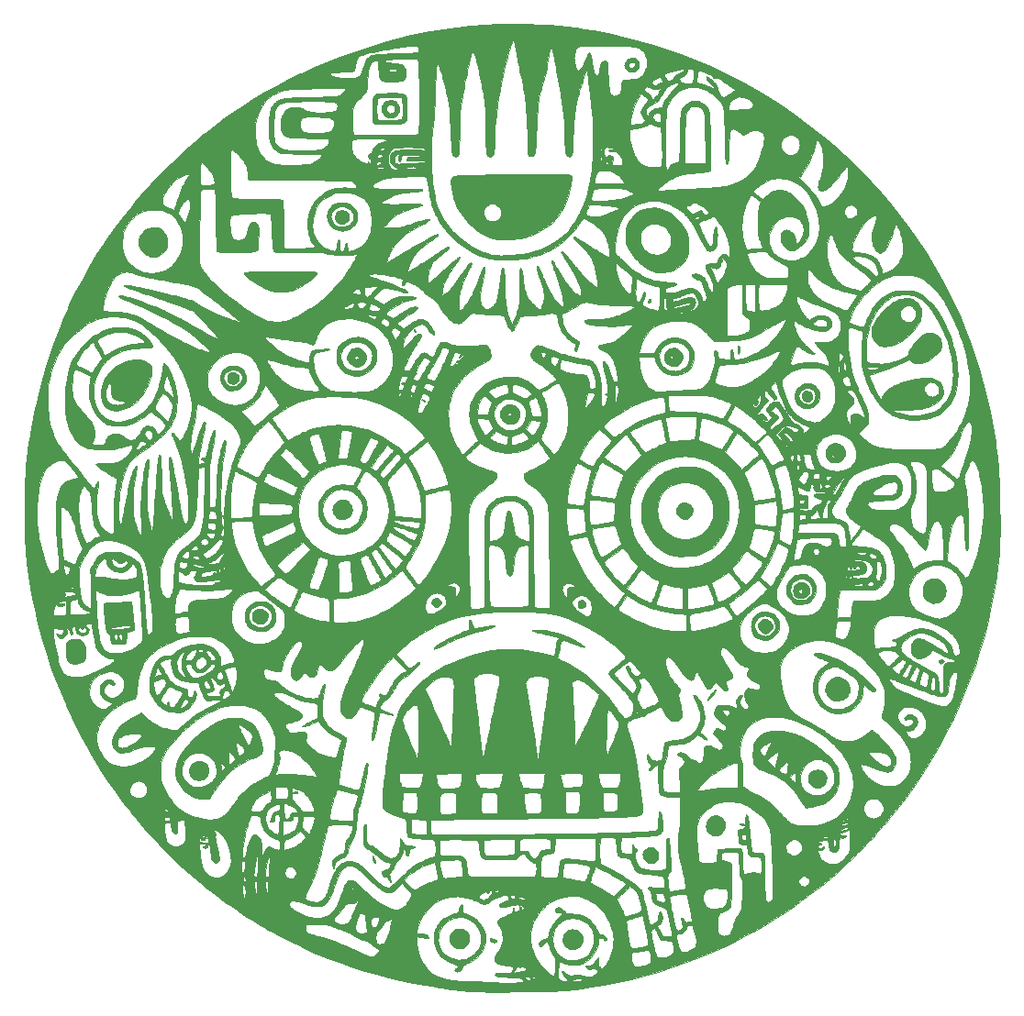
<source format=gbr>
%TF.GenerationSoftware,KiCad,Pcbnew,7.0.1*%
%TF.CreationDate,2023-09-06T22:48:17-07:00*%
%TF.ProjectId,flower_09,666c6f77-6572-45f3-9039-2e6b69636164,rev?*%
%TF.SameCoordinates,Original*%
%TF.FileFunction,Copper,L1,Top*%
%TF.FilePolarity,Positive*%
%FSLAX46Y46*%
G04 Gerber Fmt 4.6, Leading zero omitted, Abs format (unit mm)*
G04 Created by KiCad (PCBNEW 7.0.1) date 2023-09-06 22:48:17*
%MOMM*%
%LPD*%
G01*
G04 APERTURE LIST*
%TA.AperFunction,EtchedComponent*%
%ADD10C,0.010000*%
%TD*%
G04 APERTURE END LIST*
%TO.C,Ge*%
D10*
X101295517Y-75466476D02*
X101323511Y-75513538D01*
X101326667Y-75542178D01*
X101311834Y-75606755D01*
X101274040Y-75644264D01*
X101223346Y-75649840D01*
X101169809Y-75618617D01*
X101169429Y-75618238D01*
X101138996Y-75564231D01*
X101148786Y-75509999D01*
X101187664Y-75470567D01*
X101246852Y-75450409D01*
X101295517Y-75466476D01*
%TA.AperFunction,EtchedComponent*%
G36*
X101295517Y-75466476D02*
G01*
X101323511Y-75513538D01*
X101326667Y-75542178D01*
X101311834Y-75606755D01*
X101274040Y-75644264D01*
X101223346Y-75649840D01*
X101169809Y-75618617D01*
X101169429Y-75618238D01*
X101138996Y-75564231D01*
X101148786Y-75509999D01*
X101187664Y-75470567D01*
X101246852Y-75450409D01*
X101295517Y-75466476D01*
G37*
%TD.AperFunction*%
X42592194Y-75927456D02*
X42594471Y-75960611D01*
X42561533Y-76002351D01*
X42546834Y-76014096D01*
X42497318Y-76042107D01*
X42441202Y-76062202D01*
X42391332Y-76071387D01*
X42360554Y-76066667D01*
X42356334Y-76058505D01*
X42373222Y-76025461D01*
X42415046Y-75984142D01*
X42468547Y-75944529D01*
X42520463Y-75916598D01*
X42554225Y-75909595D01*
X42592194Y-75927456D01*
%TA.AperFunction,EtchedComponent*%
G36*
X42592194Y-75927456D02*
G01*
X42594471Y-75960611D01*
X42561533Y-76002351D01*
X42546834Y-76014096D01*
X42497318Y-76042107D01*
X42441202Y-76062202D01*
X42391332Y-76071387D01*
X42360554Y-76066667D01*
X42356334Y-76058505D01*
X42373222Y-76025461D01*
X42415046Y-75984142D01*
X42468547Y-75944529D01*
X42520463Y-75916598D01*
X42554225Y-75909595D01*
X42592194Y-75927456D01*
G37*
%TD.AperFunction*%
X60979828Y-53529142D02*
X61010670Y-53574105D01*
X61040095Y-53632611D01*
X61061123Y-53691216D01*
X61067202Y-53728125D01*
X61054506Y-53759348D01*
X61022328Y-53760791D01*
X60981267Y-53732458D01*
X60977171Y-53728086D01*
X60936495Y-53668788D01*
X60914304Y-53607300D01*
X60911673Y-53553950D01*
X60929679Y-53519068D01*
X60954550Y-53511167D01*
X60979828Y-53529142D01*
%TA.AperFunction,EtchedComponent*%
G36*
X60979828Y-53529142D02*
G01*
X61010670Y-53574105D01*
X61040095Y-53632611D01*
X61061123Y-53691216D01*
X61067202Y-53728125D01*
X61054506Y-53759348D01*
X61022328Y-53760791D01*
X60981267Y-53732458D01*
X60977171Y-53728086D01*
X60936495Y-53668788D01*
X60914304Y-53607300D01*
X60911673Y-53553950D01*
X60929679Y-53519068D01*
X60954550Y-53511167D01*
X60979828Y-53529142D01*
G37*
%TD.AperFunction*%
X41497839Y-100590048D02*
X41585943Y-100597716D01*
X41638851Y-100611036D01*
X41652619Y-100622875D01*
X41637675Y-100634553D01*
X41591430Y-100643143D01*
X41524817Y-100648478D01*
X41448767Y-100650391D01*
X41374212Y-100648714D01*
X41312085Y-100643280D01*
X41273316Y-100633921D01*
X41266634Y-100628787D01*
X41272307Y-100608272D01*
X41316583Y-100594692D01*
X41396218Y-100588591D01*
X41497839Y-100590048D01*
%TA.AperFunction,EtchedComponent*%
G36*
X41497839Y-100590048D02*
G01*
X41585943Y-100597716D01*
X41638851Y-100611036D01*
X41652619Y-100622875D01*
X41637675Y-100634553D01*
X41591430Y-100643143D01*
X41524817Y-100648478D01*
X41448767Y-100650391D01*
X41374212Y-100648714D01*
X41312085Y-100643280D01*
X41273316Y-100633921D01*
X41266634Y-100628787D01*
X41272307Y-100608272D01*
X41316583Y-100594692D01*
X41396218Y-100588591D01*
X41497839Y-100590048D01*
G37*
%TD.AperFunction*%
X61723276Y-59978047D02*
X61791467Y-60004124D01*
X61863126Y-60038399D01*
X61922151Y-60073579D01*
X61940411Y-60087861D01*
X61973092Y-60126810D01*
X61971682Y-60150184D01*
X61941577Y-60157668D01*
X61888173Y-60148945D01*
X61816868Y-60123700D01*
X61763378Y-60098230D01*
X61697509Y-60057556D01*
X61654835Y-60018873D01*
X61639139Y-59987756D01*
X61654204Y-59969780D01*
X61674656Y-59967465D01*
X61723276Y-59978047D01*
%TA.AperFunction,EtchedComponent*%
G36*
X61723276Y-59978047D02*
G01*
X61791467Y-60004124D01*
X61863126Y-60038399D01*
X61922151Y-60073579D01*
X61940411Y-60087861D01*
X61973092Y-60126810D01*
X61971682Y-60150184D01*
X61941577Y-60157668D01*
X61888173Y-60148945D01*
X61816868Y-60123700D01*
X61763378Y-60098230D01*
X61697509Y-60057556D01*
X61654835Y-60018873D01*
X61639139Y-59987756D01*
X61654204Y-59969780D01*
X61674656Y-59967465D01*
X61723276Y-59978047D01*
G37*
%TD.AperFunction*%
X82727625Y-50706784D02*
X82765001Y-50746702D01*
X82782686Y-50821675D01*
X82784667Y-50870341D01*
X82770969Y-50960515D01*
X82734019Y-51027753D01*
X82680026Y-51066794D01*
X82615205Y-51072375D01*
X82567709Y-51054138D01*
X82538839Y-51016249D01*
X82535545Y-50949671D01*
X82557856Y-50852265D01*
X82571044Y-50812417D01*
X82596830Y-50748467D01*
X82622386Y-50714983D01*
X82657047Y-50701190D01*
X82668901Y-50699476D01*
X82727625Y-50706784D01*
%TA.AperFunction,EtchedComponent*%
G36*
X82727625Y-50706784D02*
G01*
X82765001Y-50746702D01*
X82782686Y-50821675D01*
X82784667Y-50870341D01*
X82770969Y-50960515D01*
X82734019Y-51027753D01*
X82680026Y-51066794D01*
X82615205Y-51072375D01*
X82567709Y-51054138D01*
X82538839Y-51016249D01*
X82535545Y-50949671D01*
X82557856Y-50852265D01*
X82571044Y-50812417D01*
X82596830Y-50748467D01*
X82622386Y-50714983D01*
X82657047Y-50701190D01*
X82668901Y-50699476D01*
X82727625Y-50706784D01*
G37*
%TD.AperFunction*%
X57180328Y-102162968D02*
X57216838Y-102223391D01*
X57247891Y-102287130D01*
X57296148Y-102401728D01*
X57336244Y-102516420D01*
X57365289Y-102621127D01*
X57380394Y-102705771D01*
X57380763Y-102750550D01*
X57360266Y-102792580D01*
X57323539Y-102802101D01*
X57282942Y-102777829D01*
X57270683Y-102762003D01*
X57189775Y-102603197D01*
X57144726Y-102426978D01*
X57135009Y-102329591D01*
X57132464Y-102226224D01*
X57138758Y-102164153D01*
X57154507Y-102143145D01*
X57180328Y-102162968D01*
%TA.AperFunction,EtchedComponent*%
G36*
X57180328Y-102162968D02*
G01*
X57216838Y-102223391D01*
X57247891Y-102287130D01*
X57296148Y-102401728D01*
X57336244Y-102516420D01*
X57365289Y-102621127D01*
X57380394Y-102705771D01*
X57380763Y-102750550D01*
X57360266Y-102792580D01*
X57323539Y-102802101D01*
X57282942Y-102777829D01*
X57270683Y-102762003D01*
X57189775Y-102603197D01*
X57144726Y-102426978D01*
X57135009Y-102329591D01*
X57132464Y-102226224D01*
X57138758Y-102164153D01*
X57154507Y-102143145D01*
X57180328Y-102162968D01*
G37*
%TD.AperFunction*%
X109691118Y-84012351D02*
X109766721Y-84033480D01*
X109784030Y-84042976D01*
X109825747Y-84085694D01*
X109829911Y-84137231D01*
X109796226Y-84201377D01*
X109769025Y-84234928D01*
X109684821Y-84312001D01*
X109597773Y-84358597D01*
X109514676Y-84372896D01*
X109442326Y-84353076D01*
X109412872Y-84330372D01*
X109364381Y-84256520D01*
X109354770Y-84177467D01*
X109383018Y-84102153D01*
X109445944Y-84040918D01*
X109512549Y-84015960D01*
X109600334Y-84006474D01*
X109691118Y-84012351D01*
%TA.AperFunction,EtchedComponent*%
G36*
X109691118Y-84012351D02*
G01*
X109766721Y-84033480D01*
X109784030Y-84042976D01*
X109825747Y-84085694D01*
X109829911Y-84137231D01*
X109796226Y-84201377D01*
X109769025Y-84234928D01*
X109684821Y-84312001D01*
X109597773Y-84358597D01*
X109514676Y-84372896D01*
X109442326Y-84353076D01*
X109412872Y-84330372D01*
X109364381Y-84256520D01*
X109354770Y-84177467D01*
X109383018Y-84102153D01*
X109445944Y-84040918D01*
X109512549Y-84015960D01*
X109600334Y-84006474D01*
X109691118Y-84012351D01*
G37*
%TD.AperFunction*%
X90924516Y-55046623D02*
X90950635Y-55114405D01*
X90967152Y-55220246D01*
X90973682Y-55362474D01*
X90973777Y-55384417D01*
X90968628Y-55531438D01*
X90953439Y-55642299D01*
X90928597Y-55715328D01*
X90894487Y-55748853D01*
X90889182Y-55750263D01*
X90855683Y-55736227D01*
X90825682Y-55687021D01*
X90809327Y-55620564D01*
X90799402Y-55515837D01*
X90796250Y-55384417D01*
X90801031Y-55234167D01*
X90815245Y-55122736D01*
X90838702Y-55050873D01*
X90871212Y-55019330D01*
X90889182Y-55018570D01*
X90924516Y-55046623D01*
%TA.AperFunction,EtchedComponent*%
G36*
X90924516Y-55046623D02*
G01*
X90950635Y-55114405D01*
X90967152Y-55220246D01*
X90973682Y-55362474D01*
X90973777Y-55384417D01*
X90968628Y-55531438D01*
X90953439Y-55642299D01*
X90928597Y-55715328D01*
X90894487Y-55748853D01*
X90889182Y-55750263D01*
X90855683Y-55736227D01*
X90825682Y-55687021D01*
X90809327Y-55620564D01*
X90799402Y-55515837D01*
X90796250Y-55384417D01*
X90801031Y-55234167D01*
X90815245Y-55122736D01*
X90838702Y-55050873D01*
X90871212Y-55019330D01*
X90889182Y-55018570D01*
X90924516Y-55046623D01*
G37*
%TD.AperFunction*%
X79280179Y-36897371D02*
X79337656Y-36904471D01*
X79375198Y-36919213D01*
X79398000Y-36937667D01*
X79433110Y-36991434D01*
X79436120Y-37042897D01*
X79406600Y-37080355D01*
X79403292Y-37082156D01*
X79349387Y-37098566D01*
X79269815Y-37110244D01*
X79181131Y-37115504D01*
X79101667Y-37112843D01*
X79000843Y-37095021D01*
X78939226Y-37064979D01*
X78915220Y-37021785D01*
X78915345Y-37003920D01*
X78934792Y-36955084D01*
X78982489Y-36921847D01*
X79062554Y-36902595D01*
X79179108Y-36895713D01*
X79191625Y-36895646D01*
X79280179Y-36897371D01*
%TA.AperFunction,EtchedComponent*%
G36*
X79280179Y-36897371D02*
G01*
X79337656Y-36904471D01*
X79375198Y-36919213D01*
X79398000Y-36937667D01*
X79433110Y-36991434D01*
X79436120Y-37042897D01*
X79406600Y-37080355D01*
X79403292Y-37082156D01*
X79349387Y-37098566D01*
X79269815Y-37110244D01*
X79181131Y-37115504D01*
X79101667Y-37112843D01*
X79000843Y-37095021D01*
X78939226Y-37064979D01*
X78915220Y-37021785D01*
X78915345Y-37003920D01*
X78934792Y-36955084D01*
X78982489Y-36921847D01*
X79062554Y-36902595D01*
X79179108Y-36895713D01*
X79191625Y-36895646D01*
X79280179Y-36897371D01*
G37*
%TD.AperFunction*%
X41842267Y-101130235D02*
X41891870Y-101174284D01*
X41909067Y-101244661D01*
X41908031Y-101265996D01*
X41888590Y-101328949D01*
X41848334Y-101362914D01*
X41788386Y-101379648D01*
X41705355Y-101387189D01*
X41617506Y-101385427D01*
X41543103Y-101374253D01*
X41516193Y-101364884D01*
X41465866Y-101323991D01*
X41454998Y-101270662D01*
X41460663Y-101250020D01*
X41477145Y-101229787D01*
X41512705Y-101223168D01*
X41578387Y-101228089D01*
X41640353Y-101233463D01*
X41668973Y-101229204D01*
X41672475Y-101213662D01*
X41671053Y-101209486D01*
X41666554Y-101157708D01*
X41698653Y-101125593D01*
X41762651Y-101115000D01*
X41842267Y-101130235D01*
%TA.AperFunction,EtchedComponent*%
G36*
X41842267Y-101130235D02*
G01*
X41891870Y-101174284D01*
X41909067Y-101244661D01*
X41908031Y-101265996D01*
X41888590Y-101328949D01*
X41848334Y-101362914D01*
X41788386Y-101379648D01*
X41705355Y-101387189D01*
X41617506Y-101385427D01*
X41543103Y-101374253D01*
X41516193Y-101364884D01*
X41465866Y-101323991D01*
X41454998Y-101270662D01*
X41460663Y-101250020D01*
X41477145Y-101229787D01*
X41512705Y-101223168D01*
X41578387Y-101228089D01*
X41640353Y-101233463D01*
X41668973Y-101229204D01*
X41672475Y-101213662D01*
X41671053Y-101209486D01*
X41666554Y-101157708D01*
X41698653Y-101125593D01*
X41762651Y-101115000D01*
X41842267Y-101130235D01*
G37*
%TD.AperFunction*%
X63119307Y-78350951D02*
X63234358Y-78386385D01*
X63322206Y-78448344D01*
X63387404Y-78539201D01*
X63398525Y-78561917D01*
X63433093Y-78682259D01*
X63431717Y-78804072D01*
X63397869Y-78919343D01*
X63335021Y-79020062D01*
X63246646Y-79098217D01*
X63146635Y-79143069D01*
X63060423Y-79161178D01*
X62988034Y-79158932D01*
X62906734Y-79135965D01*
X62781427Y-79070872D01*
X62680839Y-78977401D01*
X62610066Y-78862495D01*
X62574206Y-78733096D01*
X62570778Y-78678334D01*
X62586826Y-78556083D01*
X62635252Y-78461097D01*
X62716063Y-78393369D01*
X62829264Y-78352895D01*
X62972503Y-78339667D01*
X63119307Y-78350951D01*
%TA.AperFunction,EtchedComponent*%
G36*
X63119307Y-78350951D02*
G01*
X63234358Y-78386385D01*
X63322206Y-78448344D01*
X63387404Y-78539201D01*
X63398525Y-78561917D01*
X63433093Y-78682259D01*
X63431717Y-78804072D01*
X63397869Y-78919343D01*
X63335021Y-79020062D01*
X63246646Y-79098217D01*
X63146635Y-79143069D01*
X63060423Y-79161178D01*
X62988034Y-79158932D01*
X62906734Y-79135965D01*
X62781427Y-79070872D01*
X62680839Y-78977401D01*
X62610066Y-78862495D01*
X62574206Y-78733096D01*
X62570778Y-78678334D01*
X62586826Y-78556083D01*
X62635252Y-78461097D01*
X62716063Y-78393369D01*
X62829264Y-78352895D01*
X62972503Y-78339667D01*
X63119307Y-78350951D01*
G37*
%TD.AperFunction*%
X76466372Y-78518501D02*
X76568348Y-78562256D01*
X76618189Y-78599672D01*
X76694074Y-78684888D01*
X76737196Y-78783014D01*
X76752061Y-78904751D01*
X76752167Y-78917940D01*
X76737614Y-79033588D01*
X76692357Y-79121253D01*
X76614001Y-79184429D01*
X76550594Y-79211865D01*
X76417576Y-79243459D01*
X76297628Y-79244345D01*
X76198289Y-79214624D01*
X76184685Y-79206958D01*
X76112996Y-79138837D01*
X76068120Y-79039094D01*
X76050826Y-78909476D01*
X76050693Y-78901774D01*
X76066014Y-78777306D01*
X76111079Y-78672729D01*
X76179768Y-78591302D01*
X76265961Y-78536282D01*
X76363536Y-78510929D01*
X76466372Y-78518501D01*
%TA.AperFunction,EtchedComponent*%
G36*
X76466372Y-78518501D02*
G01*
X76568348Y-78562256D01*
X76618189Y-78599672D01*
X76694074Y-78684888D01*
X76737196Y-78783014D01*
X76752061Y-78904751D01*
X76752167Y-78917940D01*
X76737614Y-79033588D01*
X76692357Y-79121253D01*
X76614001Y-79184429D01*
X76550594Y-79211865D01*
X76417576Y-79243459D01*
X76297628Y-79244345D01*
X76198289Y-79214624D01*
X76184685Y-79206958D01*
X76112996Y-79138837D01*
X76068120Y-79039094D01*
X76050826Y-78909476D01*
X76050693Y-78901774D01*
X76066014Y-78777306D01*
X76111079Y-78672729D01*
X76179768Y-78591302D01*
X76265961Y-78536282D01*
X76363536Y-78510929D01*
X76466372Y-78518501D01*
G37*
%TD.AperFunction*%
X68027943Y-109699254D02*
X68108140Y-109726865D01*
X68221535Y-109772001D01*
X68253750Y-109785421D01*
X68387818Y-109843384D01*
X68485365Y-109890204D01*
X68549949Y-109928379D01*
X68585124Y-109960408D01*
X68594446Y-109988789D01*
X68581633Y-110015825D01*
X68518376Y-110066886D01*
X68437152Y-110100820D01*
X68376510Y-110108708D01*
X68324605Y-110103145D01*
X68249247Y-110090817D01*
X68179667Y-110077076D01*
X68064463Y-110041453D01*
X67986167Y-109989947D01*
X67941138Y-109918823D01*
X67925730Y-109824347D01*
X67925667Y-109816758D01*
X67930778Y-109751910D01*
X67943750Y-109704196D01*
X67952125Y-109691947D01*
X67977191Y-109688002D01*
X68027943Y-109699254D01*
%TA.AperFunction,EtchedComponent*%
G36*
X68027943Y-109699254D02*
G01*
X68108140Y-109726865D01*
X68221535Y-109772001D01*
X68253750Y-109785421D01*
X68387818Y-109843384D01*
X68485365Y-109890204D01*
X68549949Y-109928379D01*
X68585124Y-109960408D01*
X68594446Y-109988789D01*
X68581633Y-110015825D01*
X68518376Y-110066886D01*
X68437152Y-110100820D01*
X68376510Y-110108708D01*
X68324605Y-110103145D01*
X68249247Y-110090817D01*
X68179667Y-110077076D01*
X68064463Y-110041453D01*
X67986167Y-109989947D01*
X67941138Y-109918823D01*
X67925730Y-109824347D01*
X67925667Y-109816758D01*
X67930778Y-109751910D01*
X67943750Y-109704196D01*
X67952125Y-109691947D01*
X67977191Y-109688002D01*
X68027943Y-109699254D01*
G37*
%TD.AperFunction*%
X97216231Y-59188273D02*
X97362307Y-59221973D01*
X97487545Y-59290288D01*
X97587974Y-59389007D01*
X97659626Y-59513918D01*
X97698533Y-59660810D01*
X97702984Y-59704793D01*
X97694245Y-59843003D01*
X97651054Y-59961375D01*
X97577784Y-60056951D01*
X97478806Y-60126771D01*
X97358492Y-60167877D01*
X97221213Y-60177310D01*
X97071342Y-60152111D01*
X97051000Y-60146086D01*
X96934055Y-60091194D01*
X96846977Y-60007985D01*
X96789108Y-59895377D01*
X96759790Y-59752290D01*
X96755597Y-59660084D01*
X96769344Y-59500842D01*
X96810401Y-59373661D01*
X96878491Y-59278822D01*
X96973339Y-59216610D01*
X97094667Y-59187307D01*
X97216231Y-59188273D01*
%TA.AperFunction,EtchedComponent*%
G36*
X97216231Y-59188273D02*
G01*
X97362307Y-59221973D01*
X97487545Y-59290288D01*
X97587974Y-59389007D01*
X97659626Y-59513918D01*
X97698533Y-59660810D01*
X97702984Y-59704793D01*
X97694245Y-59843003D01*
X97651054Y-59961375D01*
X97577784Y-60056951D01*
X97478806Y-60126771D01*
X97358492Y-60167877D01*
X97221213Y-60177310D01*
X97071342Y-60152111D01*
X97051000Y-60146086D01*
X96934055Y-60091194D01*
X96846977Y-60007985D01*
X96789108Y-59895377D01*
X96759790Y-59752290D01*
X96755597Y-59660084D01*
X96769344Y-59500842D01*
X96810401Y-59373661D01*
X96878491Y-59278822D01*
X96973339Y-59216610D01*
X97094667Y-59187307D01*
X97216231Y-59188273D01*
G37*
%TD.AperFunction*%
X88762528Y-86792161D02*
X88791581Y-86817187D01*
X88795802Y-86832128D01*
X88782281Y-86875925D01*
X88745029Y-86944238D01*
X88688357Y-87031727D01*
X88616578Y-87133052D01*
X88534003Y-87242874D01*
X88444944Y-87355852D01*
X88353713Y-87466647D01*
X88264622Y-87569919D01*
X88181983Y-87660329D01*
X88110107Y-87732535D01*
X88053306Y-87781200D01*
X88015893Y-87800982D01*
X88013306Y-87801167D01*
X87994228Y-87783981D01*
X87991667Y-87768713D01*
X88005747Y-87713479D01*
X88046788Y-87630175D01*
X88112994Y-87521798D01*
X88202566Y-87391342D01*
X88286190Y-87277915D01*
X88392534Y-87141916D01*
X88492089Y-87023398D01*
X88581576Y-86925705D01*
X88657715Y-86852183D01*
X88717226Y-86806175D01*
X88756829Y-86791026D01*
X88762528Y-86792161D01*
%TA.AperFunction,EtchedComponent*%
G36*
X88762528Y-86792161D02*
G01*
X88791581Y-86817187D01*
X88795802Y-86832128D01*
X88782281Y-86875925D01*
X88745029Y-86944238D01*
X88688357Y-87031727D01*
X88616578Y-87133052D01*
X88534003Y-87242874D01*
X88444944Y-87355852D01*
X88353713Y-87466647D01*
X88264622Y-87569919D01*
X88181983Y-87660329D01*
X88110107Y-87732535D01*
X88053306Y-87781200D01*
X88015893Y-87800982D01*
X88013306Y-87801167D01*
X87994228Y-87783981D01*
X87991667Y-87768713D01*
X88005747Y-87713479D01*
X88046788Y-87630175D01*
X88112994Y-87521798D01*
X88202566Y-87391342D01*
X88286190Y-87277915D01*
X88392534Y-87141916D01*
X88492089Y-87023398D01*
X88581576Y-86925705D01*
X88657715Y-86852183D01*
X88717226Y-86806175D01*
X88756829Y-86791026D01*
X88762528Y-86792161D01*
G37*
%TD.AperFunction*%
X44356695Y-57477063D02*
X44493418Y-57529773D01*
X44611035Y-57619144D01*
X44641732Y-57651799D01*
X44727753Y-57777758D01*
X44775015Y-57910443D01*
X44785221Y-58044141D01*
X44760077Y-58173143D01*
X44701287Y-58291735D01*
X44610558Y-58394209D01*
X44489594Y-58474851D01*
X44383558Y-58516541D01*
X44271176Y-58541910D01*
X44169756Y-58543717D01*
X44056821Y-58522190D01*
X44048385Y-58519945D01*
X43924231Y-58475992D01*
X43833250Y-58416881D01*
X43771060Y-58336702D01*
X43733281Y-58229540D01*
X43715531Y-58089483D01*
X43714500Y-58069312D01*
X43719583Y-57892060D01*
X43752076Y-57746885D01*
X43812045Y-57633549D01*
X43841184Y-57599664D01*
X43919061Y-57529766D01*
X43995477Y-57486879D01*
X44084720Y-57465395D01*
X44197834Y-57459704D01*
X44356695Y-57477063D01*
%TA.AperFunction,EtchedComponent*%
G36*
X44356695Y-57477063D02*
G01*
X44493418Y-57529773D01*
X44611035Y-57619144D01*
X44641732Y-57651799D01*
X44727753Y-57777758D01*
X44775015Y-57910443D01*
X44785221Y-58044141D01*
X44760077Y-58173143D01*
X44701287Y-58291735D01*
X44610558Y-58394209D01*
X44489594Y-58474851D01*
X44383558Y-58516541D01*
X44271176Y-58541910D01*
X44169756Y-58543717D01*
X44056821Y-58522190D01*
X44048385Y-58519945D01*
X43924231Y-58475992D01*
X43833250Y-58416881D01*
X43771060Y-58336702D01*
X43733281Y-58229540D01*
X43715531Y-58089483D01*
X43714500Y-58069312D01*
X43719583Y-57892060D01*
X43752076Y-57746885D01*
X43812045Y-57633549D01*
X43841184Y-57599664D01*
X43919061Y-57529766D01*
X43995477Y-57486879D01*
X44084720Y-57465395D01*
X44197834Y-57459704D01*
X44356695Y-57477063D01*
G37*
%TD.AperFunction*%
X54384776Y-42511808D02*
X54536296Y-42550818D01*
X54674511Y-42621492D01*
X54792192Y-42721027D01*
X54882112Y-42846624D01*
X54887200Y-42856359D01*
X54922299Y-42957032D01*
X54940602Y-43078799D01*
X54941794Y-43206183D01*
X54925562Y-43323708D01*
X54898285Y-43403382D01*
X54816295Y-43525468D01*
X54706036Y-43626746D01*
X54575736Y-43703723D01*
X54433622Y-43752907D01*
X54287922Y-43770805D01*
X54146864Y-43753924D01*
X54103948Y-43740570D01*
X53948570Y-43664582D01*
X53824406Y-43563505D01*
X53733474Y-43441523D01*
X53677793Y-43302823D01*
X53659382Y-43151587D01*
X53680259Y-42992000D01*
X53704922Y-42913409D01*
X53765563Y-42796776D01*
X53852578Y-42688892D01*
X53955385Y-42600559D01*
X54063405Y-42542575D01*
X54070742Y-42539982D01*
X54227182Y-42507262D01*
X54384776Y-42511808D01*
%TA.AperFunction,EtchedComponent*%
G36*
X54384776Y-42511808D02*
G01*
X54536296Y-42550818D01*
X54674511Y-42621492D01*
X54792192Y-42721027D01*
X54882112Y-42846624D01*
X54887200Y-42856359D01*
X54922299Y-42957032D01*
X54940602Y-43078799D01*
X54941794Y-43206183D01*
X54925562Y-43323708D01*
X54898285Y-43403382D01*
X54816295Y-43525468D01*
X54706036Y-43626746D01*
X54575736Y-43703723D01*
X54433622Y-43752907D01*
X54287922Y-43770805D01*
X54146864Y-43753924D01*
X54103948Y-43740570D01*
X53948570Y-43664582D01*
X53824406Y-43563505D01*
X53733474Y-43441523D01*
X53677793Y-43302823D01*
X53659382Y-43151587D01*
X53680259Y-42992000D01*
X53704922Y-42913409D01*
X53765563Y-42796776D01*
X53852578Y-42688892D01*
X53955385Y-42600559D01*
X54063405Y-42542575D01*
X54070742Y-42539982D01*
X54227182Y-42507262D01*
X54384776Y-42511808D01*
G37*
%TD.AperFunction*%
X93436077Y-80280728D02*
X93586555Y-80333989D01*
X93733948Y-80427780D01*
X93830755Y-80514356D01*
X93894999Y-80584539D01*
X93951956Y-80656393D01*
X93990350Y-80715568D01*
X93993068Y-80720917D01*
X94028994Y-80839461D01*
X94031970Y-80970154D01*
X94002301Y-81098952D01*
X93983897Y-81141727D01*
X93908027Y-81260110D01*
X93804759Y-81371064D01*
X93684123Y-81466832D01*
X93556149Y-81539655D01*
X93430867Y-81581777D01*
X93410334Y-81585360D01*
X93345240Y-81585475D01*
X93265822Y-81573177D01*
X93230947Y-81564037D01*
X93071110Y-81494343D01*
X92928581Y-81391497D01*
X92811236Y-81262410D01*
X92732412Y-81126684D01*
X92683446Y-80972478D01*
X92676159Y-80825660D01*
X92710518Y-80686420D01*
X92786484Y-80554947D01*
X92856759Y-80475130D01*
X92992856Y-80365197D01*
X93136556Y-80296225D01*
X93285187Y-80268104D01*
X93436077Y-80280728D01*
%TA.AperFunction,EtchedComponent*%
G36*
X93436077Y-80280728D02*
G01*
X93586555Y-80333989D01*
X93733948Y-80427780D01*
X93830755Y-80514356D01*
X93894999Y-80584539D01*
X93951956Y-80656393D01*
X93990350Y-80715568D01*
X93993068Y-80720917D01*
X94028994Y-80839461D01*
X94031970Y-80970154D01*
X94002301Y-81098952D01*
X93983897Y-81141727D01*
X93908027Y-81260110D01*
X93804759Y-81371064D01*
X93684123Y-81466832D01*
X93556149Y-81539655D01*
X93430867Y-81581777D01*
X93410334Y-81585360D01*
X93345240Y-81585475D01*
X93265822Y-81573177D01*
X93230947Y-81564037D01*
X93071110Y-81494343D01*
X92928581Y-81391497D01*
X92811236Y-81262410D01*
X92732412Y-81126684D01*
X92683446Y-80972478D01*
X92676159Y-80825660D01*
X92710518Y-80686420D01*
X92786484Y-80554947D01*
X92856759Y-80475130D01*
X92992856Y-80365197D01*
X93136556Y-80296225D01*
X93285187Y-80268104D01*
X93436077Y-80280728D01*
G37*
%TD.AperFunction*%
X98351603Y-94191747D02*
X98535372Y-94240983D01*
X98688386Y-94319307D01*
X98810608Y-94426677D01*
X98902001Y-94563052D01*
X98962529Y-94728390D01*
X98991318Y-94911106D01*
X98986672Y-95101180D01*
X98945244Y-95276316D01*
X98870976Y-95433140D01*
X98767810Y-95568277D01*
X98639689Y-95678355D01*
X98490553Y-95759998D01*
X98324345Y-95809833D01*
X98145007Y-95824486D01*
X97956480Y-95800583D01*
X97953076Y-95799790D01*
X97827281Y-95756106D01*
X97700067Y-95687177D01*
X97580295Y-95600171D01*
X97476825Y-95502257D01*
X97398516Y-95400601D01*
X97359261Y-95319382D01*
X97334145Y-95204153D01*
X97323677Y-95064272D01*
X97327622Y-94914717D01*
X97345742Y-94770465D01*
X97369533Y-94671361D01*
X97435969Y-94524451D01*
X97535044Y-94400380D01*
X97662506Y-94301225D01*
X97814101Y-94229064D01*
X97985577Y-94185974D01*
X98172681Y-94174030D01*
X98351603Y-94191747D01*
%TA.AperFunction,EtchedComponent*%
G36*
X98351603Y-94191747D02*
G01*
X98535372Y-94240983D01*
X98688386Y-94319307D01*
X98810608Y-94426677D01*
X98902001Y-94563052D01*
X98962529Y-94728390D01*
X98991318Y-94911106D01*
X98986672Y-95101180D01*
X98945244Y-95276316D01*
X98870976Y-95433140D01*
X98767810Y-95568277D01*
X98639689Y-95678355D01*
X98490553Y-95759998D01*
X98324345Y-95809833D01*
X98145007Y-95824486D01*
X97956480Y-95800583D01*
X97953076Y-95799790D01*
X97827281Y-95756106D01*
X97700067Y-95687177D01*
X97580295Y-95600171D01*
X97476825Y-95502257D01*
X97398516Y-95400601D01*
X97359261Y-95319382D01*
X97334145Y-95204153D01*
X97323677Y-95064272D01*
X97327622Y-94914717D01*
X97345742Y-94770465D01*
X97369533Y-94671361D01*
X97435969Y-94524451D01*
X97535044Y-94400380D01*
X97662506Y-94301225D01*
X97814101Y-94229064D01*
X97985577Y-94185974D01*
X98172681Y-94174030D01*
X98351603Y-94191747D01*
G37*
%TD.AperFunction*%
X46879997Y-79336815D02*
X46999961Y-79366915D01*
X47016229Y-79373038D01*
X47173959Y-79454189D01*
X47295574Y-79557114D01*
X47380612Y-79680764D01*
X47428613Y-79824089D01*
X47439114Y-79986042D01*
X47411654Y-80165573D01*
X47393425Y-80230963D01*
X47327791Y-80387624D01*
X47237705Y-80509948D01*
X47122050Y-80598788D01*
X46979713Y-80654999D01*
X46809577Y-80679435D01*
X46808156Y-80679502D01*
X46714496Y-80680843D01*
X46624689Y-80677083D01*
X46557376Y-80669034D01*
X46554611Y-80668465D01*
X46384767Y-80613367D01*
X46243444Y-80528389D01*
X46132798Y-80416774D01*
X46054986Y-80281764D01*
X46012164Y-80126601D01*
X46006491Y-79954528D01*
X46018404Y-79862361D01*
X46063523Y-79695792D01*
X46133814Y-79561528D01*
X46231698Y-79456173D01*
X46359593Y-79376335D01*
X46367417Y-79372677D01*
X46472066Y-79340256D01*
X46601848Y-79323478D01*
X46742559Y-79322333D01*
X46879997Y-79336815D01*
%TA.AperFunction,EtchedComponent*%
G36*
X46879997Y-79336815D02*
G01*
X46999961Y-79366915D01*
X47016229Y-79373038D01*
X47173959Y-79454189D01*
X47295574Y-79557114D01*
X47380612Y-79680764D01*
X47428613Y-79824089D01*
X47439114Y-79986042D01*
X47411654Y-80165573D01*
X47393425Y-80230963D01*
X47327791Y-80387624D01*
X47237705Y-80509948D01*
X47122050Y-80598788D01*
X46979713Y-80654999D01*
X46809577Y-80679435D01*
X46808156Y-80679502D01*
X46714496Y-80680843D01*
X46624689Y-80677083D01*
X46557376Y-80669034D01*
X46554611Y-80668465D01*
X46384767Y-80613367D01*
X46243444Y-80528389D01*
X46132798Y-80416774D01*
X46054986Y-80281764D01*
X46012164Y-80126601D01*
X46006491Y-79954528D01*
X46018404Y-79862361D01*
X46063523Y-79695792D01*
X46133814Y-79561528D01*
X46231698Y-79456173D01*
X46359593Y-79376335D01*
X46367417Y-79372677D01*
X46472066Y-79340256D01*
X46601848Y-79323478D01*
X46742559Y-79322333D01*
X46879997Y-79336815D01*
G37*
%TD.AperFunction*%
X88887408Y-98415449D02*
X89058258Y-98458182D01*
X89216419Y-98535952D01*
X89356616Y-98646366D01*
X89473574Y-98787030D01*
X89539203Y-98903084D01*
X89603826Y-99085461D01*
X89629734Y-99270231D01*
X89619258Y-99452437D01*
X89574730Y-99627118D01*
X89498482Y-99789318D01*
X89392845Y-99934078D01*
X89260150Y-100056440D01*
X89102729Y-100151445D01*
X88922913Y-100214135D01*
X88922714Y-100214182D01*
X88776679Y-100239994D01*
X88649738Y-100241737D01*
X88526266Y-100219564D01*
X88520834Y-100218087D01*
X88374408Y-100166078D01*
X88251937Y-100093857D01*
X88149117Y-100004503D01*
X88034412Y-99862654D01*
X87954372Y-99704319D01*
X87907679Y-99534917D01*
X87893014Y-99359868D01*
X87909057Y-99184589D01*
X87954491Y-99014499D01*
X88027996Y-98855017D01*
X88128253Y-98711562D01*
X88253944Y-98589552D01*
X88403751Y-98494405D01*
X88528744Y-98444667D01*
X88709145Y-98410146D01*
X88887408Y-98415449D01*
%TA.AperFunction,EtchedComponent*%
G36*
X88887408Y-98415449D02*
G01*
X89058258Y-98458182D01*
X89216419Y-98535952D01*
X89356616Y-98646366D01*
X89473574Y-98787030D01*
X89539203Y-98903084D01*
X89603826Y-99085461D01*
X89629734Y-99270231D01*
X89619258Y-99452437D01*
X89574730Y-99627118D01*
X89498482Y-99789318D01*
X89392845Y-99934078D01*
X89260150Y-100056440D01*
X89102729Y-100151445D01*
X88922913Y-100214135D01*
X88922714Y-100214182D01*
X88776679Y-100239994D01*
X88649738Y-100241737D01*
X88526266Y-100219564D01*
X88520834Y-100218087D01*
X88374408Y-100166078D01*
X88251937Y-100093857D01*
X88149117Y-100004503D01*
X88034412Y-99862654D01*
X87954372Y-99704319D01*
X87907679Y-99534917D01*
X87893014Y-99359868D01*
X87909057Y-99184589D01*
X87954491Y-99014499D01*
X88027996Y-98855017D01*
X88128253Y-98711562D01*
X88253944Y-98589552D01*
X88403751Y-98494405D01*
X88528744Y-98444667D01*
X88709145Y-98410146D01*
X88887408Y-98415449D01*
G37*
%TD.AperFunction*%
X54594249Y-69284411D02*
X54764353Y-69352579D01*
X54915329Y-69456926D01*
X54957478Y-69496298D01*
X55076257Y-69642245D01*
X55159552Y-69802603D01*
X55208519Y-69972156D01*
X55224313Y-70145688D01*
X55208089Y-70317984D01*
X55161001Y-70483829D01*
X55084206Y-70638006D01*
X54978858Y-70775300D01*
X54846113Y-70890496D01*
X54687126Y-70978377D01*
X54623938Y-71002240D01*
X54529115Y-71023088D01*
X54410472Y-71033771D01*
X54284919Y-71034124D01*
X54169368Y-71023977D01*
X54093250Y-71007488D01*
X53924825Y-70936437D01*
X53771659Y-70832836D01*
X53700803Y-70770037D01*
X53578997Y-70627105D01*
X53493473Y-70467559D01*
X53445974Y-70296477D01*
X53438244Y-70118937D01*
X53448671Y-70035671D01*
X53501735Y-69848114D01*
X53587872Y-69678480D01*
X53702687Y-69531218D01*
X53841786Y-69410774D01*
X54000773Y-69321596D01*
X54175254Y-69268131D01*
X54213347Y-69261872D01*
X54409190Y-69253737D01*
X54594249Y-69284411D01*
%TA.AperFunction,EtchedComponent*%
G36*
X54594249Y-69284411D02*
G01*
X54764353Y-69352579D01*
X54915329Y-69456926D01*
X54957478Y-69496298D01*
X55076257Y-69642245D01*
X55159552Y-69802603D01*
X55208519Y-69972156D01*
X55224313Y-70145688D01*
X55208089Y-70317984D01*
X55161001Y-70483829D01*
X55084206Y-70638006D01*
X54978858Y-70775300D01*
X54846113Y-70890496D01*
X54687126Y-70978377D01*
X54623938Y-71002240D01*
X54529115Y-71023088D01*
X54410472Y-71033771D01*
X54284919Y-71034124D01*
X54169368Y-71023977D01*
X54093250Y-71007488D01*
X53924825Y-70936437D01*
X53771659Y-70832836D01*
X53700803Y-70770037D01*
X53578997Y-70627105D01*
X53493473Y-70467559D01*
X53445974Y-70296477D01*
X53438244Y-70118937D01*
X53448671Y-70035671D01*
X53501735Y-69848114D01*
X53587872Y-69678480D01*
X53702687Y-69531218D01*
X53841786Y-69410774D01*
X54000773Y-69321596D01*
X54175254Y-69268131D01*
X54213347Y-69261872D01*
X54409190Y-69253737D01*
X54594249Y-69284411D01*
G37*
%TD.AperFunction*%
X86045823Y-69529396D02*
X86156849Y-69549459D01*
X86252981Y-69588624D01*
X86347373Y-69651576D01*
X86408317Y-69702426D01*
X86518836Y-69825946D01*
X86594237Y-69967117D01*
X86634718Y-70120255D01*
X86640481Y-70279671D01*
X86611725Y-70439681D01*
X86548650Y-70594598D01*
X86451457Y-70738735D01*
X86368803Y-70825120D01*
X86227728Y-70926860D01*
X86071362Y-70990879D01*
X85905495Y-71015935D01*
X85735912Y-71000783D01*
X85654214Y-70978639D01*
X85567013Y-70935578D01*
X85470178Y-70865429D01*
X85374650Y-70778100D01*
X85291370Y-70683501D01*
X85235442Y-70599425D01*
X85177988Y-70461604D01*
X85147103Y-70316065D01*
X85145337Y-70177348D01*
X85152932Y-70128976D01*
X85210625Y-69957644D01*
X85304490Y-69806170D01*
X85431494Y-69678441D01*
X85578667Y-69583354D01*
X85637669Y-69555323D01*
X85690410Y-69537719D01*
X85749922Y-69528176D01*
X85829235Y-69524326D01*
X85906750Y-69523750D01*
X86045823Y-69529396D01*
%TA.AperFunction,EtchedComponent*%
G36*
X86045823Y-69529396D02*
G01*
X86156849Y-69549459D01*
X86252981Y-69588624D01*
X86347373Y-69651576D01*
X86408317Y-69702426D01*
X86518836Y-69825946D01*
X86594237Y-69967117D01*
X86634718Y-70120255D01*
X86640481Y-70279671D01*
X86611725Y-70439681D01*
X86548650Y-70594598D01*
X86451457Y-70738735D01*
X86368803Y-70825120D01*
X86227728Y-70926860D01*
X86071362Y-70990879D01*
X85905495Y-71015935D01*
X85735912Y-71000783D01*
X85654214Y-70978639D01*
X85567013Y-70935578D01*
X85470178Y-70865429D01*
X85374650Y-70778100D01*
X85291370Y-70683501D01*
X85235442Y-70599425D01*
X85177988Y-70461604D01*
X85147103Y-70316065D01*
X85145337Y-70177348D01*
X85152932Y-70128976D01*
X85210625Y-69957644D01*
X85304490Y-69806170D01*
X85431494Y-69678441D01*
X85578667Y-69583354D01*
X85637669Y-69555323D01*
X85690410Y-69537719D01*
X85749922Y-69528176D01*
X85829235Y-69524326D01*
X85906750Y-69523750D01*
X86045823Y-69529396D01*
G37*
%TD.AperFunction*%
X65262746Y-108860215D02*
X65441338Y-108892938D01*
X65589841Y-108950223D01*
X65714054Y-109036248D01*
X65819776Y-109155192D01*
X65912806Y-109311233D01*
X65926038Y-109338125D01*
X65994010Y-109504271D01*
X66030705Y-109660674D01*
X66039245Y-109822269D01*
X66037080Y-109869477D01*
X66010981Y-110028630D01*
X65951965Y-110174137D01*
X65856541Y-110313138D01*
X65778707Y-110398041D01*
X65622214Y-110528184D01*
X65453834Y-110617993D01*
X65274621Y-110667130D01*
X65085629Y-110675257D01*
X64962334Y-110659231D01*
X64854052Y-110626865D01*
X64732083Y-110572652D01*
X64612339Y-110505011D01*
X64510732Y-110432361D01*
X64477771Y-110402847D01*
X64366574Y-110277740D01*
X64289592Y-110149507D01*
X64243380Y-110008991D01*
X64224494Y-109847032D01*
X64225043Y-109730707D01*
X64230618Y-109628465D01*
X64240105Y-109552947D01*
X64257204Y-109488542D01*
X64285616Y-109419641D01*
X64311560Y-109365745D01*
X64418000Y-109189872D01*
X64545368Y-109050766D01*
X64693792Y-108948360D01*
X64863400Y-108882585D01*
X65054319Y-108853374D01*
X65262746Y-108860215D01*
%TA.AperFunction,EtchedComponent*%
G36*
X65262746Y-108860215D02*
G01*
X65441338Y-108892938D01*
X65589841Y-108950223D01*
X65714054Y-109036248D01*
X65819776Y-109155192D01*
X65912806Y-109311233D01*
X65926038Y-109338125D01*
X65994010Y-109504271D01*
X66030705Y-109660674D01*
X66039245Y-109822269D01*
X66037080Y-109869477D01*
X66010981Y-110028630D01*
X65951965Y-110174137D01*
X65856541Y-110313138D01*
X65778707Y-110398041D01*
X65622214Y-110528184D01*
X65453834Y-110617993D01*
X65274621Y-110667130D01*
X65085629Y-110675257D01*
X64962334Y-110659231D01*
X64854052Y-110626865D01*
X64732083Y-110572652D01*
X64612339Y-110505011D01*
X64510732Y-110432361D01*
X64477771Y-110402847D01*
X64366574Y-110277740D01*
X64289592Y-110149507D01*
X64243380Y-110008991D01*
X64224494Y-109847032D01*
X64225043Y-109730707D01*
X64230618Y-109628465D01*
X64240105Y-109552947D01*
X64257204Y-109488542D01*
X64285616Y-109419641D01*
X64311560Y-109365745D01*
X64418000Y-109189872D01*
X64545368Y-109050766D01*
X64693792Y-108948360D01*
X64863400Y-108882585D01*
X65054319Y-108853374D01*
X65262746Y-108860215D01*
G37*
%TD.AperFunction*%
X41201686Y-93379427D02*
X41277829Y-93383451D01*
X41336734Y-93392898D01*
X41390944Y-93410011D01*
X41453000Y-93437033D01*
X41471582Y-93445775D01*
X41631283Y-93543654D01*
X41763215Y-93671326D01*
X41863050Y-93824491D01*
X41872325Y-93843647D01*
X41938927Y-94029295D01*
X41966921Y-94212387D01*
X41959294Y-94389255D01*
X41919034Y-94556235D01*
X41849126Y-94709661D01*
X41752559Y-94845867D01*
X41632320Y-94961188D01*
X41491395Y-95051958D01*
X41332773Y-95114513D01*
X41159440Y-95145185D01*
X40974383Y-95140311D01*
X40837639Y-95113295D01*
X40657003Y-95045828D01*
X40505557Y-94948004D01*
X40381731Y-94818552D01*
X40290841Y-94670398D01*
X40248351Y-94577018D01*
X40222781Y-94496572D01*
X40208624Y-94408179D01*
X40202979Y-94337310D01*
X40209361Y-94134675D01*
X40253672Y-93948506D01*
X40334361Y-93781540D01*
X40449878Y-93636516D01*
X40598674Y-93516170D01*
X40700547Y-93458295D01*
X40773224Y-93423278D01*
X40830115Y-93400386D01*
X40883982Y-93387045D01*
X40947586Y-93380680D01*
X41033689Y-93378718D01*
X41095763Y-93378584D01*
X41201686Y-93379427D01*
%TA.AperFunction,EtchedComponent*%
G36*
X41201686Y-93379427D02*
G01*
X41277829Y-93383451D01*
X41336734Y-93392898D01*
X41390944Y-93410011D01*
X41453000Y-93437033D01*
X41471582Y-93445775D01*
X41631283Y-93543654D01*
X41763215Y-93671326D01*
X41863050Y-93824491D01*
X41872325Y-93843647D01*
X41938927Y-94029295D01*
X41966921Y-94212387D01*
X41959294Y-94389255D01*
X41919034Y-94556235D01*
X41849126Y-94709661D01*
X41752559Y-94845867D01*
X41632320Y-94961188D01*
X41491395Y-95051958D01*
X41332773Y-95114513D01*
X41159440Y-95145185D01*
X40974383Y-95140311D01*
X40837639Y-95113295D01*
X40657003Y-95045828D01*
X40505557Y-94948004D01*
X40381731Y-94818552D01*
X40290841Y-94670398D01*
X40248351Y-94577018D01*
X40222781Y-94496572D01*
X40208624Y-94408179D01*
X40202979Y-94337310D01*
X40209361Y-94134675D01*
X40253672Y-93948506D01*
X40334361Y-93781540D01*
X40449878Y-93636516D01*
X40598674Y-93516170D01*
X40700547Y-93458295D01*
X40773224Y-93423278D01*
X40830115Y-93400386D01*
X40883982Y-93387045D01*
X40947586Y-93380680D01*
X41033689Y-93378718D01*
X41095763Y-93378584D01*
X41201686Y-93379427D01*
G37*
%TD.AperFunction*%
X75706600Y-108919108D02*
X75824843Y-108931341D01*
X75920919Y-108956108D01*
X76004770Y-108997219D01*
X76086335Y-109058483D01*
X76175554Y-109143711D01*
X76189904Y-109158478D01*
X76320660Y-109318666D01*
X76415509Y-109489271D01*
X76472835Y-109665795D01*
X76491023Y-109843738D01*
X76479754Y-109965879D01*
X76426718Y-110155939D01*
X76340919Y-110324498D01*
X76226719Y-110468627D01*
X76088479Y-110585399D01*
X75930561Y-110671887D01*
X75757325Y-110725163D01*
X75573135Y-110742299D01*
X75382351Y-110720368D01*
X75362530Y-110715781D01*
X75190486Y-110656470D01*
X75030790Y-110567905D01*
X74912369Y-110472325D01*
X74795782Y-110330578D01*
X74715125Y-110170271D01*
X74671087Y-109996297D01*
X74664357Y-109813549D01*
X74695624Y-109626921D01*
X74765575Y-109441306D01*
X74766922Y-109438554D01*
X74830446Y-109331853D01*
X74915898Y-109219313D01*
X75012857Y-109112609D01*
X75110901Y-109023414D01*
X75182826Y-108972679D01*
X75225526Y-108948925D01*
X75264500Y-108932791D01*
X75309171Y-108922836D01*
X75368965Y-108917619D01*
X75453304Y-108915699D01*
X75556250Y-108915597D01*
X75706600Y-108919108D01*
%TA.AperFunction,EtchedComponent*%
G36*
X75706600Y-108919108D02*
G01*
X75824843Y-108931341D01*
X75920919Y-108956108D01*
X76004770Y-108997219D01*
X76086335Y-109058483D01*
X76175554Y-109143711D01*
X76189904Y-109158478D01*
X76320660Y-109318666D01*
X76415509Y-109489271D01*
X76472835Y-109665795D01*
X76491023Y-109843738D01*
X76479754Y-109965879D01*
X76426718Y-110155939D01*
X76340919Y-110324498D01*
X76226719Y-110468627D01*
X76088479Y-110585399D01*
X75930561Y-110671887D01*
X75757325Y-110725163D01*
X75573135Y-110742299D01*
X75382351Y-110720368D01*
X75362530Y-110715781D01*
X75190486Y-110656470D01*
X75030790Y-110567905D01*
X74912369Y-110472325D01*
X74795782Y-110330578D01*
X74715125Y-110170271D01*
X74671087Y-109996297D01*
X74664357Y-109813549D01*
X74695624Y-109626921D01*
X74765575Y-109441306D01*
X74766922Y-109438554D01*
X74830446Y-109331853D01*
X74915898Y-109219313D01*
X75012857Y-109112609D01*
X75110901Y-109023414D01*
X75182826Y-108972679D01*
X75225526Y-108948925D01*
X75264500Y-108932791D01*
X75309171Y-108922836D01*
X75368965Y-108917619D01*
X75453304Y-108915699D01*
X75556250Y-108915597D01*
X75706600Y-108919108D01*
G37*
%TD.AperFunction*%
X100314310Y-85658407D02*
X100509317Y-85726448D01*
X100687640Y-85827964D01*
X100816872Y-85935344D01*
X100916443Y-86050838D01*
X101002181Y-86190627D01*
X101078430Y-86362251D01*
X101105311Y-86435917D01*
X101135905Y-86577213D01*
X101140416Y-86739237D01*
X101120551Y-86910784D01*
X101078020Y-87080651D01*
X101014530Y-87237631D01*
X100971351Y-87314334D01*
X100856007Y-87457977D01*
X100709639Y-87579613D01*
X100538671Y-87676969D01*
X100349530Y-87747774D01*
X100148640Y-87789757D01*
X99942429Y-87800646D01*
X99737321Y-87778170D01*
X99689088Y-87767587D01*
X99524820Y-87713448D01*
X99381145Y-87633628D01*
X99253707Y-87524211D01*
X99138154Y-87381277D01*
X99030131Y-87200911D01*
X99005150Y-87152235D01*
X98939323Y-87000564D01*
X98901898Y-86860028D01*
X98893296Y-86722690D01*
X98913935Y-86580610D01*
X98964238Y-86425850D01*
X99044623Y-86250471D01*
X99053851Y-86232428D01*
X99145692Y-86077075D01*
X99249800Y-85940197D01*
X99359796Y-85828990D01*
X99469299Y-85750648D01*
X99491117Y-85739296D01*
X99691023Y-85664287D01*
X99898979Y-85626412D01*
X100108803Y-85624757D01*
X100314310Y-85658407D01*
%TA.AperFunction,EtchedComponent*%
G36*
X100314310Y-85658407D02*
G01*
X100509317Y-85726448D01*
X100687640Y-85827964D01*
X100816872Y-85935344D01*
X100916443Y-86050838D01*
X101002181Y-86190627D01*
X101078430Y-86362251D01*
X101105311Y-86435917D01*
X101135905Y-86577213D01*
X101140416Y-86739237D01*
X101120551Y-86910784D01*
X101078020Y-87080651D01*
X101014530Y-87237631D01*
X100971351Y-87314334D01*
X100856007Y-87457977D01*
X100709639Y-87579613D01*
X100538671Y-87676969D01*
X100349530Y-87747774D01*
X100148640Y-87789757D01*
X99942429Y-87800646D01*
X99737321Y-87778170D01*
X99689088Y-87767587D01*
X99524820Y-87713448D01*
X99381145Y-87633628D01*
X99253707Y-87524211D01*
X99138154Y-87381277D01*
X99030131Y-87200911D01*
X99005150Y-87152235D01*
X98939323Y-87000564D01*
X98901898Y-86860028D01*
X98893296Y-86722690D01*
X98913935Y-86580610D01*
X98964238Y-86425850D01*
X99044623Y-86250471D01*
X99053851Y-86232428D01*
X99145692Y-86077075D01*
X99249800Y-85940197D01*
X99359796Y-85828990D01*
X99469299Y-85750648D01*
X99491117Y-85739296D01*
X99691023Y-85664287D01*
X99898979Y-85626412D01*
X100108803Y-85624757D01*
X100314310Y-85658407D01*
G37*
%TD.AperFunction*%
X109095204Y-76553589D02*
X109189204Y-76572910D01*
X109346972Y-76629515D01*
X109503582Y-76713729D01*
X109649271Y-76818343D01*
X109774279Y-76936150D01*
X109868844Y-77059940D01*
X109883860Y-77085909D01*
X109952476Y-77252063D01*
X109992931Y-77440147D01*
X110005295Y-77640548D01*
X109989638Y-77843651D01*
X109946032Y-78039841D01*
X109875582Y-78217457D01*
X109804268Y-78330461D01*
X109706712Y-78446778D01*
X109595268Y-78553727D01*
X109482292Y-78638627D01*
X109442499Y-78661955D01*
X109267146Y-78733643D01*
X109075021Y-78774057D01*
X108878827Y-78781730D01*
X108691268Y-78755192D01*
X108674120Y-78750774D01*
X108504309Y-78690078D01*
X108343883Y-78604400D01*
X108200940Y-78499732D01*
X108083580Y-78382067D01*
X107999901Y-78257396D01*
X107995661Y-78248863D01*
X107938198Y-78092197D01*
X107902005Y-77910146D01*
X107887100Y-77713937D01*
X107893498Y-77514797D01*
X107921218Y-77323954D01*
X107970277Y-77152634D01*
X107993897Y-77096321D01*
X108086771Y-76944776D01*
X108211899Y-76813187D01*
X108362820Y-76704381D01*
X108533071Y-76621190D01*
X108716193Y-76566441D01*
X108905725Y-76542964D01*
X109095204Y-76553589D01*
%TA.AperFunction,EtchedComponent*%
G36*
X109095204Y-76553589D02*
G01*
X109189204Y-76572910D01*
X109346972Y-76629515D01*
X109503582Y-76713729D01*
X109649271Y-76818343D01*
X109774279Y-76936150D01*
X109868844Y-77059940D01*
X109883860Y-77085909D01*
X109952476Y-77252063D01*
X109992931Y-77440147D01*
X110005295Y-77640548D01*
X109989638Y-77843651D01*
X109946032Y-78039841D01*
X109875582Y-78217457D01*
X109804268Y-78330461D01*
X109706712Y-78446778D01*
X109595268Y-78553727D01*
X109482292Y-78638627D01*
X109442499Y-78661955D01*
X109267146Y-78733643D01*
X109075021Y-78774057D01*
X108878827Y-78781730D01*
X108691268Y-78755192D01*
X108674120Y-78750774D01*
X108504309Y-78690078D01*
X108343883Y-78604400D01*
X108200940Y-78499732D01*
X108083580Y-78382067D01*
X107999901Y-78257396D01*
X107995661Y-78248863D01*
X107938198Y-78092197D01*
X107902005Y-77910146D01*
X107887100Y-77713937D01*
X107893498Y-77514797D01*
X107921218Y-77323954D01*
X107970277Y-77152634D01*
X107993897Y-77096321D01*
X108086771Y-76944776D01*
X108211899Y-76813187D01*
X108362820Y-76704381D01*
X108533071Y-76621190D01*
X108716193Y-76566441D01*
X108905725Y-76542964D01*
X109095204Y-76553589D01*
G37*
%TD.AperFunction*%
X82874495Y-101359453D02*
X82945201Y-101364173D01*
X82998811Y-101374992D01*
X83047933Y-101394327D01*
X83097688Y-101420432D01*
X83237102Y-101520480D01*
X83355595Y-101651371D01*
X83437438Y-101788626D01*
X83466143Y-101856630D01*
X83483230Y-101919704D01*
X83491498Y-101993288D01*
X83493746Y-102092818D01*
X83493750Y-102099250D01*
X83491962Y-102198616D01*
X83484683Y-102270867D01*
X83469044Y-102331143D01*
X83442173Y-102394580D01*
X83434911Y-102409565D01*
X83343113Y-102550543D01*
X83221975Y-102662611D01*
X83074932Y-102743653D01*
X82905418Y-102791556D01*
X82795250Y-102803467D01*
X82707964Y-102806477D01*
X82648665Y-102803255D01*
X82603141Y-102790914D01*
X82557177Y-102766562D01*
X82530667Y-102749683D01*
X82415415Y-102659548D01*
X82301534Y-102544104D01*
X82201201Y-102417226D01*
X82126594Y-102292788D01*
X82122992Y-102285254D01*
X82085176Y-102197310D01*
X82064721Y-102123626D01*
X82056801Y-102042411D01*
X82056051Y-101982834D01*
X82074489Y-101822686D01*
X82128970Y-101683995D01*
X82220147Y-101565766D01*
X82348676Y-101467004D01*
X82421682Y-101427268D01*
X82490705Y-101395145D01*
X82547708Y-101374917D01*
X82606608Y-101363867D01*
X82681321Y-101359275D01*
X82774084Y-101358417D01*
X82874495Y-101359453D01*
%TA.AperFunction,EtchedComponent*%
G36*
X82874495Y-101359453D02*
G01*
X82945201Y-101364173D01*
X82998811Y-101374992D01*
X83047933Y-101394327D01*
X83097688Y-101420432D01*
X83237102Y-101520480D01*
X83355595Y-101651371D01*
X83437438Y-101788626D01*
X83466143Y-101856630D01*
X83483230Y-101919704D01*
X83491498Y-101993288D01*
X83493746Y-102092818D01*
X83493750Y-102099250D01*
X83491962Y-102198616D01*
X83484683Y-102270867D01*
X83469044Y-102331143D01*
X83442173Y-102394580D01*
X83434911Y-102409565D01*
X83343113Y-102550543D01*
X83221975Y-102662611D01*
X83074932Y-102743653D01*
X82905418Y-102791556D01*
X82795250Y-102803467D01*
X82707964Y-102806477D01*
X82648665Y-102803255D01*
X82603141Y-102790914D01*
X82557177Y-102766562D01*
X82530667Y-102749683D01*
X82415415Y-102659548D01*
X82301534Y-102544104D01*
X82201201Y-102417226D01*
X82126594Y-102292788D01*
X82122992Y-102285254D01*
X82085176Y-102197310D01*
X82064721Y-102123626D01*
X82056801Y-102042411D01*
X82056051Y-101982834D01*
X82074489Y-101822686D01*
X82128970Y-101683995D01*
X82220147Y-101565766D01*
X82348676Y-101467004D01*
X82421682Y-101427268D01*
X82490705Y-101395145D01*
X82547708Y-101374917D01*
X82606608Y-101363867D01*
X82681321Y-101359275D01*
X82774084Y-101358417D01*
X82874495Y-101359453D01*
G37*
%TD.AperFunction*%
X29801005Y-82115112D02*
X29891352Y-82123713D01*
X30053558Y-82157761D01*
X30191359Y-82210867D01*
X30306814Y-82286037D01*
X30401984Y-82386277D01*
X30478928Y-82514590D01*
X30539705Y-82673983D01*
X30586377Y-82867460D01*
X30621001Y-83098028D01*
X30632264Y-83204717D01*
X30644994Y-83456343D01*
X30632017Y-83674920D01*
X30593027Y-83861264D01*
X30527721Y-84016191D01*
X30435795Y-84140515D01*
X30316945Y-84235053D01*
X30232066Y-84278035D01*
X30115181Y-84315697D01*
X29969474Y-84344869D01*
X29807958Y-84363568D01*
X29643640Y-84369810D01*
X29630768Y-84369711D01*
X29534679Y-84367779D01*
X29451097Y-84364548D01*
X29391293Y-84360536D01*
X29370584Y-84357771D01*
X29325420Y-84345765D01*
X29260054Y-84326345D01*
X29228695Y-84316520D01*
X29124215Y-84264152D01*
X29035745Y-84178234D01*
X28962954Y-84057767D01*
X28905511Y-83901747D01*
X28863085Y-83709175D01*
X28835346Y-83479049D01*
X28821962Y-83210367D01*
X28820537Y-83081000D01*
X28820952Y-82942209D01*
X28822997Y-82836989D01*
X28827510Y-82756585D01*
X28835326Y-82692241D01*
X28847280Y-82635203D01*
X28864208Y-82576715D01*
X28870547Y-82557069D01*
X28932515Y-82414620D01*
X29014592Y-82298264D01*
X29111900Y-82214056D01*
X29172268Y-82182779D01*
X29265032Y-82155730D01*
X29387080Y-82134388D01*
X29525619Y-82119804D01*
X29667859Y-82113029D01*
X29801005Y-82115112D01*
%TA.AperFunction,EtchedComponent*%
G36*
X29801005Y-82115112D02*
G01*
X29891352Y-82123713D01*
X30053558Y-82157761D01*
X30191359Y-82210867D01*
X30306814Y-82286037D01*
X30401984Y-82386277D01*
X30478928Y-82514590D01*
X30539705Y-82673983D01*
X30586377Y-82867460D01*
X30621001Y-83098028D01*
X30632264Y-83204717D01*
X30644994Y-83456343D01*
X30632017Y-83674920D01*
X30593027Y-83861264D01*
X30527721Y-84016191D01*
X30435795Y-84140515D01*
X30316945Y-84235053D01*
X30232066Y-84278035D01*
X30115181Y-84315697D01*
X29969474Y-84344869D01*
X29807958Y-84363568D01*
X29643640Y-84369810D01*
X29630768Y-84369711D01*
X29534679Y-84367779D01*
X29451097Y-84364548D01*
X29391293Y-84360536D01*
X29370584Y-84357771D01*
X29325420Y-84345765D01*
X29260054Y-84326345D01*
X29228695Y-84316520D01*
X29124215Y-84264152D01*
X29035745Y-84178234D01*
X28962954Y-84057767D01*
X28905511Y-83901747D01*
X28863085Y-83709175D01*
X28835346Y-83479049D01*
X28821962Y-83210367D01*
X28820537Y-83081000D01*
X28820952Y-82942209D01*
X28822997Y-82836989D01*
X28827510Y-82756585D01*
X28835326Y-82692241D01*
X28847280Y-82635203D01*
X28864208Y-82576715D01*
X28870547Y-82557069D01*
X28932515Y-82414620D01*
X29014592Y-82298264D01*
X29111900Y-82214056D01*
X29172268Y-82182779D01*
X29265032Y-82155730D01*
X29387080Y-82134388D01*
X29525619Y-82119804D01*
X29667859Y-82113029D01*
X29801005Y-82115112D01*
G37*
%TD.AperFunction*%
X37056647Y-44083535D02*
X37146739Y-44089182D01*
X37221295Y-44101005D01*
X37293664Y-44120680D01*
X37324302Y-44130885D01*
X37524018Y-44221438D01*
X37702453Y-44345325D01*
X37857291Y-44498033D01*
X37986218Y-44675049D01*
X38086922Y-44871860D01*
X38157087Y-45083955D01*
X38194400Y-45306820D01*
X38196547Y-45535943D01*
X38161841Y-45764167D01*
X38118060Y-45898593D01*
X38050660Y-46044667D01*
X37968177Y-46186507D01*
X37879148Y-46308229D01*
X37854199Y-46336554D01*
X37692207Y-46485904D01*
X37501701Y-46618716D01*
X37295665Y-46726818D01*
X37138750Y-46786767D01*
X37045562Y-46813723D01*
X36967244Y-46827765D01*
X36891096Y-46828691D01*
X36804422Y-46816302D01*
X36694523Y-46790398D01*
X36651917Y-46779098D01*
X36486623Y-46730904D01*
X36352862Y-46681848D01*
X36240127Y-46626091D01*
X36137910Y-46557797D01*
X36035704Y-46471127D01*
X35952954Y-46390775D01*
X35798736Y-46217429D01*
X35683306Y-46045380D01*
X35603831Y-45868203D01*
X35557478Y-45679469D01*
X35541411Y-45472752D01*
X35541347Y-45457250D01*
X35559277Y-45215985D01*
X35613470Y-44995806D01*
X35704780Y-44794603D01*
X35834058Y-44610264D01*
X35921622Y-44515334D01*
X36058763Y-44390411D01*
X36194351Y-44293197D01*
X36343314Y-44214371D01*
X36508804Y-44148738D01*
X36597606Y-44119089D01*
X36671657Y-44099891D01*
X36745604Y-44088878D01*
X36834093Y-44083784D01*
X36937667Y-44082390D01*
X37056647Y-44083535D01*
%TA.AperFunction,EtchedComponent*%
G36*
X37056647Y-44083535D02*
G01*
X37146739Y-44089182D01*
X37221295Y-44101005D01*
X37293664Y-44120680D01*
X37324302Y-44130885D01*
X37524018Y-44221438D01*
X37702453Y-44345325D01*
X37857291Y-44498033D01*
X37986218Y-44675049D01*
X38086922Y-44871860D01*
X38157087Y-45083955D01*
X38194400Y-45306820D01*
X38196547Y-45535943D01*
X38161841Y-45764167D01*
X38118060Y-45898593D01*
X38050660Y-46044667D01*
X37968177Y-46186507D01*
X37879148Y-46308229D01*
X37854199Y-46336554D01*
X37692207Y-46485904D01*
X37501701Y-46618716D01*
X37295665Y-46726818D01*
X37138750Y-46786767D01*
X37045562Y-46813723D01*
X36967244Y-46827765D01*
X36891096Y-46828691D01*
X36804422Y-46816302D01*
X36694523Y-46790398D01*
X36651917Y-46779098D01*
X36486623Y-46730904D01*
X36352862Y-46681848D01*
X36240127Y-46626091D01*
X36137910Y-46557797D01*
X36035704Y-46471127D01*
X35952954Y-46390775D01*
X35798736Y-46217429D01*
X35683306Y-46045380D01*
X35603831Y-45868203D01*
X35557478Y-45679469D01*
X35541411Y-45472752D01*
X35541347Y-45457250D01*
X35559277Y-45215985D01*
X35613470Y-44995806D01*
X35704780Y-44794603D01*
X35834058Y-44610264D01*
X35921622Y-44515334D01*
X36058763Y-44390411D01*
X36194351Y-44293197D01*
X36343314Y-44214371D01*
X36508804Y-44148738D01*
X36597606Y-44119089D01*
X36671657Y-44099891D01*
X36745604Y-44088878D01*
X36834093Y-44083784D01*
X36937667Y-44082390D01*
X37056647Y-44083535D01*
G37*
%TD.AperFunction*%
X54788998Y-56102886D02*
X55457226Y-56102886D01*
X55463046Y-56168015D01*
X55474699Y-56190559D01*
X55532304Y-56240981D01*
X55609642Y-56257866D01*
X55699104Y-56239995D01*
X55722112Y-56230126D01*
X55785252Y-56186858D01*
X55824945Y-56133128D01*
X55834936Y-56079437D01*
X55826354Y-56055081D01*
X55777990Y-56007807D01*
X55706592Y-55971249D01*
X55631389Y-55953754D01*
X55596084Y-55955150D01*
X55529972Y-55984377D01*
X55481611Y-56037648D01*
X55457226Y-56102886D01*
X54788998Y-56102886D01*
X54790716Y-56015048D01*
X54827614Y-55851992D01*
X54893503Y-55691566D01*
X54983535Y-55543057D01*
X55092860Y-55415755D01*
X55216631Y-55318945D01*
X55239623Y-55305718D01*
X55405300Y-55237987D01*
X55575588Y-55209891D01*
X55746127Y-55219692D01*
X55912554Y-55265654D01*
X56070511Y-55346039D01*
X56215636Y-55459111D01*
X56343568Y-55603131D01*
X56449948Y-55776363D01*
X56457042Y-55790703D01*
X56516019Y-55929866D01*
X56545390Y-56051443D01*
X56545751Y-56167514D01*
X56517696Y-56290157D01*
X56485846Y-56375877D01*
X56392668Y-56552987D01*
X56273964Y-56699048D01*
X56133414Y-56812160D01*
X55974704Y-56890420D01*
X55801514Y-56931929D01*
X55617527Y-56934784D01*
X55458500Y-56906233D01*
X55298107Y-56844513D01*
X55149495Y-56751585D01*
X55018565Y-56633916D01*
X54911220Y-56497969D01*
X54833360Y-56350209D01*
X54790889Y-56197100D01*
X54787658Y-56171447D01*
X54788998Y-56102886D01*
%TA.AperFunction,EtchedComponent*%
G36*
X54788998Y-56102886D02*
G01*
X55457226Y-56102886D01*
X55463046Y-56168015D01*
X55474699Y-56190559D01*
X55532304Y-56240981D01*
X55609642Y-56257866D01*
X55699104Y-56239995D01*
X55722112Y-56230126D01*
X55785252Y-56186858D01*
X55824945Y-56133128D01*
X55834936Y-56079437D01*
X55826354Y-56055081D01*
X55777990Y-56007807D01*
X55706592Y-55971249D01*
X55631389Y-55953754D01*
X55596084Y-55955150D01*
X55529972Y-55984377D01*
X55481611Y-56037648D01*
X55457226Y-56102886D01*
X54788998Y-56102886D01*
X54790716Y-56015048D01*
X54827614Y-55851992D01*
X54893503Y-55691566D01*
X54983535Y-55543057D01*
X55092860Y-55415755D01*
X55216631Y-55318945D01*
X55239623Y-55305718D01*
X55405300Y-55237987D01*
X55575588Y-55209891D01*
X55746127Y-55219692D01*
X55912554Y-55265654D01*
X56070511Y-55346039D01*
X56215636Y-55459111D01*
X56343568Y-55603131D01*
X56449948Y-55776363D01*
X56457042Y-55790703D01*
X56516019Y-55929866D01*
X56545390Y-56051443D01*
X56545751Y-56167514D01*
X56517696Y-56290157D01*
X56485846Y-56375877D01*
X56392668Y-56552987D01*
X56273964Y-56699048D01*
X56133414Y-56812160D01*
X55974704Y-56890420D01*
X55801514Y-56931929D01*
X55617527Y-56934784D01*
X55458500Y-56906233D01*
X55298107Y-56844513D01*
X55149495Y-56751585D01*
X55018565Y-56633916D01*
X54911220Y-56497969D01*
X54833360Y-56350209D01*
X54790889Y-56197100D01*
X54787658Y-56171447D01*
X54788998Y-56102886D01*
G37*
%TD.AperFunction*%
X98969608Y-65198253D02*
X99464000Y-65198253D01*
X99477678Y-65238738D01*
X99511018Y-65288757D01*
X99552483Y-65334406D01*
X99590534Y-65361780D01*
X99601953Y-65364500D01*
X99638288Y-65350628D01*
X99665743Y-65329067D01*
X99690181Y-65278717D01*
X99688926Y-65214357D01*
X99666945Y-65149203D01*
X99629200Y-65096473D01*
X99580656Y-65069384D01*
X99567753Y-65068167D01*
X99526320Y-65086116D01*
X99488050Y-65129295D01*
X99465704Y-65181706D01*
X99464000Y-65198253D01*
X98969608Y-65198253D01*
X98933550Y-65032677D01*
X98925134Y-64898457D01*
X98926464Y-64803251D01*
X98933977Y-64733287D01*
X98951291Y-64671547D01*
X98982023Y-64601018D01*
X98993286Y-64577864D01*
X99088665Y-64428153D01*
X99216923Y-64292281D01*
X99369240Y-64176777D01*
X99536797Y-64088172D01*
X99710776Y-64032995D01*
X99735627Y-64028225D01*
X99909361Y-64018590D01*
X100079617Y-64049908D01*
X100242383Y-64120800D01*
X100393645Y-64229888D01*
X100434430Y-64268118D01*
X100560968Y-64420938D01*
X100648294Y-64589622D01*
X100696271Y-64773741D01*
X100704757Y-64972864D01*
X100694947Y-65072349D01*
X100656763Y-65248673D01*
X100593745Y-65395222D01*
X100501350Y-65518415D01*
X100375038Y-65624671D01*
X100251427Y-65699188D01*
X100061907Y-65779232D01*
X99870899Y-65819010D01*
X99682056Y-65817897D01*
X99617159Y-65807734D01*
X99439893Y-65752508D01*
X99284391Y-65663013D01*
X99153329Y-65542766D01*
X99049384Y-65395283D01*
X98975232Y-65224081D01*
X98969608Y-65198253D01*
%TA.AperFunction,EtchedComponent*%
G36*
X98969608Y-65198253D02*
G01*
X99464000Y-65198253D01*
X99477678Y-65238738D01*
X99511018Y-65288757D01*
X99552483Y-65334406D01*
X99590534Y-65361780D01*
X99601953Y-65364500D01*
X99638288Y-65350628D01*
X99665743Y-65329067D01*
X99690181Y-65278717D01*
X99688926Y-65214357D01*
X99666945Y-65149203D01*
X99629200Y-65096473D01*
X99580656Y-65069384D01*
X99567753Y-65068167D01*
X99526320Y-65086116D01*
X99488050Y-65129295D01*
X99465704Y-65181706D01*
X99464000Y-65198253D01*
X98969608Y-65198253D01*
X98933550Y-65032677D01*
X98925134Y-64898457D01*
X98926464Y-64803251D01*
X98933977Y-64733287D01*
X98951291Y-64671547D01*
X98982023Y-64601018D01*
X98993286Y-64577864D01*
X99088665Y-64428153D01*
X99216923Y-64292281D01*
X99369240Y-64176777D01*
X99536797Y-64088172D01*
X99710776Y-64032995D01*
X99735627Y-64028225D01*
X99909361Y-64018590D01*
X100079617Y-64049908D01*
X100242383Y-64120800D01*
X100393645Y-64229888D01*
X100434430Y-64268118D01*
X100560968Y-64420938D01*
X100648294Y-64589622D01*
X100696271Y-64773741D01*
X100704757Y-64972864D01*
X100694947Y-65072349D01*
X100656763Y-65248673D01*
X100593745Y-65395222D01*
X100501350Y-65518415D01*
X100375038Y-65624671D01*
X100251427Y-65699188D01*
X100061907Y-65779232D01*
X99870899Y-65819010D01*
X99682056Y-65817897D01*
X99617159Y-65807734D01*
X99439893Y-65752508D01*
X99284391Y-65663013D01*
X99153329Y-65542766D01*
X99049384Y-65395283D01*
X98975232Y-65224081D01*
X98969608Y-65198253D01*
G37*
%TD.AperFunction*%
X68916399Y-61398696D02*
X69576667Y-61398696D01*
X69592126Y-61456990D01*
X69636159Y-61487056D01*
X69705251Y-61488279D01*
X69795887Y-61460042D01*
X69831474Y-61443375D01*
X69888616Y-61411237D01*
X69916576Y-61381909D01*
X69925449Y-61342413D01*
X69925917Y-61321952D01*
X69909741Y-61254475D01*
X69863452Y-61214707D01*
X69790403Y-61204435D01*
X69726061Y-61215503D01*
X69641616Y-61255211D01*
X69591650Y-61319178D01*
X69576667Y-61398696D01*
X68916399Y-61398696D01*
X68910373Y-61347033D01*
X68926995Y-61163969D01*
X68980832Y-60989024D01*
X69070883Y-60828266D01*
X69155226Y-60727123D01*
X69274086Y-60626813D01*
X69417607Y-60547139D01*
X69592928Y-60484322D01*
X69636905Y-60472277D01*
X69765184Y-60445832D01*
X69873827Y-60442477D01*
X69978175Y-60464044D01*
X70093572Y-60512363D01*
X70130438Y-60531191D01*
X70318391Y-60649353D01*
X70469406Y-60786502D01*
X70582883Y-60941732D01*
X70658222Y-61114135D01*
X70694822Y-61302805D01*
X70698500Y-61389009D01*
X70678823Y-61578682D01*
X70621572Y-61752046D01*
X70529412Y-61905262D01*
X70405012Y-62034494D01*
X70251039Y-62135902D01*
X70148167Y-62180850D01*
X70068253Y-62200926D01*
X69961766Y-62215300D01*
X69841841Y-62223503D01*
X69721612Y-62225070D01*
X69614215Y-62219534D01*
X69532786Y-62206427D01*
X69521555Y-62203115D01*
X69401827Y-62147071D01*
X69278770Y-62060486D01*
X69162682Y-61952899D01*
X69063859Y-61833851D01*
X68992769Y-61713250D01*
X68931964Y-61532149D01*
X68916399Y-61398696D01*
%TA.AperFunction,EtchedComponent*%
G36*
X68916399Y-61398696D02*
G01*
X69576667Y-61398696D01*
X69592126Y-61456990D01*
X69636159Y-61487056D01*
X69705251Y-61488279D01*
X69795887Y-61460042D01*
X69831474Y-61443375D01*
X69888616Y-61411237D01*
X69916576Y-61381909D01*
X69925449Y-61342413D01*
X69925917Y-61321952D01*
X69909741Y-61254475D01*
X69863452Y-61214707D01*
X69790403Y-61204435D01*
X69726061Y-61215503D01*
X69641616Y-61255211D01*
X69591650Y-61319178D01*
X69576667Y-61398696D01*
X68916399Y-61398696D01*
X68910373Y-61347033D01*
X68926995Y-61163969D01*
X68980832Y-60989024D01*
X69070883Y-60828266D01*
X69155226Y-60727123D01*
X69274086Y-60626813D01*
X69417607Y-60547139D01*
X69592928Y-60484322D01*
X69636905Y-60472277D01*
X69765184Y-60445832D01*
X69873827Y-60442477D01*
X69978175Y-60464044D01*
X70093572Y-60512363D01*
X70130438Y-60531191D01*
X70318391Y-60649353D01*
X70469406Y-60786502D01*
X70582883Y-60941732D01*
X70658222Y-61114135D01*
X70694822Y-61302805D01*
X70698500Y-61389009D01*
X70678823Y-61578682D01*
X70621572Y-61752046D01*
X70529412Y-61905262D01*
X70405012Y-62034494D01*
X70251039Y-62135902D01*
X70148167Y-62180850D01*
X70068253Y-62200926D01*
X69961766Y-62215300D01*
X69841841Y-62223503D01*
X69721612Y-62225070D01*
X69614215Y-62219534D01*
X69532786Y-62206427D01*
X69521555Y-62203115D01*
X69401827Y-62147071D01*
X69278770Y-62060486D01*
X69162682Y-61952899D01*
X69063859Y-61833851D01*
X68992769Y-61713250D01*
X68931964Y-61532149D01*
X68916399Y-61398696D01*
G37*
%TD.AperFunction*%
X80351465Y-29097086D02*
X80728647Y-29097086D01*
X80743067Y-29183931D01*
X80784403Y-29260805D01*
X80849882Y-29316892D01*
X80893685Y-29334562D01*
X81005337Y-29347869D01*
X81119728Y-29333272D01*
X81205538Y-29299737D01*
X81292286Y-29227475D01*
X81345406Y-29130071D01*
X81360565Y-29059336D01*
X81364021Y-28997226D01*
X81351707Y-28957141D01*
X81316515Y-28919668D01*
X81306201Y-28910858D01*
X81216526Y-28860897D01*
X81108090Y-28838556D01*
X80993651Y-28843192D01*
X80885964Y-28874164D01*
X80797787Y-28930829D01*
X80791655Y-28936755D01*
X80743918Y-29011088D01*
X80728647Y-29097086D01*
X80351465Y-29097086D01*
X80350969Y-29094095D01*
X80350965Y-29093506D01*
X80367931Y-28992698D01*
X80415496Y-28880355D01*
X80487173Y-28765360D01*
X80576478Y-28656595D01*
X80676925Y-28562944D01*
X80782028Y-28493291D01*
X80793308Y-28487615D01*
X80912268Y-28448114D01*
X81049572Y-28431318D01*
X81187188Y-28438282D01*
X81278382Y-28459271D01*
X81394803Y-28516551D01*
X81505319Y-28604436D01*
X81597286Y-28711735D01*
X81635551Y-28775306D01*
X81679937Y-28898723D01*
X81701996Y-29041502D01*
X81700461Y-29186283D01*
X81674843Y-29313373D01*
X81609852Y-29445206D01*
X81513211Y-29556632D01*
X81391960Y-29644429D01*
X81253136Y-29705378D01*
X81103778Y-29736256D01*
X80950924Y-29733843D01*
X80823204Y-29703103D01*
X80743440Y-29668600D01*
X80666750Y-29625995D01*
X80638576Y-29606626D01*
X80553472Y-29525424D01*
X80475457Y-29421613D01*
X80411234Y-29307149D01*
X80367503Y-29193991D01*
X80351465Y-29097086D01*
%TA.AperFunction,EtchedComponent*%
G36*
X80351465Y-29097086D02*
G01*
X80728647Y-29097086D01*
X80743067Y-29183931D01*
X80784403Y-29260805D01*
X80849882Y-29316892D01*
X80893685Y-29334562D01*
X81005337Y-29347869D01*
X81119728Y-29333272D01*
X81205538Y-29299737D01*
X81292286Y-29227475D01*
X81345406Y-29130071D01*
X81360565Y-29059336D01*
X81364021Y-28997226D01*
X81351707Y-28957141D01*
X81316515Y-28919668D01*
X81306201Y-28910858D01*
X81216526Y-28860897D01*
X81108090Y-28838556D01*
X80993651Y-28843192D01*
X80885964Y-28874164D01*
X80797787Y-28930829D01*
X80791655Y-28936755D01*
X80743918Y-29011088D01*
X80728647Y-29097086D01*
X80351465Y-29097086D01*
X80350969Y-29094095D01*
X80350965Y-29093506D01*
X80367931Y-28992698D01*
X80415496Y-28880355D01*
X80487173Y-28765360D01*
X80576478Y-28656595D01*
X80676925Y-28562944D01*
X80782028Y-28493291D01*
X80793308Y-28487615D01*
X80912268Y-28448114D01*
X81049572Y-28431318D01*
X81187188Y-28438282D01*
X81278382Y-28459271D01*
X81394803Y-28516551D01*
X81505319Y-28604436D01*
X81597286Y-28711735D01*
X81635551Y-28775306D01*
X81679937Y-28898723D01*
X81701996Y-29041502D01*
X81700461Y-29186283D01*
X81674843Y-29313373D01*
X81609852Y-29445206D01*
X81513211Y-29556632D01*
X81391960Y-29644429D01*
X81253136Y-29705378D01*
X81103778Y-29736256D01*
X80950924Y-29733843D01*
X80823204Y-29703103D01*
X80743440Y-29668600D01*
X80666750Y-29625995D01*
X80638576Y-29606626D01*
X80553472Y-29525424D01*
X80475457Y-29421613D01*
X80411234Y-29307149D01*
X80367503Y-29193991D01*
X80351465Y-29097086D01*
G37*
%TD.AperFunction*%
X84044546Y-56065307D02*
X84541500Y-56065307D01*
X84560387Y-56110245D01*
X84608309Y-56146959D01*
X84672155Y-56171217D01*
X84738815Y-56178787D01*
X84795178Y-56165436D01*
X84812434Y-56152767D01*
X84835172Y-56106025D01*
X84824390Y-56055223D01*
X84786885Y-56009193D01*
X84729458Y-55976768D01*
X84669044Y-55966500D01*
X84593993Y-55977980D01*
X84552409Y-56013716D01*
X84541500Y-56065307D01*
X84044546Y-56065307D01*
X84044522Y-56062121D01*
X84045858Y-55960729D01*
X84051181Y-55887700D01*
X84063213Y-55829082D01*
X84084676Y-55770921D01*
X84113302Y-55709500D01*
X84213713Y-55549651D01*
X84344914Y-55417931D01*
X84504713Y-55315931D01*
X84690915Y-55245243D01*
X84781802Y-55224250D01*
X84919364Y-55206106D01*
X85033084Y-55212174D01*
X85135901Y-55245706D01*
X85240754Y-55309953D01*
X85296870Y-55353694D01*
X85439186Y-55485823D01*
X85567819Y-55634577D01*
X85672201Y-55787115D01*
X85708796Y-55854276D01*
X85742811Y-55925475D01*
X85760181Y-55976830D01*
X85763509Y-56026202D01*
X85755401Y-56091447D01*
X85748942Y-56129442D01*
X85695058Y-56324424D01*
X85606379Y-56497608D01*
X85485886Y-56645734D01*
X85336559Y-56765543D01*
X85161376Y-56853775D01*
X85055992Y-56887427D01*
X84959285Y-56909188D01*
X84881290Y-56915666D01*
X84801979Y-56906750D01*
X84713048Y-56885504D01*
X84533098Y-56817990D01*
X84371899Y-56719515D01*
X84235976Y-56595197D01*
X84131851Y-56450151D01*
X84113522Y-56415283D01*
X84081232Y-56346453D01*
X84060891Y-56289938D01*
X84049797Y-56231904D01*
X84045247Y-56158516D01*
X84044546Y-56065307D01*
%TA.AperFunction,EtchedComponent*%
G36*
X84044546Y-56065307D02*
G01*
X84541500Y-56065307D01*
X84560387Y-56110245D01*
X84608309Y-56146959D01*
X84672155Y-56171217D01*
X84738815Y-56178787D01*
X84795178Y-56165436D01*
X84812434Y-56152767D01*
X84835172Y-56106025D01*
X84824390Y-56055223D01*
X84786885Y-56009193D01*
X84729458Y-55976768D01*
X84669044Y-55966500D01*
X84593993Y-55977980D01*
X84552409Y-56013716D01*
X84541500Y-56065307D01*
X84044546Y-56065307D01*
X84044522Y-56062121D01*
X84045858Y-55960729D01*
X84051181Y-55887700D01*
X84063213Y-55829082D01*
X84084676Y-55770921D01*
X84113302Y-55709500D01*
X84213713Y-55549651D01*
X84344914Y-55417931D01*
X84504713Y-55315931D01*
X84690915Y-55245243D01*
X84781802Y-55224250D01*
X84919364Y-55206106D01*
X85033084Y-55212174D01*
X85135901Y-55245706D01*
X85240754Y-55309953D01*
X85296870Y-55353694D01*
X85439186Y-55485823D01*
X85567819Y-55634577D01*
X85672201Y-55787115D01*
X85708796Y-55854276D01*
X85742811Y-55925475D01*
X85760181Y-55976830D01*
X85763509Y-56026202D01*
X85755401Y-56091447D01*
X85748942Y-56129442D01*
X85695058Y-56324424D01*
X85606379Y-56497608D01*
X85485886Y-56645734D01*
X85336559Y-56765543D01*
X85161376Y-56853775D01*
X85055992Y-56887427D01*
X84959285Y-56909188D01*
X84881290Y-56915666D01*
X84801979Y-56906750D01*
X84713048Y-56885504D01*
X84533098Y-56817990D01*
X84371899Y-56719515D01*
X84235976Y-56595197D01*
X84131851Y-56450151D01*
X84113522Y-56415283D01*
X84081232Y-56346453D01*
X84060891Y-56289938D01*
X84049797Y-56231904D01*
X84045247Y-56158516D01*
X84044546Y-56065307D01*
G37*
%TD.AperFunction*%
X95941439Y-77725921D02*
X96416000Y-77725921D01*
X96433864Y-77792882D01*
X96480704Y-77840890D01*
X96546393Y-77867208D01*
X96620802Y-77869101D01*
X96693805Y-77843834D01*
X96735128Y-77812128D01*
X96785505Y-77741000D01*
X96797000Y-77684077D01*
X96785458Y-77609208D01*
X96755697Y-77542250D01*
X96715015Y-77497244D01*
X96695016Y-77487874D01*
X96630171Y-77490597D01*
X96559366Y-77523258D01*
X96493185Y-77576827D01*
X96442213Y-77642274D01*
X96417031Y-77710572D01*
X96416000Y-77725921D01*
X95941439Y-77725921D01*
X95940459Y-77704367D01*
X95940031Y-77630584D01*
X95941625Y-77526109D01*
X95947623Y-77450322D01*
X95960345Y-77389627D01*
X95982108Y-77330429D01*
X95996759Y-77297884D01*
X96085156Y-77151355D01*
X96200537Y-77026593D01*
X96334392Y-76932254D01*
X96376926Y-76911158D01*
X96448843Y-76881316D01*
X96508876Y-76864947D01*
X96574132Y-76859284D01*
X96661720Y-76861562D01*
X96678219Y-76862438D01*
X96854035Y-76889631D01*
X97008307Y-76947602D01*
X97139872Y-77031648D01*
X97247565Y-77137068D01*
X97330222Y-77259158D01*
X97386678Y-77393216D01*
X97415769Y-77534539D01*
X97416330Y-77678426D01*
X97387197Y-77820173D01*
X97327205Y-77955078D01*
X97235190Y-78078439D01*
X97109988Y-78185553D01*
X97019250Y-78239654D01*
X96951679Y-78271956D01*
X96891477Y-78292333D01*
X96823957Y-78304019D01*
X96734433Y-78310246D01*
X96691167Y-78311867D01*
X96573456Y-78312774D01*
X96481647Y-78305434D01*
X96399818Y-78288148D01*
X96362334Y-78276778D01*
X96215661Y-78208031D01*
X96096010Y-78107045D01*
X96005344Y-77975516D01*
X95999249Y-77963413D01*
X95971170Y-77901777D01*
X95953594Y-77846944D01*
X95944148Y-77785584D01*
X95941439Y-77725921D01*
%TA.AperFunction,EtchedComponent*%
G36*
X95941439Y-77725921D02*
G01*
X96416000Y-77725921D01*
X96433864Y-77792882D01*
X96480704Y-77840890D01*
X96546393Y-77867208D01*
X96620802Y-77869101D01*
X96693805Y-77843834D01*
X96735128Y-77812128D01*
X96785505Y-77741000D01*
X96797000Y-77684077D01*
X96785458Y-77609208D01*
X96755697Y-77542250D01*
X96715015Y-77497244D01*
X96695016Y-77487874D01*
X96630171Y-77490597D01*
X96559366Y-77523258D01*
X96493185Y-77576827D01*
X96442213Y-77642274D01*
X96417031Y-77710572D01*
X96416000Y-77725921D01*
X95941439Y-77725921D01*
X95940459Y-77704367D01*
X95940031Y-77630584D01*
X95941625Y-77526109D01*
X95947623Y-77450322D01*
X95960345Y-77389627D01*
X95982108Y-77330429D01*
X95996759Y-77297884D01*
X96085156Y-77151355D01*
X96200537Y-77026593D01*
X96334392Y-76932254D01*
X96376926Y-76911158D01*
X96448843Y-76881316D01*
X96508876Y-76864947D01*
X96574132Y-76859284D01*
X96661720Y-76861562D01*
X96678219Y-76862438D01*
X96854035Y-76889631D01*
X97008307Y-76947602D01*
X97139872Y-77031648D01*
X97247565Y-77137068D01*
X97330222Y-77259158D01*
X97386678Y-77393216D01*
X97415769Y-77534539D01*
X97416330Y-77678426D01*
X97387197Y-77820173D01*
X97327205Y-77955078D01*
X97235190Y-78078439D01*
X97109988Y-78185553D01*
X97019250Y-78239654D01*
X96951679Y-78271956D01*
X96891477Y-78292333D01*
X96823957Y-78304019D01*
X96734433Y-78310246D01*
X96691167Y-78311867D01*
X96573456Y-78312774D01*
X96481647Y-78305434D01*
X96399818Y-78288148D01*
X96362334Y-78276778D01*
X96215661Y-78208031D01*
X96096010Y-78107045D01*
X96005344Y-77975516D01*
X95999249Y-77963413D01*
X95971170Y-77901777D01*
X95953594Y-77846944D01*
X95944148Y-77785584D01*
X95941439Y-77725921D01*
G37*
%TD.AperFunction*%
X96104764Y-59707903D02*
X96439392Y-59707903D01*
X96470934Y-59857073D01*
X96534908Y-59999510D01*
X96630111Y-60130323D01*
X96755343Y-60244616D01*
X96909402Y-60337496D01*
X96960740Y-60360321D01*
X97090912Y-60396746D01*
X97240846Y-60411322D01*
X97393708Y-60403481D01*
X97512828Y-60378929D01*
X97625756Y-60323847D01*
X97729468Y-60229897D01*
X97821808Y-60099952D01*
X97900617Y-59936885D01*
X97948205Y-59799117D01*
X97979962Y-59627619D01*
X97972025Y-59466463D01*
X97925875Y-59319147D01*
X97842994Y-59189172D01*
X97724866Y-59080036D01*
X97616024Y-59014943D01*
X97437861Y-58949023D01*
X97256219Y-58922651D01*
X97076658Y-58935087D01*
X96904738Y-58985594D01*
X96746020Y-59073432D01*
X96661567Y-59141778D01*
X96551369Y-59268939D01*
X96478408Y-59408943D01*
X96441483Y-59556895D01*
X96439392Y-59707903D01*
X96104764Y-59707903D01*
X96107693Y-59546573D01*
X96143845Y-59325268D01*
X96212656Y-59129959D01*
X96315148Y-58959184D01*
X96452343Y-58811483D01*
X96625263Y-58685392D01*
X96834930Y-58579451D01*
X96995200Y-58519437D01*
X97163694Y-58476222D01*
X97316677Y-58465960D01*
X97465059Y-58488535D01*
X97544693Y-58513454D01*
X97712266Y-58585090D01*
X97853566Y-58671708D01*
X97984369Y-58783376D01*
X98014084Y-58813104D01*
X98162604Y-58988151D01*
X98269474Y-59167108D01*
X98335338Y-59352203D01*
X98360847Y-59545661D01*
X98346648Y-59749710D01*
X98321520Y-59869718D01*
X98250925Y-60076628D01*
X98149741Y-60258300D01*
X98013335Y-60422937D01*
X98003500Y-60432883D01*
X97831066Y-60577858D01*
X97642007Y-60685876D01*
X97440317Y-60755711D01*
X97229996Y-60786140D01*
X97015038Y-60775936D01*
X96932698Y-60761092D01*
X96776635Y-60712084D01*
X96613340Y-60634011D01*
X96457549Y-60533994D01*
X96447750Y-60526691D01*
X96327246Y-60423579D01*
X96236684Y-60314819D01*
X96172390Y-60192614D01*
X96130691Y-60049171D01*
X96107917Y-59876693D01*
X96103178Y-59795336D01*
X96104764Y-59707903D01*
%TA.AperFunction,EtchedComponent*%
G36*
X96104764Y-59707903D02*
G01*
X96439392Y-59707903D01*
X96470934Y-59857073D01*
X96534908Y-59999510D01*
X96630111Y-60130323D01*
X96755343Y-60244616D01*
X96909402Y-60337496D01*
X96960740Y-60360321D01*
X97090912Y-60396746D01*
X97240846Y-60411322D01*
X97393708Y-60403481D01*
X97512828Y-60378929D01*
X97625756Y-60323847D01*
X97729468Y-60229897D01*
X97821808Y-60099952D01*
X97900617Y-59936885D01*
X97948205Y-59799117D01*
X97979962Y-59627619D01*
X97972025Y-59466463D01*
X97925875Y-59319147D01*
X97842994Y-59189172D01*
X97724866Y-59080036D01*
X97616024Y-59014943D01*
X97437861Y-58949023D01*
X97256219Y-58922651D01*
X97076658Y-58935087D01*
X96904738Y-58985594D01*
X96746020Y-59073432D01*
X96661567Y-59141778D01*
X96551369Y-59268939D01*
X96478408Y-59408943D01*
X96441483Y-59556895D01*
X96439392Y-59707903D01*
X96104764Y-59707903D01*
X96107693Y-59546573D01*
X96143845Y-59325268D01*
X96212656Y-59129959D01*
X96315148Y-58959184D01*
X96452343Y-58811483D01*
X96625263Y-58685392D01*
X96834930Y-58579451D01*
X96995200Y-58519437D01*
X97163694Y-58476222D01*
X97316677Y-58465960D01*
X97465059Y-58488535D01*
X97544693Y-58513454D01*
X97712266Y-58585090D01*
X97853566Y-58671708D01*
X97984369Y-58783376D01*
X98014084Y-58813104D01*
X98162604Y-58988151D01*
X98269474Y-59167108D01*
X98335338Y-59352203D01*
X98360847Y-59545661D01*
X98346648Y-59749710D01*
X98321520Y-59869718D01*
X98250925Y-60076628D01*
X98149741Y-60258300D01*
X98013335Y-60422937D01*
X98003500Y-60432883D01*
X97831066Y-60577858D01*
X97642007Y-60685876D01*
X97440317Y-60755711D01*
X97229996Y-60786140D01*
X97015038Y-60775936D01*
X96932698Y-60761092D01*
X96776635Y-60712084D01*
X96613340Y-60634011D01*
X96457549Y-60533994D01*
X96447750Y-60526691D01*
X96327246Y-60423579D01*
X96236684Y-60314819D01*
X96172390Y-60192614D01*
X96130691Y-60049171D01*
X96107917Y-59876693D01*
X96103178Y-59795336D01*
X96104764Y-59707903D01*
G37*
%TD.AperFunction*%
X57966782Y-33164532D02*
X58366912Y-33164532D01*
X58396747Y-33278760D01*
X58468443Y-33388809D01*
X58574681Y-33489206D01*
X58669057Y-33548973D01*
X58760914Y-33572615D01*
X58859571Y-33560794D01*
X58968318Y-33517204D01*
X59074268Y-33445284D01*
X59144055Y-33352134D01*
X59178994Y-33235586D01*
X59183834Y-33162006D01*
X59165881Y-33025212D01*
X59114211Y-32912014D01*
X59032101Y-32825709D01*
X58922831Y-32769597D01*
X58789680Y-32746976D01*
X58770920Y-32746667D01*
X58648415Y-32766553D01*
X58538343Y-32821973D01*
X58449043Y-32906567D01*
X58388854Y-33013975D01*
X58378764Y-33045734D01*
X58366912Y-33164532D01*
X57966782Y-33164532D01*
X57966750Y-33158972D01*
X57967819Y-33058051D01*
X57972838Y-32985595D01*
X57984527Y-32927755D01*
X58005608Y-32870679D01*
X58036052Y-32806088D01*
X58124866Y-32665438D01*
X58240462Y-32542784D01*
X58373009Y-32447420D01*
X58458946Y-32406248D01*
X58543659Y-32379272D01*
X58634148Y-32364253D01*
X58746946Y-32358661D01*
X58771084Y-32358460D01*
X58932372Y-32367157D01*
X59066382Y-32397603D01*
X59184503Y-32454320D01*
X59298124Y-32541829D01*
X59344462Y-32586065D01*
X59424218Y-32673239D01*
X59481552Y-32757082D01*
X59519817Y-32847278D01*
X59542371Y-32953509D01*
X59552570Y-33085460D01*
X59554162Y-33191167D01*
X59553275Y-33299953D01*
X59549474Y-33377847D01*
X59540911Y-33436276D01*
X59525735Y-33486669D01*
X59502099Y-33540452D01*
X59495431Y-33554178D01*
X59449347Y-33634067D01*
X59392945Y-33700201D01*
X59317962Y-33759522D01*
X59216134Y-33818969D01*
X59128276Y-33862564D01*
X59032265Y-33904718D01*
X58952418Y-33929453D01*
X58869030Y-33941835D01*
X58805367Y-33945590D01*
X58703067Y-33944703D01*
X58605933Y-33935575D01*
X58544873Y-33923296D01*
X58368566Y-33855078D01*
X58223888Y-33759993D01*
X58107899Y-33635605D01*
X58023062Y-33491207D01*
X57996174Y-33428492D01*
X57979405Y-33370907D01*
X57970468Y-33304965D01*
X57967079Y-33217180D01*
X57966782Y-33164532D01*
%TA.AperFunction,EtchedComponent*%
G36*
X57966782Y-33164532D02*
G01*
X58366912Y-33164532D01*
X58396747Y-33278760D01*
X58468443Y-33388809D01*
X58574681Y-33489206D01*
X58669057Y-33548973D01*
X58760914Y-33572615D01*
X58859571Y-33560794D01*
X58968318Y-33517204D01*
X59074268Y-33445284D01*
X59144055Y-33352134D01*
X59178994Y-33235586D01*
X59183834Y-33162006D01*
X59165881Y-33025212D01*
X59114211Y-32912014D01*
X59032101Y-32825709D01*
X58922831Y-32769597D01*
X58789680Y-32746976D01*
X58770920Y-32746667D01*
X58648415Y-32766553D01*
X58538343Y-32821973D01*
X58449043Y-32906567D01*
X58388854Y-33013975D01*
X58378764Y-33045734D01*
X58366912Y-33164532D01*
X57966782Y-33164532D01*
X57966750Y-33158972D01*
X57967819Y-33058051D01*
X57972838Y-32985595D01*
X57984527Y-32927755D01*
X58005608Y-32870679D01*
X58036052Y-32806088D01*
X58124866Y-32665438D01*
X58240462Y-32542784D01*
X58373009Y-32447420D01*
X58458946Y-32406248D01*
X58543659Y-32379272D01*
X58634148Y-32364253D01*
X58746946Y-32358661D01*
X58771084Y-32358460D01*
X58932372Y-32367157D01*
X59066382Y-32397603D01*
X59184503Y-32454320D01*
X59298124Y-32541829D01*
X59344462Y-32586065D01*
X59424218Y-32673239D01*
X59481552Y-32757082D01*
X59519817Y-32847278D01*
X59542371Y-32953509D01*
X59552570Y-33085460D01*
X59554162Y-33191167D01*
X59553275Y-33299953D01*
X59549474Y-33377847D01*
X59540911Y-33436276D01*
X59525735Y-33486669D01*
X59502099Y-33540452D01*
X59495431Y-33554178D01*
X59449347Y-33634067D01*
X59392945Y-33700201D01*
X59317962Y-33759522D01*
X59216134Y-33818969D01*
X59128276Y-33862564D01*
X59032265Y-33904718D01*
X58952418Y-33929453D01*
X58869030Y-33941835D01*
X58805367Y-33945590D01*
X58703067Y-33944703D01*
X58605933Y-33935575D01*
X58544873Y-33923296D01*
X58368566Y-33855078D01*
X58223888Y-33759993D01*
X58107899Y-33635605D01*
X58023062Y-33491207D01*
X57996174Y-33428492D01*
X57979405Y-33370907D01*
X57970468Y-33304965D01*
X57967079Y-33217180D01*
X57966782Y-33164532D01*
G37*
%TD.AperFunction*%
X49712223Y-48168679D02*
X50045288Y-48169021D01*
X50341711Y-48169691D01*
X50603391Y-48170705D01*
X50832224Y-48172081D01*
X51030108Y-48173833D01*
X51198940Y-48175981D01*
X51340617Y-48178540D01*
X51457036Y-48181527D01*
X51550094Y-48184959D01*
X51621690Y-48188852D01*
X51673698Y-48193222D01*
X51794783Y-48206794D01*
X51879977Y-48218436D01*
X51935541Y-48230116D01*
X51967736Y-48243801D01*
X51982824Y-48261457D01*
X51987067Y-48285054D01*
X51987167Y-48291704D01*
X51969098Y-48359801D01*
X51917149Y-48445294D01*
X51834708Y-48545496D01*
X51725162Y-48657720D01*
X51591898Y-48779281D01*
X51438303Y-48907493D01*
X51267765Y-49039668D01*
X51083671Y-49173120D01*
X50889408Y-49305164D01*
X50688364Y-49433112D01*
X50483925Y-49554278D01*
X50279480Y-49665977D01*
X50208310Y-49702458D01*
X49944789Y-49823070D01*
X49691779Y-49912960D01*
X49436279Y-49976608D01*
X49383667Y-49986596D01*
X49267572Y-50002668D01*
X49121037Y-50015503D01*
X48953686Y-50024941D01*
X48775145Y-50030818D01*
X48595036Y-50032975D01*
X48422985Y-50031248D01*
X48268617Y-50025477D01*
X48141554Y-50015500D01*
X48087958Y-50008352D01*
X47919911Y-49973927D01*
X47744483Y-49923318D01*
X47554616Y-49854015D01*
X47343253Y-49763509D01*
X47169918Y-49681925D01*
X46939133Y-49565899D01*
X46711239Y-49443703D01*
X46489286Y-49317494D01*
X46276322Y-49189432D01*
X46075397Y-49061672D01*
X45889561Y-48936374D01*
X45721863Y-48815696D01*
X45575352Y-48701794D01*
X45453079Y-48596828D01*
X45358091Y-48502955D01*
X45293440Y-48422333D01*
X45262173Y-48357120D01*
X45260072Y-48330426D01*
X45269618Y-48294240D01*
X45295201Y-48271070D01*
X45347939Y-48252598D01*
X45372584Y-48246268D01*
X45425989Y-48235597D01*
X45497024Y-48225878D01*
X45587424Y-48217073D01*
X45698923Y-48209146D01*
X45833257Y-48202058D01*
X45992162Y-48195771D01*
X46177371Y-48190248D01*
X46390620Y-48185451D01*
X46633645Y-48181342D01*
X46908180Y-48177884D01*
X47215961Y-48175038D01*
X47558723Y-48172767D01*
X47938200Y-48171034D01*
X48356128Y-48169800D01*
X48814243Y-48169027D01*
X48928584Y-48168908D01*
X49340621Y-48168647D01*
X49712223Y-48168679D01*
%TA.AperFunction,EtchedComponent*%
G36*
X49712223Y-48168679D02*
G01*
X50045288Y-48169021D01*
X50341711Y-48169691D01*
X50603391Y-48170705D01*
X50832224Y-48172081D01*
X51030108Y-48173833D01*
X51198940Y-48175981D01*
X51340617Y-48178540D01*
X51457036Y-48181527D01*
X51550094Y-48184959D01*
X51621690Y-48188852D01*
X51673698Y-48193222D01*
X51794783Y-48206794D01*
X51879977Y-48218436D01*
X51935541Y-48230116D01*
X51967736Y-48243801D01*
X51982824Y-48261457D01*
X51987067Y-48285054D01*
X51987167Y-48291704D01*
X51969098Y-48359801D01*
X51917149Y-48445294D01*
X51834708Y-48545496D01*
X51725162Y-48657720D01*
X51591898Y-48779281D01*
X51438303Y-48907493D01*
X51267765Y-49039668D01*
X51083671Y-49173120D01*
X50889408Y-49305164D01*
X50688364Y-49433112D01*
X50483925Y-49554278D01*
X50279480Y-49665977D01*
X50208310Y-49702458D01*
X49944789Y-49823070D01*
X49691779Y-49912960D01*
X49436279Y-49976608D01*
X49383667Y-49986596D01*
X49267572Y-50002668D01*
X49121037Y-50015503D01*
X48953686Y-50024941D01*
X48775145Y-50030818D01*
X48595036Y-50032975D01*
X48422985Y-50031248D01*
X48268617Y-50025477D01*
X48141554Y-50015500D01*
X48087958Y-50008352D01*
X47919911Y-49973927D01*
X47744483Y-49923318D01*
X47554616Y-49854015D01*
X47343253Y-49763509D01*
X47169918Y-49681925D01*
X46939133Y-49565899D01*
X46711239Y-49443703D01*
X46489286Y-49317494D01*
X46276322Y-49189432D01*
X46075397Y-49061672D01*
X45889561Y-48936374D01*
X45721863Y-48815696D01*
X45575352Y-48701794D01*
X45453079Y-48596828D01*
X45358091Y-48502955D01*
X45293440Y-48422333D01*
X45262173Y-48357120D01*
X45260072Y-48330426D01*
X45269618Y-48294240D01*
X45295201Y-48271070D01*
X45347939Y-48252598D01*
X45372584Y-48246268D01*
X45425989Y-48235597D01*
X45497024Y-48225878D01*
X45587424Y-48217073D01*
X45698923Y-48209146D01*
X45833257Y-48202058D01*
X45992162Y-48195771D01*
X46177371Y-48190248D01*
X46390620Y-48185451D01*
X46633645Y-48181342D01*
X46908180Y-48177884D01*
X47215961Y-48175038D01*
X47558723Y-48172767D01*
X47938200Y-48171034D01*
X48356128Y-48169800D01*
X48814243Y-48169027D01*
X48928584Y-48168908D01*
X49340621Y-48168647D01*
X49712223Y-48168679D01*
G37*
%TD.AperFunction*%
X43078153Y-58031476D02*
X43361620Y-58031476D01*
X43389666Y-58182465D01*
X43451601Y-58329527D01*
X43543732Y-58465999D01*
X43662365Y-58585218D01*
X43803808Y-58680519D01*
X43816834Y-58687338D01*
X43923847Y-58735309D01*
X44025541Y-58763473D01*
X44138341Y-58775138D01*
X44250750Y-58774708D01*
X44350769Y-58769370D01*
X44424752Y-58758926D01*
X44488977Y-58739580D01*
X44559719Y-58707537D01*
X44577577Y-58698507D01*
X44703277Y-58619001D01*
X44825485Y-58514570D01*
X44931994Y-58397133D01*
X45010602Y-58278609D01*
X45013753Y-58272531D01*
X45051141Y-58184617D01*
X45072791Y-58091393D01*
X45082455Y-57992870D01*
X45086084Y-57904809D01*
X45082000Y-57841219D01*
X45066844Y-57784462D01*
X45037256Y-57716901D01*
X45025184Y-57692134D01*
X44949241Y-57568630D01*
X44850529Y-57466113D01*
X44721224Y-57377278D01*
X44644487Y-57336608D01*
X44568275Y-57302235D01*
X44499641Y-57280783D01*
X44422144Y-57268501D01*
X44319344Y-57261637D01*
X44315186Y-57261453D01*
X44096797Y-57267461D01*
X43903375Y-57304987D01*
X43736401Y-57373055D01*
X43597354Y-57470692D01*
X43487715Y-57596923D01*
X43408964Y-57750771D01*
X43371157Y-57883225D01*
X43361620Y-58031476D01*
X43078153Y-58031476D01*
X43095326Y-57825802D01*
X43149724Y-57615249D01*
X43237576Y-57424691D01*
X43356891Y-57257610D01*
X43505682Y-57117486D01*
X43669571Y-57014008D01*
X43782595Y-56962352D01*
X43892908Y-56926176D01*
X44011910Y-56903211D01*
X44151007Y-56891188D01*
X44303667Y-56887847D01*
X44428393Y-56888620D01*
X44521687Y-56892356D01*
X44594414Y-56900274D01*
X44657440Y-56913597D01*
X44721630Y-56933544D01*
X44727000Y-56935413D01*
X44904379Y-57019052D01*
X45058448Y-57137870D01*
X45151372Y-57240338D01*
X45276011Y-57427795D01*
X45363479Y-57624747D01*
X45413866Y-57826751D01*
X45427263Y-58029364D01*
X45403758Y-58228144D01*
X45343441Y-58418647D01*
X45246402Y-58596431D01*
X45120944Y-58748831D01*
X45009639Y-58850359D01*
X44892068Y-58932861D01*
X44756951Y-59002956D01*
X44593004Y-59067263D01*
X44557225Y-59079520D01*
X44377009Y-59127823D01*
X44196996Y-59153403D01*
X44028603Y-59155316D01*
X43890917Y-59134641D01*
X43730724Y-59079025D01*
X43587351Y-58996001D01*
X43449327Y-58878772D01*
X43434989Y-58864515D01*
X43294149Y-58697005D01*
X43185992Y-58513381D01*
X43113303Y-58319944D01*
X43078866Y-58122996D01*
X43076368Y-58052867D01*
X43078153Y-58031476D01*
%TA.AperFunction,EtchedComponent*%
G36*
X43078153Y-58031476D02*
G01*
X43361620Y-58031476D01*
X43389666Y-58182465D01*
X43451601Y-58329527D01*
X43543732Y-58465999D01*
X43662365Y-58585218D01*
X43803808Y-58680519D01*
X43816834Y-58687338D01*
X43923847Y-58735309D01*
X44025541Y-58763473D01*
X44138341Y-58775138D01*
X44250750Y-58774708D01*
X44350769Y-58769370D01*
X44424752Y-58758926D01*
X44488977Y-58739580D01*
X44559719Y-58707537D01*
X44577577Y-58698507D01*
X44703277Y-58619001D01*
X44825485Y-58514570D01*
X44931994Y-58397133D01*
X45010602Y-58278609D01*
X45013753Y-58272531D01*
X45051141Y-58184617D01*
X45072791Y-58091393D01*
X45082455Y-57992870D01*
X45086084Y-57904809D01*
X45082000Y-57841219D01*
X45066844Y-57784462D01*
X45037256Y-57716901D01*
X45025184Y-57692134D01*
X44949241Y-57568630D01*
X44850529Y-57466113D01*
X44721224Y-57377278D01*
X44644487Y-57336608D01*
X44568275Y-57302235D01*
X44499641Y-57280783D01*
X44422144Y-57268501D01*
X44319344Y-57261637D01*
X44315186Y-57261453D01*
X44096797Y-57267461D01*
X43903375Y-57304987D01*
X43736401Y-57373055D01*
X43597354Y-57470692D01*
X43487715Y-57596923D01*
X43408964Y-57750771D01*
X43371157Y-57883225D01*
X43361620Y-58031476D01*
X43078153Y-58031476D01*
X43095326Y-57825802D01*
X43149724Y-57615249D01*
X43237576Y-57424691D01*
X43356891Y-57257610D01*
X43505682Y-57117486D01*
X43669571Y-57014008D01*
X43782595Y-56962352D01*
X43892908Y-56926176D01*
X44011910Y-56903211D01*
X44151007Y-56891188D01*
X44303667Y-56887847D01*
X44428393Y-56888620D01*
X44521687Y-56892356D01*
X44594414Y-56900274D01*
X44657440Y-56913597D01*
X44721630Y-56933544D01*
X44727000Y-56935413D01*
X44904379Y-57019052D01*
X45058448Y-57137870D01*
X45151372Y-57240338D01*
X45276011Y-57427795D01*
X45363479Y-57624747D01*
X45413866Y-57826751D01*
X45427263Y-58029364D01*
X45403758Y-58228144D01*
X45343441Y-58418647D01*
X45246402Y-58596431D01*
X45120944Y-58748831D01*
X45009639Y-58850359D01*
X44892068Y-58932861D01*
X44756951Y-59002956D01*
X44593004Y-59067263D01*
X44557225Y-59079520D01*
X44377009Y-59127823D01*
X44196996Y-59153403D01*
X44028603Y-59155316D01*
X43890917Y-59134641D01*
X43730724Y-59079025D01*
X43587351Y-58996001D01*
X43449327Y-58878772D01*
X43434989Y-58864515D01*
X43294149Y-58697005D01*
X43185992Y-58513381D01*
X43113303Y-58319944D01*
X43078866Y-58122996D01*
X43076368Y-58052867D01*
X43078153Y-58031476D01*
G37*
%TD.AperFunction*%
X66171379Y-80366018D02*
X66213925Y-80424784D01*
X66259106Y-80517449D01*
X66308632Y-80646832D01*
X66350409Y-80772011D01*
X66385563Y-80880154D01*
X66417212Y-80973973D01*
X66442764Y-81046048D01*
X66459626Y-81088956D01*
X66464070Y-81097248D01*
X66488266Y-81098384D01*
X66548238Y-81092787D01*
X66638104Y-81081257D01*
X66751981Y-81064591D01*
X66883987Y-81043588D01*
X66985432Y-81026491D01*
X67231265Y-80984478D01*
X67439683Y-80949728D01*
X67614874Y-80921680D01*
X67761026Y-80899774D01*
X67882328Y-80883450D01*
X67982968Y-80872149D01*
X68067135Y-80865311D01*
X68139017Y-80862375D01*
X68202803Y-80862782D01*
X68208664Y-80862977D01*
X68303809Y-80870225D01*
X68362686Y-80884085D01*
X68384807Y-80904771D01*
X68369685Y-80932498D01*
X68316832Y-80967482D01*
X68225759Y-81009936D01*
X68095978Y-81060076D01*
X67927002Y-81118117D01*
X67718343Y-81184273D01*
X67469511Y-81258760D01*
X67180021Y-81341791D01*
X67018257Y-81387027D01*
X66717991Y-81471451D01*
X66442890Y-81551410D01*
X66187440Y-81628978D01*
X65946127Y-81706229D01*
X65713435Y-81785239D01*
X65483850Y-81868080D01*
X65251857Y-81956828D01*
X65011942Y-82053557D01*
X64758590Y-82160340D01*
X64486285Y-82279253D01*
X64189515Y-82412369D01*
X63862763Y-82561763D01*
X63720440Y-82627465D01*
X63553759Y-82704401D01*
X63395352Y-82777172D01*
X63250249Y-82843492D01*
X63123483Y-82901074D01*
X63020085Y-82947633D01*
X62945088Y-82980884D01*
X62903875Y-82998401D01*
X62803334Y-83038049D01*
X62803334Y-82961023D01*
X62809409Y-82909086D01*
X62832960Y-82863912D01*
X62881975Y-82811263D01*
X62893292Y-82800658D01*
X63001729Y-82711312D01*
X63146428Y-82609642D01*
X63323782Y-82497560D01*
X63530184Y-82376978D01*
X63762028Y-82249806D01*
X64015707Y-82117956D01*
X64287614Y-81983339D01*
X64574142Y-81847867D01*
X64871685Y-81713450D01*
X65176636Y-81582000D01*
X65254080Y-81549629D01*
X65452570Y-81467123D01*
X65615431Y-81398274D01*
X65746001Y-81340187D01*
X65847617Y-81289972D01*
X65923615Y-81244734D01*
X65977331Y-81201582D01*
X66012104Y-81157622D01*
X66031269Y-81109963D01*
X66038163Y-81055711D01*
X66036123Y-80991974D01*
X66028486Y-80915860D01*
X66024648Y-80881623D01*
X66008257Y-80713773D01*
X66001192Y-80582969D01*
X66003955Y-80484853D01*
X66017050Y-80415066D01*
X66040980Y-80369250D01*
X66076249Y-80343048D01*
X66087339Y-80338910D01*
X66129754Y-80338333D01*
X66171379Y-80366018D01*
%TA.AperFunction,EtchedComponent*%
G36*
X66171379Y-80366018D02*
G01*
X66213925Y-80424784D01*
X66259106Y-80517449D01*
X66308632Y-80646832D01*
X66350409Y-80772011D01*
X66385563Y-80880154D01*
X66417212Y-80973973D01*
X66442764Y-81046048D01*
X66459626Y-81088956D01*
X66464070Y-81097248D01*
X66488266Y-81098384D01*
X66548238Y-81092787D01*
X66638104Y-81081257D01*
X66751981Y-81064591D01*
X66883987Y-81043588D01*
X66985432Y-81026491D01*
X67231265Y-80984478D01*
X67439683Y-80949728D01*
X67614874Y-80921680D01*
X67761026Y-80899774D01*
X67882328Y-80883450D01*
X67982968Y-80872149D01*
X68067135Y-80865311D01*
X68139017Y-80862375D01*
X68202803Y-80862782D01*
X68208664Y-80862977D01*
X68303809Y-80870225D01*
X68362686Y-80884085D01*
X68384807Y-80904771D01*
X68369685Y-80932498D01*
X68316832Y-80967482D01*
X68225759Y-81009936D01*
X68095978Y-81060076D01*
X67927002Y-81118117D01*
X67718343Y-81184273D01*
X67469511Y-81258760D01*
X67180021Y-81341791D01*
X67018257Y-81387027D01*
X66717991Y-81471451D01*
X66442890Y-81551410D01*
X66187440Y-81628978D01*
X65946127Y-81706229D01*
X65713435Y-81785239D01*
X65483850Y-81868080D01*
X65251857Y-81956828D01*
X65011942Y-82053557D01*
X64758590Y-82160340D01*
X64486285Y-82279253D01*
X64189515Y-82412369D01*
X63862763Y-82561763D01*
X63720440Y-82627465D01*
X63553759Y-82704401D01*
X63395352Y-82777172D01*
X63250249Y-82843492D01*
X63123483Y-82901074D01*
X63020085Y-82947633D01*
X62945088Y-82980884D01*
X62903875Y-82998401D01*
X62803334Y-83038049D01*
X62803334Y-82961023D01*
X62809409Y-82909086D01*
X62832960Y-82863912D01*
X62881975Y-82811263D01*
X62893292Y-82800658D01*
X63001729Y-82711312D01*
X63146428Y-82609642D01*
X63323782Y-82497560D01*
X63530184Y-82376978D01*
X63762028Y-82249806D01*
X64015707Y-82117956D01*
X64287614Y-81983339D01*
X64574142Y-81847867D01*
X64871685Y-81713450D01*
X65176636Y-81582000D01*
X65254080Y-81549629D01*
X65452570Y-81467123D01*
X65615431Y-81398274D01*
X65746001Y-81340187D01*
X65847617Y-81289972D01*
X65923615Y-81244734D01*
X65977331Y-81201582D01*
X66012104Y-81157622D01*
X66031269Y-81109963D01*
X66038163Y-81055711D01*
X66036123Y-80991974D01*
X66028486Y-80915860D01*
X66024648Y-80881623D01*
X66008257Y-80713773D01*
X66001192Y-80582969D01*
X66003955Y-80484853D01*
X66017050Y-80415066D01*
X66040980Y-80369250D01*
X66076249Y-80343048D01*
X66087339Y-80338910D01*
X66129754Y-80338333D01*
X66171379Y-80366018D01*
G37*
%TD.AperFunction*%
X92047777Y-80842924D02*
X92351975Y-80842924D01*
X92365794Y-81017002D01*
X92417375Y-81201463D01*
X92491882Y-81371064D01*
X92584651Y-81522747D01*
X92695395Y-81641728D01*
X92827506Y-81729745D01*
X92984376Y-81788538D01*
X93169399Y-81819846D01*
X93378584Y-81825609D01*
X93486566Y-81821016D01*
X93565246Y-81812185D01*
X93627610Y-81796756D01*
X93686646Y-81772366D01*
X93695669Y-81767961D01*
X93784989Y-81711478D01*
X93885927Y-81628157D01*
X93988954Y-81527834D01*
X94084541Y-81420343D01*
X94163156Y-81315519D01*
X94207762Y-81239500D01*
X94277417Y-81061984D01*
X94307157Y-80892894D01*
X94297039Y-80726718D01*
X94247119Y-80557942D01*
X94215560Y-80487528D01*
X94150544Y-80381922D01*
X94060689Y-80271877D01*
X93959104Y-80171720D01*
X93858896Y-80095777D01*
X93854834Y-80093282D01*
X93678936Y-80009774D01*
X93493893Y-79963957D01*
X93305317Y-79954187D01*
X93118821Y-79978817D01*
X92940017Y-80036200D01*
X92774519Y-80124691D01*
X92627939Y-80242644D01*
X92505891Y-80388411D01*
X92436554Y-80509250D01*
X92375650Y-80675062D01*
X92351975Y-80842924D01*
X92047777Y-80842924D01*
X92049809Y-80741028D01*
X92063478Y-80608017D01*
X92090842Y-80486891D01*
X92135114Y-80362740D01*
X92187974Y-80244667D01*
X92300382Y-80055591D01*
X92442849Y-79895737D01*
X92613356Y-79766707D01*
X92809882Y-79670102D01*
X92977785Y-79618791D01*
X93140093Y-79594512D01*
X93323685Y-79589747D01*
X93512740Y-79603636D01*
X93691434Y-79635319D01*
X93788206Y-79662884D01*
X93995459Y-79749442D01*
X94172461Y-79860462D01*
X94322237Y-79999102D01*
X94447810Y-80168520D01*
X94552203Y-80371873D01*
X94608799Y-80519834D01*
X94634943Y-80632604D01*
X94648238Y-80769730D01*
X94648689Y-80915342D01*
X94636302Y-81053572D01*
X94611081Y-81168552D01*
X94608602Y-81176000D01*
X94505731Y-81426295D01*
X94381338Y-81640375D01*
X94235060Y-81818689D01*
X94066536Y-81961688D01*
X93897167Y-82059798D01*
X93804954Y-82100898D01*
X93714714Y-82136919D01*
X93641579Y-82161954D01*
X93622000Y-82167222D01*
X93544803Y-82181074D01*
X93447473Y-82192612D01*
X93344117Y-82200818D01*
X93248842Y-82204672D01*
X93175753Y-82203153D01*
X93156334Y-82200889D01*
X92915345Y-82146158D01*
X92708152Y-82068223D01*
X92532043Y-81965317D01*
X92384308Y-81835670D01*
X92262235Y-81677513D01*
X92206887Y-81581280D01*
X92136260Y-81430410D01*
X92088528Y-81288490D01*
X92060218Y-81140776D01*
X92047857Y-80972523D01*
X92046623Y-80900834D01*
X92047777Y-80842924D01*
%TA.AperFunction,EtchedComponent*%
G36*
X92047777Y-80842924D02*
G01*
X92351975Y-80842924D01*
X92365794Y-81017002D01*
X92417375Y-81201463D01*
X92491882Y-81371064D01*
X92584651Y-81522747D01*
X92695395Y-81641728D01*
X92827506Y-81729745D01*
X92984376Y-81788538D01*
X93169399Y-81819846D01*
X93378584Y-81825609D01*
X93486566Y-81821016D01*
X93565246Y-81812185D01*
X93627610Y-81796756D01*
X93686646Y-81772366D01*
X93695669Y-81767961D01*
X93784989Y-81711478D01*
X93885927Y-81628157D01*
X93988954Y-81527834D01*
X94084541Y-81420343D01*
X94163156Y-81315519D01*
X94207762Y-81239500D01*
X94277417Y-81061984D01*
X94307157Y-80892894D01*
X94297039Y-80726718D01*
X94247119Y-80557942D01*
X94215560Y-80487528D01*
X94150544Y-80381922D01*
X94060689Y-80271877D01*
X93959104Y-80171720D01*
X93858896Y-80095777D01*
X93854834Y-80093282D01*
X93678936Y-80009774D01*
X93493893Y-79963957D01*
X93305317Y-79954187D01*
X93118821Y-79978817D01*
X92940017Y-80036200D01*
X92774519Y-80124691D01*
X92627939Y-80242644D01*
X92505891Y-80388411D01*
X92436554Y-80509250D01*
X92375650Y-80675062D01*
X92351975Y-80842924D01*
X92047777Y-80842924D01*
X92049809Y-80741028D01*
X92063478Y-80608017D01*
X92090842Y-80486891D01*
X92135114Y-80362740D01*
X92187974Y-80244667D01*
X92300382Y-80055591D01*
X92442849Y-79895737D01*
X92613356Y-79766707D01*
X92809882Y-79670102D01*
X92977785Y-79618791D01*
X93140093Y-79594512D01*
X93323685Y-79589747D01*
X93512740Y-79603636D01*
X93691434Y-79635319D01*
X93788206Y-79662884D01*
X93995459Y-79749442D01*
X94172461Y-79860462D01*
X94322237Y-79999102D01*
X94447810Y-80168520D01*
X94552203Y-80371873D01*
X94608799Y-80519834D01*
X94634943Y-80632604D01*
X94648238Y-80769730D01*
X94648689Y-80915342D01*
X94636302Y-81053572D01*
X94611081Y-81168552D01*
X94608602Y-81176000D01*
X94505731Y-81426295D01*
X94381338Y-81640375D01*
X94235060Y-81818689D01*
X94066536Y-81961688D01*
X93897167Y-82059798D01*
X93804954Y-82100898D01*
X93714714Y-82136919D01*
X93641579Y-82161954D01*
X93622000Y-82167222D01*
X93544803Y-82181074D01*
X93447473Y-82192612D01*
X93344117Y-82200818D01*
X93248842Y-82204672D01*
X93175753Y-82203153D01*
X93156334Y-82200889D01*
X92915345Y-82146158D01*
X92708152Y-82068223D01*
X92532043Y-81965317D01*
X92384308Y-81835670D01*
X92262235Y-81677513D01*
X92206887Y-81581280D01*
X92136260Y-81430410D01*
X92088528Y-81288490D01*
X92060218Y-81140776D01*
X92047857Y-80972523D01*
X92046623Y-80900834D01*
X92047777Y-80842924D01*
G37*
%TD.AperFunction*%
X45333282Y-80033445D02*
X45690621Y-80033445D01*
X45691000Y-80140232D01*
X45694153Y-80216632D01*
X45702275Y-80274589D01*
X45717563Y-80326047D01*
X45742208Y-80382949D01*
X45762577Y-80425029D01*
X45869225Y-80595956D01*
X46006441Y-80742146D01*
X46168719Y-80861013D01*
X46350550Y-80949971D01*
X46546428Y-81006434D01*
X46750845Y-81027815D01*
X46958294Y-81011528D01*
X46996083Y-81004280D01*
X47194852Y-80943673D01*
X47372562Y-80851984D01*
X47526027Y-80733236D01*
X47652062Y-80591452D01*
X47747482Y-80430655D01*
X47809099Y-80254866D01*
X47833728Y-80068109D01*
X47829393Y-79952137D01*
X47787807Y-79745405D01*
X47706777Y-79553472D01*
X47586995Y-79377680D01*
X47469276Y-79254606D01*
X47306979Y-79133402D01*
X47128679Y-79048137D01*
X46939812Y-78998246D01*
X46745810Y-78983164D01*
X46552110Y-79002325D01*
X46364145Y-79055165D01*
X46187350Y-79141118D01*
X46027160Y-79259619D01*
X45889010Y-79410103D01*
X45881879Y-79419676D01*
X45802027Y-79537923D01*
X45746996Y-79646966D01*
X45712765Y-79759708D01*
X45695313Y-79889053D01*
X45690621Y-80033445D01*
X45333282Y-80033445D01*
X45337495Y-79878617D01*
X45354237Y-79730997D01*
X45385730Y-79597913D01*
X45434753Y-79465969D01*
X45471334Y-79386695D01*
X45593382Y-79183327D01*
X45747451Y-79007439D01*
X45932490Y-78860088D01*
X46082518Y-78773155D01*
X46223954Y-78709452D01*
X46359774Y-78666228D01*
X46503623Y-78640513D01*
X46669149Y-78629337D01*
X46748417Y-78628265D01*
X47000511Y-78642873D01*
X47226348Y-78688539D01*
X47430024Y-78766810D01*
X47615634Y-78879234D01*
X47776852Y-79017000D01*
X47918884Y-79178325D01*
X48026632Y-79350948D01*
X48102198Y-79540301D01*
X48147682Y-79751818D01*
X48165184Y-79990933D01*
X48165506Y-80022417D01*
X48161910Y-80189169D01*
X48147983Y-80326903D01*
X48121278Y-80448193D01*
X48079352Y-80565612D01*
X48045275Y-80640673D01*
X47965507Y-80773071D01*
X47856554Y-80907975D01*
X47727937Y-81036522D01*
X47589178Y-81149851D01*
X47449798Y-81239101D01*
X47354689Y-81283370D01*
X47181191Y-81334509D01*
X46983657Y-81368600D01*
X46777385Y-81384246D01*
X46577674Y-81380049D01*
X46455465Y-81365492D01*
X46215758Y-81305827D01*
X45999242Y-81212115D01*
X45808031Y-81086102D01*
X45644240Y-80929533D01*
X45509986Y-80744155D01*
X45407382Y-80531712D01*
X45391241Y-80487276D01*
X45365817Y-80408606D01*
X45348984Y-80339695D01*
X45339013Y-80267748D01*
X45334173Y-80179969D01*
X45332737Y-80063562D01*
X45332719Y-80054167D01*
X45333282Y-80033445D01*
%TA.AperFunction,EtchedComponent*%
G36*
X45333282Y-80033445D02*
G01*
X45690621Y-80033445D01*
X45691000Y-80140232D01*
X45694153Y-80216632D01*
X45702275Y-80274589D01*
X45717563Y-80326047D01*
X45742208Y-80382949D01*
X45762577Y-80425029D01*
X45869225Y-80595956D01*
X46006441Y-80742146D01*
X46168719Y-80861013D01*
X46350550Y-80949971D01*
X46546428Y-81006434D01*
X46750845Y-81027815D01*
X46958294Y-81011528D01*
X46996083Y-81004280D01*
X47194852Y-80943673D01*
X47372562Y-80851984D01*
X47526027Y-80733236D01*
X47652062Y-80591452D01*
X47747482Y-80430655D01*
X47809099Y-80254866D01*
X47833728Y-80068109D01*
X47829393Y-79952137D01*
X47787807Y-79745405D01*
X47706777Y-79553472D01*
X47586995Y-79377680D01*
X47469276Y-79254606D01*
X47306979Y-79133402D01*
X47128679Y-79048137D01*
X46939812Y-78998246D01*
X46745810Y-78983164D01*
X46552110Y-79002325D01*
X46364145Y-79055165D01*
X46187350Y-79141118D01*
X46027160Y-79259619D01*
X45889010Y-79410103D01*
X45881879Y-79419676D01*
X45802027Y-79537923D01*
X45746996Y-79646966D01*
X45712765Y-79759708D01*
X45695313Y-79889053D01*
X45690621Y-80033445D01*
X45333282Y-80033445D01*
X45337495Y-79878617D01*
X45354237Y-79730997D01*
X45385730Y-79597913D01*
X45434753Y-79465969D01*
X45471334Y-79386695D01*
X45593382Y-79183327D01*
X45747451Y-79007439D01*
X45932490Y-78860088D01*
X46082518Y-78773155D01*
X46223954Y-78709452D01*
X46359774Y-78666228D01*
X46503623Y-78640513D01*
X46669149Y-78629337D01*
X46748417Y-78628265D01*
X47000511Y-78642873D01*
X47226348Y-78688539D01*
X47430024Y-78766810D01*
X47615634Y-78879234D01*
X47776852Y-79017000D01*
X47918884Y-79178325D01*
X48026632Y-79350948D01*
X48102198Y-79540301D01*
X48147682Y-79751818D01*
X48165184Y-79990933D01*
X48165506Y-80022417D01*
X48161910Y-80189169D01*
X48147983Y-80326903D01*
X48121278Y-80448193D01*
X48079352Y-80565612D01*
X48045275Y-80640673D01*
X47965507Y-80773071D01*
X47856554Y-80907975D01*
X47727937Y-81036522D01*
X47589178Y-81149851D01*
X47449798Y-81239101D01*
X47354689Y-81283370D01*
X47181191Y-81334509D01*
X46983657Y-81368600D01*
X46777385Y-81384246D01*
X46577674Y-81380049D01*
X46455465Y-81365492D01*
X46215758Y-81305827D01*
X45999242Y-81212115D01*
X45808031Y-81086102D01*
X45644240Y-80929533D01*
X45509986Y-80744155D01*
X45407382Y-80531712D01*
X45391241Y-80487276D01*
X45365817Y-80408606D01*
X45348984Y-80339695D01*
X45339013Y-80267748D01*
X45334173Y-80179969D01*
X45332737Y-80063562D01*
X45332719Y-80054167D01*
X45333282Y-80033445D01*
G37*
%TD.AperFunction*%
X95318283Y-77495451D02*
X95674808Y-77495451D01*
X95687282Y-77691884D01*
X95738755Y-77889047D01*
X95782902Y-77994401D01*
X95843403Y-78099156D01*
X95921934Y-78203438D01*
X96010419Y-78299000D01*
X96100784Y-78377593D01*
X96184952Y-78430966D01*
X96225500Y-78446536D01*
X96353766Y-78476074D01*
X96478546Y-78493777D01*
X96615194Y-78501157D01*
X96768483Y-78500026D01*
X96882056Y-78495444D01*
X96964774Y-78487663D01*
X97028095Y-78474788D01*
X97083478Y-78454925D01*
X97107150Y-78444032D01*
X97183118Y-78397052D01*
X97274827Y-78324844D01*
X97373539Y-78236025D01*
X97470520Y-78139212D01*
X97557032Y-78043021D01*
X97624339Y-77956070D01*
X97657293Y-77901427D01*
X97683948Y-77843374D01*
X97699520Y-77794372D01*
X97705896Y-77740879D01*
X97704965Y-77669351D01*
X97700374Y-77592265D01*
X97668134Y-77360568D01*
X97605287Y-77152229D01*
X97513960Y-76969518D01*
X97396281Y-76814704D01*
X97254379Y-76690056D01*
X97090380Y-76597843D01*
X96906414Y-76540334D01*
X96704608Y-76519797D01*
X96694573Y-76519780D01*
X96501370Y-76540875D01*
X96315382Y-76600729D01*
X96142030Y-76695804D01*
X95986733Y-76822565D01*
X95854913Y-76977474D01*
X95767217Y-77124884D01*
X95701423Y-77304776D01*
X95674808Y-77495451D01*
X95318283Y-77495451D01*
X95334522Y-77289358D01*
X95390333Y-77061688D01*
X95480620Y-76850214D01*
X95602928Y-76659229D01*
X95754801Y-76493028D01*
X95933780Y-76355904D01*
X96013136Y-76309772D01*
X96189689Y-76230378D01*
X96386595Y-76166413D01*
X96582797Y-76124493D01*
X96618621Y-76119521D01*
X96838652Y-76112181D01*
X97049625Y-76145048D01*
X97248750Y-76216464D01*
X97433238Y-76324768D01*
X97600299Y-76468301D01*
X97747144Y-76645405D01*
X97870982Y-76854420D01*
X97877933Y-76868584D01*
X97949780Y-77034358D01*
X97995489Y-77187402D01*
X98019056Y-77344714D01*
X98024667Y-77492581D01*
X98004395Y-77735243D01*
X97944908Y-77967889D01*
X97848196Y-78185653D01*
X97716250Y-78383667D01*
X97612955Y-78499060D01*
X97471713Y-78624025D01*
X97323733Y-78721049D01*
X97162134Y-78792706D01*
X96980037Y-78841573D01*
X96770561Y-78870226D01*
X96595917Y-78879873D01*
X96479235Y-78881597D01*
X96369559Y-78880348D01*
X96277927Y-78876442D01*
X96215373Y-78870196D01*
X96207440Y-78868719D01*
X96109816Y-78838212D01*
X96013993Y-78786349D01*
X95912744Y-78708237D01*
X95798838Y-78598984D01*
X95780115Y-78579504D01*
X95618484Y-78394272D01*
X95494480Y-78215021D01*
X95405259Y-78035317D01*
X95347975Y-77848725D01*
X95319785Y-77648811D01*
X95315646Y-77528929D01*
X95318283Y-77495451D01*
%TA.AperFunction,EtchedComponent*%
G36*
X95318283Y-77495451D02*
G01*
X95674808Y-77495451D01*
X95687282Y-77691884D01*
X95738755Y-77889047D01*
X95782902Y-77994401D01*
X95843403Y-78099156D01*
X95921934Y-78203438D01*
X96010419Y-78299000D01*
X96100784Y-78377593D01*
X96184952Y-78430966D01*
X96225500Y-78446536D01*
X96353766Y-78476074D01*
X96478546Y-78493777D01*
X96615194Y-78501157D01*
X96768483Y-78500026D01*
X96882056Y-78495444D01*
X96964774Y-78487663D01*
X97028095Y-78474788D01*
X97083478Y-78454925D01*
X97107150Y-78444032D01*
X97183118Y-78397052D01*
X97274827Y-78324844D01*
X97373539Y-78236025D01*
X97470520Y-78139212D01*
X97557032Y-78043021D01*
X97624339Y-77956070D01*
X97657293Y-77901427D01*
X97683948Y-77843374D01*
X97699520Y-77794372D01*
X97705896Y-77740879D01*
X97704965Y-77669351D01*
X97700374Y-77592265D01*
X97668134Y-77360568D01*
X97605287Y-77152229D01*
X97513960Y-76969518D01*
X97396281Y-76814704D01*
X97254379Y-76690056D01*
X97090380Y-76597843D01*
X96906414Y-76540334D01*
X96704608Y-76519797D01*
X96694573Y-76519780D01*
X96501370Y-76540875D01*
X96315382Y-76600729D01*
X96142030Y-76695804D01*
X95986733Y-76822565D01*
X95854913Y-76977474D01*
X95767217Y-77124884D01*
X95701423Y-77304776D01*
X95674808Y-77495451D01*
X95318283Y-77495451D01*
X95334522Y-77289358D01*
X95390333Y-77061688D01*
X95480620Y-76850214D01*
X95602928Y-76659229D01*
X95754801Y-76493028D01*
X95933780Y-76355904D01*
X96013136Y-76309772D01*
X96189689Y-76230378D01*
X96386595Y-76166413D01*
X96582797Y-76124493D01*
X96618621Y-76119521D01*
X96838652Y-76112181D01*
X97049625Y-76145048D01*
X97248750Y-76216464D01*
X97433238Y-76324768D01*
X97600299Y-76468301D01*
X97747144Y-76645405D01*
X97870982Y-76854420D01*
X97877933Y-76868584D01*
X97949780Y-77034358D01*
X97995489Y-77187402D01*
X98019056Y-77344714D01*
X98024667Y-77492581D01*
X98004395Y-77735243D01*
X97944908Y-77967889D01*
X97848196Y-78185653D01*
X97716250Y-78383667D01*
X97612955Y-78499060D01*
X97471713Y-78624025D01*
X97323733Y-78721049D01*
X97162134Y-78792706D01*
X96980037Y-78841573D01*
X96770561Y-78870226D01*
X96595917Y-78879873D01*
X96479235Y-78881597D01*
X96369559Y-78880348D01*
X96277927Y-78876442D01*
X96215373Y-78870196D01*
X96207440Y-78868719D01*
X96109816Y-78838212D01*
X96013993Y-78786349D01*
X95912744Y-78708237D01*
X95798838Y-78598984D01*
X95780115Y-78579504D01*
X95618484Y-78394272D01*
X95494480Y-78215021D01*
X95405259Y-78035317D01*
X95347975Y-77848725D01*
X95319785Y-77648811D01*
X95315646Y-77528929D01*
X95318283Y-77495451D01*
G37*
%TD.AperFunction*%
X104056131Y-52001102D02*
X105784148Y-52001102D01*
X105785185Y-52164524D01*
X105827740Y-52328081D01*
X105911973Y-52489272D01*
X105963967Y-52560939D01*
X106063775Y-52661431D01*
X106189772Y-52750017D01*
X106325816Y-52815448D01*
X106332584Y-52817906D01*
X106459317Y-52846324D01*
X106601037Y-52851008D01*
X106740566Y-52832792D01*
X106860726Y-52792508D01*
X106861198Y-52792278D01*
X107003660Y-52700987D01*
X107116524Y-52584373D01*
X107199212Y-52447939D01*
X107251144Y-52297185D01*
X107271741Y-52137613D01*
X107260424Y-51974723D01*
X107216614Y-51814017D01*
X107139731Y-51660996D01*
X107029196Y-51521161D01*
X106998240Y-51490776D01*
X106878310Y-51394373D01*
X106758909Y-51333889D01*
X106628763Y-51304588D01*
X106544250Y-51300017D01*
X106394582Y-51315239D01*
X106256569Y-51364483D01*
X106123843Y-51450671D01*
X106028576Y-51536645D01*
X105906002Y-51684662D01*
X105824473Y-51840314D01*
X105784148Y-52001102D01*
X104056131Y-52001102D01*
X104192158Y-51845928D01*
X104377136Y-51657846D01*
X104665153Y-51394727D01*
X104946179Y-51172177D01*
X105221782Y-50989311D01*
X105493533Y-50845238D01*
X105763000Y-50739073D01*
X106031753Y-50669925D01*
X106158364Y-50649949D01*
X106402747Y-50637935D01*
X106639799Y-50662785D01*
X106865173Y-50722402D01*
X107074521Y-50814686D01*
X107263496Y-50937539D01*
X107427749Y-51088862D01*
X107562932Y-51266559D01*
X107611378Y-51351203D01*
X107680890Y-51503560D01*
X107726888Y-51653458D01*
X107752535Y-51814836D01*
X107760993Y-52001637D01*
X107761021Y-52010911D01*
X107748858Y-52220565D01*
X107710735Y-52428834D01*
X107645081Y-52638819D01*
X107550326Y-52853617D01*
X107424899Y-53076327D01*
X107267230Y-53310048D01*
X107075748Y-53557878D01*
X106848882Y-53822917D01*
X106834534Y-53838962D01*
X106561264Y-54113474D01*
X106260215Y-54359830D01*
X105935988Y-54575378D01*
X105593183Y-54757464D01*
X105236398Y-54903433D01*
X104870234Y-55010633D01*
X104762925Y-55034095D01*
X104625827Y-55055992D01*
X104477384Y-55069962D01*
X104328508Y-55075825D01*
X104190109Y-55073399D01*
X104073101Y-55062502D01*
X103999721Y-55046793D01*
X103875347Y-54995688D01*
X103756830Y-54919720D01*
X103635271Y-54812769D01*
X103585972Y-54762245D01*
X103426649Y-54562949D01*
X103297821Y-54336331D01*
X103217580Y-54135584D01*
X103189139Y-54040651D01*
X103171757Y-53954214D01*
X103162924Y-53859146D01*
X103160156Y-53744000D01*
X103161190Y-53633035D01*
X103167316Y-53548476D01*
X103180927Y-53474485D01*
X103204412Y-53395222D01*
X103219265Y-53352417D01*
X103344382Y-53053075D01*
X103507401Y-52748116D01*
X103705150Y-52442178D01*
X103934459Y-52139901D01*
X104056131Y-52001102D01*
%TA.AperFunction,EtchedComponent*%
G36*
X104056131Y-52001102D02*
G01*
X105784148Y-52001102D01*
X105785185Y-52164524D01*
X105827740Y-52328081D01*
X105911973Y-52489272D01*
X105963967Y-52560939D01*
X106063775Y-52661431D01*
X106189772Y-52750017D01*
X106325816Y-52815448D01*
X106332584Y-52817906D01*
X106459317Y-52846324D01*
X106601037Y-52851008D01*
X106740566Y-52832792D01*
X106860726Y-52792508D01*
X106861198Y-52792278D01*
X107003660Y-52700987D01*
X107116524Y-52584373D01*
X107199212Y-52447939D01*
X107251144Y-52297185D01*
X107271741Y-52137613D01*
X107260424Y-51974723D01*
X107216614Y-51814017D01*
X107139731Y-51660996D01*
X107029196Y-51521161D01*
X106998240Y-51490776D01*
X106878310Y-51394373D01*
X106758909Y-51333889D01*
X106628763Y-51304588D01*
X106544250Y-51300017D01*
X106394582Y-51315239D01*
X106256569Y-51364483D01*
X106123843Y-51450671D01*
X106028576Y-51536645D01*
X105906002Y-51684662D01*
X105824473Y-51840314D01*
X105784148Y-52001102D01*
X104056131Y-52001102D01*
X104192158Y-51845928D01*
X104377136Y-51657846D01*
X104665153Y-51394727D01*
X104946179Y-51172177D01*
X105221782Y-50989311D01*
X105493533Y-50845238D01*
X105763000Y-50739073D01*
X106031753Y-50669925D01*
X106158364Y-50649949D01*
X106402747Y-50637935D01*
X106639799Y-50662785D01*
X106865173Y-50722402D01*
X107074521Y-50814686D01*
X107263496Y-50937539D01*
X107427749Y-51088862D01*
X107562932Y-51266559D01*
X107611378Y-51351203D01*
X107680890Y-51503560D01*
X107726888Y-51653458D01*
X107752535Y-51814836D01*
X107760993Y-52001637D01*
X107761021Y-52010911D01*
X107748858Y-52220565D01*
X107710735Y-52428834D01*
X107645081Y-52638819D01*
X107550326Y-52853617D01*
X107424899Y-53076327D01*
X107267230Y-53310048D01*
X107075748Y-53557878D01*
X106848882Y-53822917D01*
X106834534Y-53838962D01*
X106561264Y-54113474D01*
X106260215Y-54359830D01*
X105935988Y-54575378D01*
X105593183Y-54757464D01*
X105236398Y-54903433D01*
X104870234Y-55010633D01*
X104762925Y-55034095D01*
X104625827Y-55055992D01*
X104477384Y-55069962D01*
X104328508Y-55075825D01*
X104190109Y-55073399D01*
X104073101Y-55062502D01*
X103999721Y-55046793D01*
X103875347Y-54995688D01*
X103756830Y-54919720D01*
X103635271Y-54812769D01*
X103585972Y-54762245D01*
X103426649Y-54562949D01*
X103297821Y-54336331D01*
X103217580Y-54135584D01*
X103189139Y-54040651D01*
X103171757Y-53954214D01*
X103162924Y-53859146D01*
X103160156Y-53744000D01*
X103161190Y-53633035D01*
X103167316Y-53548476D01*
X103180927Y-53474485D01*
X103204412Y-53395222D01*
X103219265Y-53352417D01*
X103344382Y-53053075D01*
X103507401Y-52748116D01*
X103705150Y-52442178D01*
X103934459Y-52139901D01*
X104056131Y-52001102D01*
G37*
%TD.AperFunction*%
X53799375Y-56110003D02*
X54174107Y-56110003D01*
X54212827Y-56341392D01*
X54293456Y-56569284D01*
X54316039Y-56617162D01*
X54437415Y-56817750D01*
X54588022Y-56988496D01*
X54765353Y-57127567D01*
X54966896Y-57233132D01*
X55190144Y-57303360D01*
X55279235Y-57320256D01*
X55381720Y-57329932D01*
X55512379Y-57332903D01*
X55657675Y-57329706D01*
X55804073Y-57320879D01*
X55938037Y-57306959D01*
X56038730Y-57290103D01*
X56250905Y-57222884D01*
X56447917Y-57117465D01*
X56626939Y-56976143D01*
X56785143Y-56801217D01*
X56919700Y-56594981D01*
X56939066Y-56558810D01*
X57024196Y-56362016D01*
X57072677Y-56164350D01*
X57088021Y-55955072D01*
X57072616Y-55744066D01*
X57023966Y-55550921D01*
X56939642Y-55370016D01*
X56817215Y-55195728D01*
X56707650Y-55074761D01*
X56574044Y-54950354D01*
X56443311Y-54854293D01*
X56306935Y-54783110D01*
X56156397Y-54733338D01*
X55983180Y-54701510D01*
X55778766Y-54684157D01*
X55744250Y-54682562D01*
X55478544Y-54685136D01*
X55239107Y-54717061D01*
X55020844Y-54779252D01*
X54887017Y-54836782D01*
X54739204Y-54926667D01*
X54594510Y-55045909D01*
X54463571Y-55183838D01*
X54357023Y-55329784D01*
X54309509Y-55416167D01*
X54222436Y-55645259D01*
X54177306Y-55877248D01*
X54174107Y-56110003D01*
X53799375Y-56110003D01*
X53797825Y-55961572D01*
X53801201Y-55803034D01*
X53809630Y-55657840D01*
X53823108Y-55536604D01*
X53835592Y-55471481D01*
X53908797Y-55262267D01*
X54019918Y-55064701D01*
X54165522Y-54881339D01*
X54342179Y-54714738D01*
X54546458Y-54567454D01*
X54774928Y-54442043D01*
X55024158Y-54341063D01*
X55290717Y-54267069D01*
X55500821Y-54230707D01*
X55769814Y-54214034D01*
X56025586Y-54235890D01*
X56269844Y-54296935D01*
X56504297Y-54397827D01*
X56730656Y-54539224D01*
X56950628Y-54721786D01*
X57062352Y-54832466D01*
X57194284Y-54982338D01*
X57296995Y-55128689D01*
X57373821Y-55279966D01*
X57428093Y-55444616D01*
X57463145Y-55631084D01*
X57482311Y-55847818D01*
X57484829Y-55903000D01*
X57485074Y-56148957D01*
X57463505Y-56364606D01*
X57417557Y-56557342D01*
X57344665Y-56734561D01*
X57242267Y-56903657D01*
X57107797Y-57072026D01*
X57062116Y-57122115D01*
X56847365Y-57322659D01*
X56609987Y-57491217D01*
X56354695Y-57625563D01*
X56086202Y-57723472D01*
X55809220Y-57782719D01*
X55627834Y-57799400D01*
X55523053Y-57802579D01*
X55439339Y-57800371D01*
X55361094Y-57790944D01*
X55272723Y-57772463D01*
X55166252Y-57745135D01*
X54920027Y-57668483D01*
X54706403Y-57577089D01*
X54516796Y-57465998D01*
X54342622Y-57330253D01*
X54191695Y-57182621D01*
X54041365Y-56992958D01*
X53924965Y-56784225D01*
X53846228Y-56563394D01*
X53834984Y-56516834D01*
X53818082Y-56411083D01*
X53806259Y-56276212D01*
X53799509Y-56122836D01*
X53799375Y-56110003D01*
%TA.AperFunction,EtchedComponent*%
G36*
X53799375Y-56110003D02*
G01*
X54174107Y-56110003D01*
X54212827Y-56341392D01*
X54293456Y-56569284D01*
X54316039Y-56617162D01*
X54437415Y-56817750D01*
X54588022Y-56988496D01*
X54765353Y-57127567D01*
X54966896Y-57233132D01*
X55190144Y-57303360D01*
X55279235Y-57320256D01*
X55381720Y-57329932D01*
X55512379Y-57332903D01*
X55657675Y-57329706D01*
X55804073Y-57320879D01*
X55938037Y-57306959D01*
X56038730Y-57290103D01*
X56250905Y-57222884D01*
X56447917Y-57117465D01*
X56626939Y-56976143D01*
X56785143Y-56801217D01*
X56919700Y-56594981D01*
X56939066Y-56558810D01*
X57024196Y-56362016D01*
X57072677Y-56164350D01*
X57088021Y-55955072D01*
X57072616Y-55744066D01*
X57023966Y-55550921D01*
X56939642Y-55370016D01*
X56817215Y-55195728D01*
X56707650Y-55074761D01*
X56574044Y-54950354D01*
X56443311Y-54854293D01*
X56306935Y-54783110D01*
X56156397Y-54733338D01*
X55983180Y-54701510D01*
X55778766Y-54684157D01*
X55744250Y-54682562D01*
X55478544Y-54685136D01*
X55239107Y-54717061D01*
X55020844Y-54779252D01*
X54887017Y-54836782D01*
X54739204Y-54926667D01*
X54594510Y-55045909D01*
X54463571Y-55183838D01*
X54357023Y-55329784D01*
X54309509Y-55416167D01*
X54222436Y-55645259D01*
X54177306Y-55877248D01*
X54174107Y-56110003D01*
X53799375Y-56110003D01*
X53797825Y-55961572D01*
X53801201Y-55803034D01*
X53809630Y-55657840D01*
X53823108Y-55536604D01*
X53835592Y-55471481D01*
X53908797Y-55262267D01*
X54019918Y-55064701D01*
X54165522Y-54881339D01*
X54342179Y-54714738D01*
X54546458Y-54567454D01*
X54774928Y-54442043D01*
X55024158Y-54341063D01*
X55290717Y-54267069D01*
X55500821Y-54230707D01*
X55769814Y-54214034D01*
X56025586Y-54235890D01*
X56269844Y-54296935D01*
X56504297Y-54397827D01*
X56730656Y-54539224D01*
X56950628Y-54721786D01*
X57062352Y-54832466D01*
X57194284Y-54982338D01*
X57296995Y-55128689D01*
X57373821Y-55279966D01*
X57428093Y-55444616D01*
X57463145Y-55631084D01*
X57482311Y-55847818D01*
X57484829Y-55903000D01*
X57485074Y-56148957D01*
X57463505Y-56364606D01*
X57417557Y-56557342D01*
X57344665Y-56734561D01*
X57242267Y-56903657D01*
X57107797Y-57072026D01*
X57062116Y-57122115D01*
X56847365Y-57322659D01*
X56609987Y-57491217D01*
X56354695Y-57625563D01*
X56086202Y-57723472D01*
X55809220Y-57782719D01*
X55627834Y-57799400D01*
X55523053Y-57802579D01*
X55439339Y-57800371D01*
X55361094Y-57790944D01*
X55272723Y-57772463D01*
X55166252Y-57745135D01*
X54920027Y-57668483D01*
X54706403Y-57577089D01*
X54516796Y-57465998D01*
X54342622Y-57330253D01*
X54191695Y-57182621D01*
X54041365Y-56992958D01*
X53924965Y-56784225D01*
X53846228Y-56563394D01*
X53834984Y-56516834D01*
X53818082Y-56411083D01*
X53806259Y-56276212D01*
X53799509Y-56122836D01*
X53799375Y-56110003D01*
G37*
%TD.AperFunction*%
X52930580Y-43114247D02*
X53262449Y-43114247D01*
X53275928Y-43248803D01*
X53320337Y-43379620D01*
X53397990Y-43512486D01*
X53511204Y-43653186D01*
X53580210Y-43726588D01*
X53678813Y-43824825D01*
X53757688Y-43896448D01*
X53824419Y-43947188D01*
X53886591Y-43982777D01*
X53951787Y-44008944D01*
X53955530Y-44010197D01*
X54006702Y-44017969D01*
X54089864Y-44020485D01*
X54195074Y-44018278D01*
X54312384Y-44011879D01*
X54431852Y-44001819D01*
X54543531Y-43988631D01*
X54631549Y-43974052D01*
X54821461Y-43921674D01*
X54979051Y-43845266D01*
X55109075Y-43741224D01*
X55216287Y-43605948D01*
X55286321Y-43478167D01*
X55311960Y-43418618D01*
X55328243Y-43363016D01*
X55337240Y-43298702D01*
X55341017Y-43213016D01*
X55341655Y-43139500D01*
X55340876Y-43036004D01*
X55336437Y-42961531D01*
X55325898Y-42902788D01*
X55306814Y-42846485D01*
X55276744Y-42779328D01*
X55274668Y-42774940D01*
X55167963Y-42597007D01*
X55031727Y-42447436D01*
X54869935Y-42328714D01*
X54686560Y-42243325D01*
X54485576Y-42193756D01*
X54326084Y-42181583D01*
X54114315Y-42198341D01*
X53917198Y-42249614D01*
X53738647Y-42332457D01*
X53582578Y-42443927D01*
X53452907Y-42581077D01*
X53353548Y-42740964D01*
X53288416Y-42920642D01*
X53277585Y-42970167D01*
X53262449Y-43114247D01*
X52930580Y-43114247D01*
X52929943Y-43054834D01*
X52931174Y-42935324D01*
X52937049Y-42843861D01*
X52949382Y-42766250D01*
X52969982Y-42688298D01*
X52981229Y-42652973D01*
X53040235Y-42511146D01*
X53122116Y-42365572D01*
X53217667Y-42230483D01*
X53317680Y-42120111D01*
X53337545Y-42102136D01*
X53448967Y-42021184D01*
X53587825Y-41944122D01*
X53739336Y-41877938D01*
X53888715Y-41829615D01*
X53938899Y-41817983D01*
X54099354Y-41795256D01*
X54277399Y-41786339D01*
X54455634Y-41791219D01*
X54616658Y-41809883D01*
X54660572Y-41818512D01*
X54830577Y-41866529D01*
X54982712Y-41933862D01*
X55127060Y-42026338D01*
X55273705Y-42149784D01*
X55333600Y-42207485D01*
X55454060Y-42334286D01*
X55545009Y-42449940D01*
X55610260Y-42563932D01*
X55653627Y-42685745D01*
X55678922Y-42824864D01*
X55689959Y-42990773D01*
X55691334Y-43097167D01*
X55686105Y-43284117D01*
X55668012Y-43439069D01*
X55633441Y-43571334D01*
X55578781Y-43690224D01*
X55500419Y-43805051D01*
X55394742Y-43925126D01*
X55353977Y-43966771D01*
X55261265Y-44056253D01*
X55181882Y-44123130D01*
X55102182Y-44177428D01*
X55008524Y-44229169D01*
X54971613Y-44247695D01*
X54868213Y-44294424D01*
X54759110Y-44336721D01*
X54661442Y-44368198D01*
X54622417Y-44377849D01*
X54463634Y-44400012D01*
X54289727Y-44406133D01*
X54120445Y-44396199D01*
X54008584Y-44378245D01*
X53769792Y-44306478D01*
X53558038Y-44202165D01*
X53373708Y-44065651D01*
X53217187Y-43897281D01*
X53088863Y-43697401D01*
X52989547Y-43467584D01*
X52962459Y-43383528D01*
X52945023Y-43309757D01*
X52935164Y-43231914D01*
X52930809Y-43135642D01*
X52930580Y-43114247D01*
%TA.AperFunction,EtchedComponent*%
G36*
X52930580Y-43114247D02*
G01*
X53262449Y-43114247D01*
X53275928Y-43248803D01*
X53320337Y-43379620D01*
X53397990Y-43512486D01*
X53511204Y-43653186D01*
X53580210Y-43726588D01*
X53678813Y-43824825D01*
X53757688Y-43896448D01*
X53824419Y-43947188D01*
X53886591Y-43982777D01*
X53951787Y-44008944D01*
X53955530Y-44010197D01*
X54006702Y-44017969D01*
X54089864Y-44020485D01*
X54195074Y-44018278D01*
X54312384Y-44011879D01*
X54431852Y-44001819D01*
X54543531Y-43988631D01*
X54631549Y-43974052D01*
X54821461Y-43921674D01*
X54979051Y-43845266D01*
X55109075Y-43741224D01*
X55216287Y-43605948D01*
X55286321Y-43478167D01*
X55311960Y-43418618D01*
X55328243Y-43363016D01*
X55337240Y-43298702D01*
X55341017Y-43213016D01*
X55341655Y-43139500D01*
X55340876Y-43036004D01*
X55336437Y-42961531D01*
X55325898Y-42902788D01*
X55306814Y-42846485D01*
X55276744Y-42779328D01*
X55274668Y-42774940D01*
X55167963Y-42597007D01*
X55031727Y-42447436D01*
X54869935Y-42328714D01*
X54686560Y-42243325D01*
X54485576Y-42193756D01*
X54326084Y-42181583D01*
X54114315Y-42198341D01*
X53917198Y-42249614D01*
X53738647Y-42332457D01*
X53582578Y-42443927D01*
X53452907Y-42581077D01*
X53353548Y-42740964D01*
X53288416Y-42920642D01*
X53277585Y-42970167D01*
X53262449Y-43114247D01*
X52930580Y-43114247D01*
X52929943Y-43054834D01*
X52931174Y-42935324D01*
X52937049Y-42843861D01*
X52949382Y-42766250D01*
X52969982Y-42688298D01*
X52981229Y-42652973D01*
X53040235Y-42511146D01*
X53122116Y-42365572D01*
X53217667Y-42230483D01*
X53317680Y-42120111D01*
X53337545Y-42102136D01*
X53448967Y-42021184D01*
X53587825Y-41944122D01*
X53739336Y-41877938D01*
X53888715Y-41829615D01*
X53938899Y-41817983D01*
X54099354Y-41795256D01*
X54277399Y-41786339D01*
X54455634Y-41791219D01*
X54616658Y-41809883D01*
X54660572Y-41818512D01*
X54830577Y-41866529D01*
X54982712Y-41933862D01*
X55127060Y-42026338D01*
X55273705Y-42149784D01*
X55333600Y-42207485D01*
X55454060Y-42334286D01*
X55545009Y-42449940D01*
X55610260Y-42563932D01*
X55653627Y-42685745D01*
X55678922Y-42824864D01*
X55689959Y-42990773D01*
X55691334Y-43097167D01*
X55686105Y-43284117D01*
X55668012Y-43439069D01*
X55633441Y-43571334D01*
X55578781Y-43690224D01*
X55500419Y-43805051D01*
X55394742Y-43925126D01*
X55353977Y-43966771D01*
X55261265Y-44056253D01*
X55181882Y-44123130D01*
X55102182Y-44177428D01*
X55008524Y-44229169D01*
X54971613Y-44247695D01*
X54868213Y-44294424D01*
X54759110Y-44336721D01*
X54661442Y-44368198D01*
X54622417Y-44377849D01*
X54463634Y-44400012D01*
X54289727Y-44406133D01*
X54120445Y-44396199D01*
X54008584Y-44378245D01*
X53769792Y-44306478D01*
X53558038Y-44202165D01*
X53373708Y-44065651D01*
X53217187Y-43897281D01*
X53088863Y-43697401D01*
X52989547Y-43467584D01*
X52962459Y-43383528D01*
X52945023Y-43309757D01*
X52935164Y-43231914D01*
X52930809Y-43135642D01*
X52930580Y-43114247D01*
G37*
%TD.AperFunction*%
X80483451Y-45104002D02*
X81824478Y-45104002D01*
X81824506Y-45108000D01*
X81835755Y-45342432D01*
X81867606Y-45545615D01*
X81922706Y-45724638D01*
X82003703Y-45886589D01*
X82113242Y-46038558D01*
X82212455Y-46146966D01*
X82401138Y-46309679D01*
X82610157Y-46440918D01*
X82833891Y-46538874D01*
X83066718Y-46601738D01*
X83303019Y-46627700D01*
X83537171Y-46614950D01*
X83620750Y-46600349D01*
X83796009Y-46548635D01*
X83974271Y-46469070D01*
X84141470Y-46369187D01*
X84283537Y-46256519D01*
X84309052Y-46231748D01*
X84416037Y-46110351D01*
X84498921Y-45983774D01*
X84560331Y-45844711D01*
X84602898Y-45685855D01*
X84629250Y-45499901D01*
X84641079Y-45309084D01*
X84644759Y-45188422D01*
X84645333Y-45099921D01*
X84641841Y-45033462D01*
X84633323Y-44978928D01*
X84618821Y-44926198D01*
X84599526Y-44871017D01*
X84492894Y-44632283D01*
X84356995Y-44413420D01*
X84195864Y-44218347D01*
X84013535Y-44050982D01*
X83814042Y-43915247D01*
X83601420Y-43815060D01*
X83470266Y-43773907D01*
X83254365Y-43738738D01*
X83034384Y-43740089D01*
X82816804Y-43775818D01*
X82608107Y-43843784D01*
X82414776Y-43941844D01*
X82243293Y-44067856D01*
X82100140Y-44219677D01*
X82092988Y-44229038D01*
X82019147Y-44332086D01*
X81964616Y-44423675D01*
X81920888Y-44520521D01*
X81879458Y-44639338D01*
X81871773Y-44663756D01*
X81850631Y-44738073D01*
X81836575Y-44807558D01*
X81828361Y-44883909D01*
X81824743Y-44978824D01*
X81824478Y-45104002D01*
X80483451Y-45104002D01*
X80482576Y-45093778D01*
X80475960Y-44861334D01*
X80481558Y-44625096D01*
X80499434Y-44394267D01*
X80529651Y-44178052D01*
X80563732Y-44017917D01*
X80637427Y-43798606D01*
X80745549Y-43574330D01*
X80882182Y-43352947D01*
X81041409Y-43142315D01*
X81217312Y-42950293D01*
X81403975Y-42784738D01*
X81587648Y-42658090D01*
X81870788Y-42514519D01*
X82172525Y-42404669D01*
X82487094Y-42329025D01*
X82808729Y-42288070D01*
X83131666Y-42282289D01*
X83450140Y-42312165D01*
X83758384Y-42378182D01*
X83991167Y-42456324D01*
X84220516Y-42562145D01*
X84461466Y-42701370D01*
X84707415Y-42869180D01*
X84951760Y-43060759D01*
X85187902Y-43271289D01*
X85395542Y-43481137D01*
X85600601Y-43718541D01*
X85775577Y-43959170D01*
X85931012Y-44218160D01*
X85998831Y-44347586D01*
X86078819Y-44515543D01*
X86143236Y-44673869D01*
X86193557Y-44830078D01*
X86231257Y-44991681D01*
X86257813Y-45166192D01*
X86274700Y-45361123D01*
X86283394Y-45583988D01*
X86285443Y-45806500D01*
X86282721Y-46017366D01*
X86273946Y-46195407D01*
X86257704Y-46349877D01*
X86232582Y-46490030D01*
X86197167Y-46625121D01*
X86150046Y-46764401D01*
X86131850Y-46812438D01*
X86021667Y-47041745D01*
X85873563Y-47262708D01*
X85691763Y-47470990D01*
X85480489Y-47662252D01*
X85243965Y-47832156D01*
X85009979Y-47964735D01*
X84780401Y-48064344D01*
X84528783Y-48146785D01*
X84265640Y-48210023D01*
X84001485Y-48252020D01*
X83746833Y-48270740D01*
X83512197Y-48264149D01*
X83480347Y-48260958D01*
X83211483Y-48211272D01*
X82933086Y-48120701D01*
X82645637Y-47989491D01*
X82349617Y-47817890D01*
X82045509Y-47606145D01*
X81767603Y-47383417D01*
X81555668Y-47186463D01*
X81349128Y-46962333D01*
X81153290Y-46718621D01*
X80973459Y-46462923D01*
X80814940Y-46202833D01*
X80683040Y-45945947D01*
X80583063Y-45699859D01*
X80575083Y-45676311D01*
X80532201Y-45510469D01*
X80501344Y-45313224D01*
X80483451Y-45104002D01*
%TA.AperFunction,EtchedComponent*%
G36*
X80483451Y-45104002D02*
G01*
X81824478Y-45104002D01*
X81824506Y-45108000D01*
X81835755Y-45342432D01*
X81867606Y-45545615D01*
X81922706Y-45724638D01*
X82003703Y-45886589D01*
X82113242Y-46038558D01*
X82212455Y-46146966D01*
X82401138Y-46309679D01*
X82610157Y-46440918D01*
X82833891Y-46538874D01*
X83066718Y-46601738D01*
X83303019Y-46627700D01*
X83537171Y-46614950D01*
X83620750Y-46600349D01*
X83796009Y-46548635D01*
X83974271Y-46469070D01*
X84141470Y-46369187D01*
X84283537Y-46256519D01*
X84309052Y-46231748D01*
X84416037Y-46110351D01*
X84498921Y-45983774D01*
X84560331Y-45844711D01*
X84602898Y-45685855D01*
X84629250Y-45499901D01*
X84641079Y-45309084D01*
X84644759Y-45188422D01*
X84645333Y-45099921D01*
X84641841Y-45033462D01*
X84633323Y-44978928D01*
X84618821Y-44926198D01*
X84599526Y-44871017D01*
X84492894Y-44632283D01*
X84356995Y-44413420D01*
X84195864Y-44218347D01*
X84013535Y-44050982D01*
X83814042Y-43915247D01*
X83601420Y-43815060D01*
X83470266Y-43773907D01*
X83254365Y-43738738D01*
X83034384Y-43740089D01*
X82816804Y-43775818D01*
X82608107Y-43843784D01*
X82414776Y-43941844D01*
X82243293Y-44067856D01*
X82100140Y-44219677D01*
X82092988Y-44229038D01*
X82019147Y-44332086D01*
X81964616Y-44423675D01*
X81920888Y-44520521D01*
X81879458Y-44639338D01*
X81871773Y-44663756D01*
X81850631Y-44738073D01*
X81836575Y-44807558D01*
X81828361Y-44883909D01*
X81824743Y-44978824D01*
X81824478Y-45104002D01*
X80483451Y-45104002D01*
X80482576Y-45093778D01*
X80475960Y-44861334D01*
X80481558Y-44625096D01*
X80499434Y-44394267D01*
X80529651Y-44178052D01*
X80563732Y-44017917D01*
X80637427Y-43798606D01*
X80745549Y-43574330D01*
X80882182Y-43352947D01*
X81041409Y-43142315D01*
X81217312Y-42950293D01*
X81403975Y-42784738D01*
X81587648Y-42658090D01*
X81870788Y-42514519D01*
X82172525Y-42404669D01*
X82487094Y-42329025D01*
X82808729Y-42288070D01*
X83131666Y-42282289D01*
X83450140Y-42312165D01*
X83758384Y-42378182D01*
X83991167Y-42456324D01*
X84220516Y-42562145D01*
X84461466Y-42701370D01*
X84707415Y-42869180D01*
X84951760Y-43060759D01*
X85187902Y-43271289D01*
X85395542Y-43481137D01*
X85600601Y-43718541D01*
X85775577Y-43959170D01*
X85931012Y-44218160D01*
X85998831Y-44347586D01*
X86078819Y-44515543D01*
X86143236Y-44673869D01*
X86193557Y-44830078D01*
X86231257Y-44991681D01*
X86257813Y-45166192D01*
X86274700Y-45361123D01*
X86283394Y-45583988D01*
X86285443Y-45806500D01*
X86282721Y-46017366D01*
X86273946Y-46195407D01*
X86257704Y-46349877D01*
X86232582Y-46490030D01*
X86197167Y-46625121D01*
X86150046Y-46764401D01*
X86131850Y-46812438D01*
X86021667Y-47041745D01*
X85873563Y-47262708D01*
X85691763Y-47470990D01*
X85480489Y-47662252D01*
X85243965Y-47832156D01*
X85009979Y-47964735D01*
X84780401Y-48064344D01*
X84528783Y-48146785D01*
X84265640Y-48210023D01*
X84001485Y-48252020D01*
X83746833Y-48270740D01*
X83512197Y-48264149D01*
X83480347Y-48260958D01*
X83211483Y-48211272D01*
X82933086Y-48120701D01*
X82645637Y-47989491D01*
X82349617Y-47817890D01*
X82045509Y-47606145D01*
X81767603Y-47383417D01*
X81555668Y-47186463D01*
X81349128Y-46962333D01*
X81153290Y-46718621D01*
X80973459Y-46462923D01*
X80814940Y-46202833D01*
X80683040Y-45945947D01*
X80583063Y-45699859D01*
X80575083Y-45676311D01*
X80532201Y-45510469D01*
X80501344Y-45313224D01*
X80483451Y-45104002D01*
G37*
%TD.AperFunction*%
X32080737Y-59416667D02*
X32482084Y-59416667D01*
X32485187Y-59570313D01*
X32496172Y-59694380D01*
X32517546Y-59801279D01*
X32551820Y-59903422D01*
X32601504Y-60013221D01*
X32603526Y-60017303D01*
X32688254Y-60160235D01*
X32788400Y-60274868D01*
X32907889Y-60363010D01*
X33050647Y-60426468D01*
X33220600Y-60467050D01*
X33421672Y-60486564D01*
X33625084Y-60487808D01*
X33753570Y-60482968D01*
X33850362Y-60475182D01*
X33926070Y-60463020D01*
X33991304Y-60445049D01*
X34020682Y-60434451D01*
X34092127Y-60399067D01*
X34162632Y-60351137D01*
X34222274Y-60299034D01*
X34261130Y-60251129D01*
X34270667Y-60223544D01*
X34252985Y-60191837D01*
X34208161Y-60154563D01*
X34148532Y-60121445D01*
X34133045Y-60115065D01*
X34087995Y-60104510D01*
X34011107Y-60093275D01*
X33912831Y-60082649D01*
X33803616Y-60073920D01*
X33794417Y-60073323D01*
X33625685Y-60058619D01*
X33491834Y-60036889D01*
X33385659Y-60005670D01*
X33299954Y-59962501D01*
X33227515Y-59904918D01*
X33191745Y-59867384D01*
X33105546Y-59737937D01*
X33063935Y-59633182D01*
X33045026Y-59568199D01*
X33029990Y-59505274D01*
X33018004Y-59437312D01*
X33008243Y-59357221D01*
X32999884Y-59257909D01*
X32992105Y-59132281D01*
X32984082Y-58973246D01*
X32981892Y-58926365D01*
X32974598Y-58786991D01*
X32966902Y-58683534D01*
X32957967Y-58609580D01*
X32946960Y-58558714D01*
X32933047Y-58524523D01*
X32928694Y-58517334D01*
X32900153Y-58480215D01*
X32875315Y-58475019D01*
X32845690Y-58491165D01*
X32799469Y-58534532D01*
X32742900Y-58607039D01*
X32682084Y-58698816D01*
X32623119Y-58799996D01*
X32572105Y-58900710D01*
X32535141Y-58991089D01*
X32533294Y-58996604D01*
X32510325Y-59073288D01*
X32495272Y-59145155D01*
X32486591Y-59224876D01*
X32482737Y-59325121D01*
X32482084Y-59416667D01*
X32080737Y-59416667D01*
X32081421Y-59298742D01*
X32084005Y-59182137D01*
X32089078Y-59089349D01*
X32097412Y-59011127D01*
X32109780Y-58938217D01*
X32126954Y-58861367D01*
X32130921Y-58845167D01*
X32206193Y-58577707D01*
X32296064Y-58331868D01*
X32408061Y-58087534D01*
X32431836Y-58040834D01*
X32614414Y-57732296D01*
X32828991Y-57450507D01*
X33073942Y-57196498D01*
X33347637Y-56971301D01*
X33648452Y-56775946D01*
X33974757Y-56611465D01*
X34324927Y-56478890D01*
X34697334Y-56379253D01*
X35090351Y-56313586D01*
X35170250Y-56304724D01*
X35459890Y-56292089D01*
X35728904Y-56315129D01*
X35976341Y-56373693D01*
X36201251Y-56467631D01*
X36203130Y-56468616D01*
X36299713Y-56528715D01*
X36404533Y-56609357D01*
X36508336Y-56701825D01*
X36601868Y-56797406D01*
X36675875Y-56887383D01*
X36715788Y-56951452D01*
X36744400Y-57047770D01*
X36753723Y-57176798D01*
X36744810Y-57334122D01*
X36718716Y-57515328D01*
X36676495Y-57716001D01*
X36619202Y-57931728D01*
X36547891Y-58158093D01*
X36463616Y-58390683D01*
X36367432Y-58625083D01*
X36260945Y-58855750D01*
X36057555Y-59236850D01*
X35838975Y-59579150D01*
X35604228Y-59883725D01*
X35352336Y-60151651D01*
X35082324Y-60384004D01*
X34793213Y-60581858D01*
X34590788Y-60694411D01*
X34329965Y-60815617D01*
X34083939Y-60904556D01*
X33843224Y-60963637D01*
X33598333Y-60995270D01*
X33378342Y-61002367D01*
X33265131Y-60999445D01*
X33156040Y-60992880D01*
X33064298Y-60983681D01*
X33008030Y-60974114D01*
X32818188Y-60906697D01*
X32642890Y-60801636D01*
X32484919Y-60661953D01*
X32347057Y-60490672D01*
X32232085Y-60290815D01*
X32142788Y-60065404D01*
X32128600Y-60018719D01*
X32111116Y-59954147D01*
X32098372Y-59893573D01*
X32089655Y-59828528D01*
X32084252Y-59750543D01*
X32081450Y-59651150D01*
X32080534Y-59521880D01*
X32080553Y-59448417D01*
X32080737Y-59416667D01*
%TA.AperFunction,EtchedComponent*%
G36*
X32080737Y-59416667D02*
G01*
X32482084Y-59416667D01*
X32485187Y-59570313D01*
X32496172Y-59694380D01*
X32517546Y-59801279D01*
X32551820Y-59903422D01*
X32601504Y-60013221D01*
X32603526Y-60017303D01*
X32688254Y-60160235D01*
X32788400Y-60274868D01*
X32907889Y-60363010D01*
X33050647Y-60426468D01*
X33220600Y-60467050D01*
X33421672Y-60486564D01*
X33625084Y-60487808D01*
X33753570Y-60482968D01*
X33850362Y-60475182D01*
X33926070Y-60463020D01*
X33991304Y-60445049D01*
X34020682Y-60434451D01*
X34092127Y-60399067D01*
X34162632Y-60351137D01*
X34222274Y-60299034D01*
X34261130Y-60251129D01*
X34270667Y-60223544D01*
X34252985Y-60191837D01*
X34208161Y-60154563D01*
X34148532Y-60121445D01*
X34133045Y-60115065D01*
X34087995Y-60104510D01*
X34011107Y-60093275D01*
X33912831Y-60082649D01*
X33803616Y-60073920D01*
X33794417Y-60073323D01*
X33625685Y-60058619D01*
X33491834Y-60036889D01*
X33385659Y-60005670D01*
X33299954Y-59962501D01*
X33227515Y-59904918D01*
X33191745Y-59867384D01*
X33105546Y-59737937D01*
X33063935Y-59633182D01*
X33045026Y-59568199D01*
X33029990Y-59505274D01*
X33018004Y-59437312D01*
X33008243Y-59357221D01*
X32999884Y-59257909D01*
X32992105Y-59132281D01*
X32984082Y-58973246D01*
X32981892Y-58926365D01*
X32974598Y-58786991D01*
X32966902Y-58683534D01*
X32957967Y-58609580D01*
X32946960Y-58558714D01*
X32933047Y-58524523D01*
X32928694Y-58517334D01*
X32900153Y-58480215D01*
X32875315Y-58475019D01*
X32845690Y-58491165D01*
X32799469Y-58534532D01*
X32742900Y-58607039D01*
X32682084Y-58698816D01*
X32623119Y-58799996D01*
X32572105Y-58900710D01*
X32535141Y-58991089D01*
X32533294Y-58996604D01*
X32510325Y-59073288D01*
X32495272Y-59145155D01*
X32486591Y-59224876D01*
X32482737Y-59325121D01*
X32482084Y-59416667D01*
X32080737Y-59416667D01*
X32081421Y-59298742D01*
X32084005Y-59182137D01*
X32089078Y-59089349D01*
X32097412Y-59011127D01*
X32109780Y-58938217D01*
X32126954Y-58861367D01*
X32130921Y-58845167D01*
X32206193Y-58577707D01*
X32296064Y-58331868D01*
X32408061Y-58087534D01*
X32431836Y-58040834D01*
X32614414Y-57732296D01*
X32828991Y-57450507D01*
X33073942Y-57196498D01*
X33347637Y-56971301D01*
X33648452Y-56775946D01*
X33974757Y-56611465D01*
X34324927Y-56478890D01*
X34697334Y-56379253D01*
X35090351Y-56313586D01*
X35170250Y-56304724D01*
X35459890Y-56292089D01*
X35728904Y-56315129D01*
X35976341Y-56373693D01*
X36201251Y-56467631D01*
X36203130Y-56468616D01*
X36299713Y-56528715D01*
X36404533Y-56609357D01*
X36508336Y-56701825D01*
X36601868Y-56797406D01*
X36675875Y-56887383D01*
X36715788Y-56951452D01*
X36744400Y-57047770D01*
X36753723Y-57176798D01*
X36744810Y-57334122D01*
X36718716Y-57515328D01*
X36676495Y-57716001D01*
X36619202Y-57931728D01*
X36547891Y-58158093D01*
X36463616Y-58390683D01*
X36367432Y-58625083D01*
X36260945Y-58855750D01*
X36057555Y-59236850D01*
X35838975Y-59579150D01*
X35604228Y-59883725D01*
X35352336Y-60151651D01*
X35082324Y-60384004D01*
X34793213Y-60581858D01*
X34590788Y-60694411D01*
X34329965Y-60815617D01*
X34083939Y-60904556D01*
X33843224Y-60963637D01*
X33598333Y-60995270D01*
X33378342Y-61002367D01*
X33265131Y-60999445D01*
X33156040Y-60992880D01*
X33064298Y-60983681D01*
X33008030Y-60974114D01*
X32818188Y-60906697D01*
X32642890Y-60801636D01*
X32484919Y-60661953D01*
X32347057Y-60490672D01*
X32232085Y-60290815D01*
X32142788Y-60065404D01*
X32128600Y-60018719D01*
X32111116Y-59954147D01*
X32098372Y-59893573D01*
X32089655Y-59828528D01*
X32084252Y-59750543D01*
X32081450Y-59651150D01*
X32080534Y-59521880D01*
X32080553Y-59448417D01*
X32080737Y-59416667D01*
G37*
%TD.AperFunction*%
X65151285Y-42641441D02*
X67357198Y-42641441D01*
X67363355Y-42813745D01*
X67395478Y-42946599D01*
X67457063Y-43091185D01*
X67538318Y-43226489D01*
X67632938Y-43344922D01*
X67734623Y-43438894D01*
X67837069Y-43500816D01*
X67864290Y-43511137D01*
X67960256Y-43530150D01*
X68081656Y-43536606D01*
X68213744Y-43531272D01*
X68341771Y-43514919D01*
X68450993Y-43488316D01*
X68476000Y-43479214D01*
X68636494Y-43394852D01*
X68771648Y-43283275D01*
X68878209Y-43149842D01*
X68952922Y-42999912D01*
X68992535Y-42838846D01*
X68993793Y-42672001D01*
X68988578Y-42634925D01*
X68941682Y-42464802D01*
X68859398Y-42310116D01*
X68738547Y-42165113D01*
X68717157Y-42144093D01*
X68593833Y-42037781D01*
X68476507Y-41965426D01*
X68354026Y-41922283D01*
X68215235Y-41903606D01*
X68147917Y-41901916D01*
X68046387Y-41903933D01*
X67971558Y-41911858D01*
X67907909Y-41928500D01*
X67839921Y-41956668D01*
X67836384Y-41958311D01*
X67681050Y-42052101D01*
X67552915Y-42173025D01*
X67454528Y-42315366D01*
X67388439Y-42473410D01*
X67357198Y-42641441D01*
X65151285Y-42641441D01*
X65027456Y-42438175D01*
X64846965Y-42089035D01*
X64701114Y-41743252D01*
X64638748Y-41561937D01*
X64588898Y-41389916D01*
X64541645Y-41200361D01*
X64497775Y-40998935D01*
X64458073Y-40791301D01*
X64423325Y-40583121D01*
X64394318Y-40380059D01*
X64371837Y-40187776D01*
X64356667Y-40011936D01*
X64349596Y-39858202D01*
X64351409Y-39732236D01*
X64362891Y-39639700D01*
X64368910Y-39617545D01*
X64411687Y-39531011D01*
X64476888Y-39446295D01*
X64550994Y-39379752D01*
X64580306Y-39361782D01*
X64623919Y-39349503D01*
X64706789Y-39337533D01*
X64829092Y-39325866D01*
X64991005Y-39314498D01*
X65192705Y-39303425D01*
X65434369Y-39292643D01*
X65716174Y-39282146D01*
X66038297Y-39271931D01*
X66400915Y-39261993D01*
X66804204Y-39252328D01*
X67248343Y-39242931D01*
X67733507Y-39233798D01*
X68259874Y-39224925D01*
X68827621Y-39216306D01*
X69436925Y-39207939D01*
X70087963Y-39199817D01*
X70780911Y-39191937D01*
X71515947Y-39184295D01*
X71809750Y-39181419D01*
X72304581Y-39177082D01*
X72757981Y-39174009D01*
X73170836Y-39172212D01*
X73544031Y-39171702D01*
X73878449Y-39172489D01*
X74174977Y-39174586D01*
X74434499Y-39178002D01*
X74657899Y-39182748D01*
X74846062Y-39188837D01*
X74999874Y-39196278D01*
X75120218Y-39205083D01*
X75207980Y-39215263D01*
X75254921Y-39224301D01*
X75346426Y-39260132D01*
X75411953Y-39316647D01*
X75453079Y-39397697D01*
X75471386Y-39507138D01*
X75468451Y-39648820D01*
X75460438Y-39725606D01*
X75441673Y-39856953D01*
X75414721Y-40018866D01*
X75381641Y-40200836D01*
X75344488Y-40392355D01*
X75305318Y-40582914D01*
X75266187Y-40762003D01*
X75229153Y-40919113D01*
X75219030Y-40959334D01*
X75079469Y-41440782D01*
X74915374Y-41889342D01*
X74725533Y-42306308D01*
X74508735Y-42692972D01*
X74263771Y-43050629D01*
X73989428Y-43380571D01*
X73684496Y-43684093D01*
X73347765Y-43962487D01*
X72978023Y-44217048D01*
X72574059Y-44449069D01*
X72134662Y-44659842D01*
X71658622Y-44850663D01*
X71534584Y-44895108D01*
X71150304Y-45015825D01*
X70787274Y-45101280D01*
X70530447Y-45141979D01*
X70435142Y-45150936D01*
X70305666Y-45159084D01*
X70148812Y-45166319D01*
X69971374Y-45172536D01*
X69780146Y-45177632D01*
X69581921Y-45181503D01*
X69383493Y-45184044D01*
X69191656Y-45185152D01*
X69013203Y-45184723D01*
X68854929Y-45182652D01*
X68723626Y-45178836D01*
X68626090Y-45173170D01*
X68607485Y-45171422D01*
X68269938Y-45117298D01*
X67935313Y-45025722D01*
X67602068Y-44895931D01*
X67268661Y-44727160D01*
X66933551Y-44518645D01*
X66595197Y-44269622D01*
X66314293Y-44034703D01*
X66018552Y-43754292D01*
X65738135Y-43448732D01*
X65476905Y-43123725D01*
X65238724Y-42784973D01*
X65151285Y-42641441D01*
%TA.AperFunction,EtchedComponent*%
G36*
X65151285Y-42641441D02*
G01*
X67357198Y-42641441D01*
X67363355Y-42813745D01*
X67395478Y-42946599D01*
X67457063Y-43091185D01*
X67538318Y-43226489D01*
X67632938Y-43344922D01*
X67734623Y-43438894D01*
X67837069Y-43500816D01*
X67864290Y-43511137D01*
X67960256Y-43530150D01*
X68081656Y-43536606D01*
X68213744Y-43531272D01*
X68341771Y-43514919D01*
X68450993Y-43488316D01*
X68476000Y-43479214D01*
X68636494Y-43394852D01*
X68771648Y-43283275D01*
X68878209Y-43149842D01*
X68952922Y-42999912D01*
X68992535Y-42838846D01*
X68993793Y-42672001D01*
X68988578Y-42634925D01*
X68941682Y-42464802D01*
X68859398Y-42310116D01*
X68738547Y-42165113D01*
X68717157Y-42144093D01*
X68593833Y-42037781D01*
X68476507Y-41965426D01*
X68354026Y-41922283D01*
X68215235Y-41903606D01*
X68147917Y-41901916D01*
X68046387Y-41903933D01*
X67971558Y-41911858D01*
X67907909Y-41928500D01*
X67839921Y-41956668D01*
X67836384Y-41958311D01*
X67681050Y-42052101D01*
X67552915Y-42173025D01*
X67454528Y-42315366D01*
X67388439Y-42473410D01*
X67357198Y-42641441D01*
X65151285Y-42641441D01*
X65027456Y-42438175D01*
X64846965Y-42089035D01*
X64701114Y-41743252D01*
X64638748Y-41561937D01*
X64588898Y-41389916D01*
X64541645Y-41200361D01*
X64497775Y-40998935D01*
X64458073Y-40791301D01*
X64423325Y-40583121D01*
X64394318Y-40380059D01*
X64371837Y-40187776D01*
X64356667Y-40011936D01*
X64349596Y-39858202D01*
X64351409Y-39732236D01*
X64362891Y-39639700D01*
X64368910Y-39617545D01*
X64411687Y-39531011D01*
X64476888Y-39446295D01*
X64550994Y-39379752D01*
X64580306Y-39361782D01*
X64623919Y-39349503D01*
X64706789Y-39337533D01*
X64829092Y-39325866D01*
X64991005Y-39314498D01*
X65192705Y-39303425D01*
X65434369Y-39292643D01*
X65716174Y-39282146D01*
X66038297Y-39271931D01*
X66400915Y-39261993D01*
X66804204Y-39252328D01*
X67248343Y-39242931D01*
X67733507Y-39233798D01*
X68259874Y-39224925D01*
X68827621Y-39216306D01*
X69436925Y-39207939D01*
X70087963Y-39199817D01*
X70780911Y-39191937D01*
X71515947Y-39184295D01*
X71809750Y-39181419D01*
X72304581Y-39177082D01*
X72757981Y-39174009D01*
X73170836Y-39172212D01*
X73544031Y-39171702D01*
X73878449Y-39172489D01*
X74174977Y-39174586D01*
X74434499Y-39178002D01*
X74657899Y-39182748D01*
X74846062Y-39188837D01*
X74999874Y-39196278D01*
X75120218Y-39205083D01*
X75207980Y-39215263D01*
X75254921Y-39224301D01*
X75346426Y-39260132D01*
X75411953Y-39316647D01*
X75453079Y-39397697D01*
X75471386Y-39507138D01*
X75468451Y-39648820D01*
X75460438Y-39725606D01*
X75441673Y-39856953D01*
X75414721Y-40018866D01*
X75381641Y-40200836D01*
X75344488Y-40392355D01*
X75305318Y-40582914D01*
X75266187Y-40762003D01*
X75229153Y-40919113D01*
X75219030Y-40959334D01*
X75079469Y-41440782D01*
X74915374Y-41889342D01*
X74725533Y-42306308D01*
X74508735Y-42692972D01*
X74263771Y-43050629D01*
X73989428Y-43380571D01*
X73684496Y-43684093D01*
X73347765Y-43962487D01*
X72978023Y-44217048D01*
X72574059Y-44449069D01*
X72134662Y-44659842D01*
X71658622Y-44850663D01*
X71534584Y-44895108D01*
X71150304Y-45015825D01*
X70787274Y-45101280D01*
X70530447Y-45141979D01*
X70435142Y-45150936D01*
X70305666Y-45159084D01*
X70148812Y-45166319D01*
X69971374Y-45172536D01*
X69780146Y-45177632D01*
X69581921Y-45181503D01*
X69383493Y-45184044D01*
X69191656Y-45185152D01*
X69013203Y-45184723D01*
X68854929Y-45182652D01*
X68723626Y-45178836D01*
X68626090Y-45173170D01*
X68607485Y-45171422D01*
X68269938Y-45117298D01*
X67935313Y-45025722D01*
X67602068Y-44895931D01*
X67268661Y-44727160D01*
X66933551Y-44518645D01*
X66595197Y-44269622D01*
X66314293Y-44034703D01*
X66018552Y-43754292D01*
X65738135Y-43448732D01*
X65476905Y-43123725D01*
X65238724Y-42784973D01*
X65151285Y-42641441D01*
G37*
%TD.AperFunction*%
X57108594Y-33200092D02*
X57493719Y-33200092D01*
X57495539Y-33380981D01*
X57501122Y-33555665D01*
X57510389Y-33718440D01*
X57523265Y-33863602D01*
X57539673Y-33985450D01*
X57559538Y-34078281D01*
X57582782Y-34136390D01*
X57590726Y-34146526D01*
X57623202Y-34162039D01*
X57682214Y-34177563D01*
X57726437Y-34185405D01*
X57790554Y-34191263D01*
X57889996Y-34195998D01*
X58017769Y-34199606D01*
X58166878Y-34202085D01*
X58330331Y-34203430D01*
X58501133Y-34203636D01*
X58672290Y-34202701D01*
X58836809Y-34200619D01*
X58987695Y-34197388D01*
X59117955Y-34193003D01*
X59220594Y-34187461D01*
X59236750Y-34186249D01*
X59408148Y-34171259D01*
X59542514Y-34155479D01*
X59645133Y-34136851D01*
X59721288Y-34113317D01*
X59776263Y-34082821D01*
X59815341Y-34043305D01*
X59843805Y-33992714D01*
X59862583Y-33942584D01*
X59872019Y-33890254D01*
X59879356Y-33799985D01*
X59884567Y-33676119D01*
X59887626Y-33523001D01*
X59888506Y-33344972D01*
X59887181Y-33146376D01*
X59883625Y-32931556D01*
X59877812Y-32704855D01*
X59871264Y-32511050D01*
X59856467Y-32116684D01*
X58996275Y-32101698D01*
X58708919Y-32097626D01*
X58461374Y-32096223D01*
X58251197Y-32097602D01*
X58075942Y-32101877D01*
X57933165Y-32109163D01*
X57820423Y-32119573D01*
X57735269Y-32133221D01*
X57675261Y-32150221D01*
X57646100Y-32164701D01*
X57608631Y-32207204D01*
X57574985Y-32276946D01*
X57566059Y-32303802D01*
X57543708Y-32402163D01*
X57525576Y-32528536D01*
X57511588Y-32677219D01*
X57501667Y-32842507D01*
X57495735Y-33018699D01*
X57493719Y-33200092D01*
X57108594Y-33200092D01*
X57111238Y-33081872D01*
X57116536Y-32897564D01*
X57122779Y-32722943D01*
X57129797Y-32564858D01*
X57137421Y-32430160D01*
X57145480Y-32325699D01*
X57151841Y-32270417D01*
X57184833Y-32101395D01*
X57229143Y-31970409D01*
X57286646Y-31874231D01*
X57359218Y-31809629D01*
X57439063Y-31775790D01*
X57516433Y-31761027D01*
X57630176Y-31747213D01*
X57774341Y-31734551D01*
X57942975Y-31723244D01*
X58130125Y-31713494D01*
X58329838Y-31705504D01*
X58536162Y-31699478D01*
X58743144Y-31695618D01*
X58944831Y-31694127D01*
X59135271Y-31695208D01*
X59308511Y-31699063D01*
X59458598Y-31705896D01*
X59469584Y-31706588D01*
X59649065Y-31720766D01*
X59792141Y-31738470D01*
X59904685Y-31761063D01*
X59992571Y-31789911D01*
X60061671Y-31826379D01*
X60096218Y-31852198D01*
X60139668Y-31894605D01*
X60176121Y-31945024D01*
X60206144Y-32007242D01*
X60230304Y-32085043D01*
X60249166Y-32182215D01*
X60263299Y-32302543D01*
X60273268Y-32449813D01*
X60279640Y-32627811D01*
X60282981Y-32840324D01*
X60283858Y-33091137D01*
X60283847Y-33105945D01*
X60282841Y-33351935D01*
X60279933Y-33559699D01*
X60274504Y-33733325D01*
X60265935Y-33876900D01*
X60253608Y-33994511D01*
X60236904Y-34090246D01*
X60215204Y-34168194D01*
X60187889Y-34232441D01*
X60154341Y-34287075D01*
X60113941Y-34336184D01*
X60094572Y-34356355D01*
X60027767Y-34413679D01*
X59950875Y-34458203D01*
X59856148Y-34492637D01*
X59735839Y-34519692D01*
X59582200Y-34542078D01*
X59554250Y-34545380D01*
X59482185Y-34551307D01*
X59375968Y-34556822D01*
X59241389Y-34561862D01*
X59084238Y-34566365D01*
X58910303Y-34570269D01*
X58725375Y-34573511D01*
X58535244Y-34576029D01*
X58345697Y-34577761D01*
X58162527Y-34578644D01*
X57991520Y-34578616D01*
X57838468Y-34577615D01*
X57709160Y-34575578D01*
X57609385Y-34572443D01*
X57544934Y-34568148D01*
X57536509Y-34567104D01*
X57446361Y-34548831D01*
X57356757Y-34522073D01*
X57308259Y-34502375D01*
X57244877Y-34464938D01*
X57197073Y-34418000D01*
X57162192Y-34354978D01*
X57137582Y-34269288D01*
X57120588Y-34154346D01*
X57108799Y-34007522D01*
X57104863Y-33908950D01*
X57102890Y-33778963D01*
X57102711Y-33624412D01*
X57104156Y-33452146D01*
X57107054Y-33269016D01*
X57108594Y-33200092D01*
%TA.AperFunction,EtchedComponent*%
G36*
X57108594Y-33200092D02*
G01*
X57493719Y-33200092D01*
X57495539Y-33380981D01*
X57501122Y-33555665D01*
X57510389Y-33718440D01*
X57523265Y-33863602D01*
X57539673Y-33985450D01*
X57559538Y-34078281D01*
X57582782Y-34136390D01*
X57590726Y-34146526D01*
X57623202Y-34162039D01*
X57682214Y-34177563D01*
X57726437Y-34185405D01*
X57790554Y-34191263D01*
X57889996Y-34195998D01*
X58017769Y-34199606D01*
X58166878Y-34202085D01*
X58330331Y-34203430D01*
X58501133Y-34203636D01*
X58672290Y-34202701D01*
X58836809Y-34200619D01*
X58987695Y-34197388D01*
X59117955Y-34193003D01*
X59220594Y-34187461D01*
X59236750Y-34186249D01*
X59408148Y-34171259D01*
X59542514Y-34155479D01*
X59645133Y-34136851D01*
X59721288Y-34113317D01*
X59776263Y-34082821D01*
X59815341Y-34043305D01*
X59843805Y-33992714D01*
X59862583Y-33942584D01*
X59872019Y-33890254D01*
X59879356Y-33799985D01*
X59884567Y-33676119D01*
X59887626Y-33523001D01*
X59888506Y-33344972D01*
X59887181Y-33146376D01*
X59883625Y-32931556D01*
X59877812Y-32704855D01*
X59871264Y-32511050D01*
X59856467Y-32116684D01*
X58996275Y-32101698D01*
X58708919Y-32097626D01*
X58461374Y-32096223D01*
X58251197Y-32097602D01*
X58075942Y-32101877D01*
X57933165Y-32109163D01*
X57820423Y-32119573D01*
X57735269Y-32133221D01*
X57675261Y-32150221D01*
X57646100Y-32164701D01*
X57608631Y-32207204D01*
X57574985Y-32276946D01*
X57566059Y-32303802D01*
X57543708Y-32402163D01*
X57525576Y-32528536D01*
X57511588Y-32677219D01*
X57501667Y-32842507D01*
X57495735Y-33018699D01*
X57493719Y-33200092D01*
X57108594Y-33200092D01*
X57111238Y-33081872D01*
X57116536Y-32897564D01*
X57122779Y-32722943D01*
X57129797Y-32564858D01*
X57137421Y-32430160D01*
X57145480Y-32325699D01*
X57151841Y-32270417D01*
X57184833Y-32101395D01*
X57229143Y-31970409D01*
X57286646Y-31874231D01*
X57359218Y-31809629D01*
X57439063Y-31775790D01*
X57516433Y-31761027D01*
X57630176Y-31747213D01*
X57774341Y-31734551D01*
X57942975Y-31723244D01*
X58130125Y-31713494D01*
X58329838Y-31705504D01*
X58536162Y-31699478D01*
X58743144Y-31695618D01*
X58944831Y-31694127D01*
X59135271Y-31695208D01*
X59308511Y-31699063D01*
X59458598Y-31705896D01*
X59469584Y-31706588D01*
X59649065Y-31720766D01*
X59792141Y-31738470D01*
X59904685Y-31761063D01*
X59992571Y-31789911D01*
X60061671Y-31826379D01*
X60096218Y-31852198D01*
X60139668Y-31894605D01*
X60176121Y-31945024D01*
X60206144Y-32007242D01*
X60230304Y-32085043D01*
X60249166Y-32182215D01*
X60263299Y-32302543D01*
X60273268Y-32449813D01*
X60279640Y-32627811D01*
X60282981Y-32840324D01*
X60283858Y-33091137D01*
X60283847Y-33105945D01*
X60282841Y-33351935D01*
X60279933Y-33559699D01*
X60274504Y-33733325D01*
X60265935Y-33876900D01*
X60253608Y-33994511D01*
X60236904Y-34090246D01*
X60215204Y-34168194D01*
X60187889Y-34232441D01*
X60154341Y-34287075D01*
X60113941Y-34336184D01*
X60094572Y-34356355D01*
X60027767Y-34413679D01*
X59950875Y-34458203D01*
X59856148Y-34492637D01*
X59735839Y-34519692D01*
X59582200Y-34542078D01*
X59554250Y-34545380D01*
X59482185Y-34551307D01*
X59375968Y-34556822D01*
X59241389Y-34561862D01*
X59084238Y-34566365D01*
X58910303Y-34570269D01*
X58725375Y-34573511D01*
X58535244Y-34576029D01*
X58345697Y-34577761D01*
X58162527Y-34578644D01*
X57991520Y-34578616D01*
X57838468Y-34577615D01*
X57709160Y-34575578D01*
X57609385Y-34572443D01*
X57544934Y-34568148D01*
X57536509Y-34567104D01*
X57446361Y-34548831D01*
X57356757Y-34522073D01*
X57308259Y-34502375D01*
X57244877Y-34464938D01*
X57197073Y-34418000D01*
X57162192Y-34354978D01*
X57137582Y-34269288D01*
X57120588Y-34154346D01*
X57108799Y-34007522D01*
X57104863Y-33908950D01*
X57102890Y-33778963D01*
X57102711Y-33624412D01*
X57104156Y-33452146D01*
X57107054Y-33269016D01*
X57108594Y-33200092D01*
G37*
%TD.AperFunction*%
X62788813Y-109847927D02*
X63167614Y-109847927D01*
X63171226Y-109920334D01*
X63210370Y-110207050D01*
X63287235Y-110475133D01*
X63400885Y-110723206D01*
X63550385Y-110949892D01*
X63734799Y-111153814D01*
X63953191Y-111333595D01*
X64204626Y-111487857D01*
X64253250Y-111512773D01*
X64517268Y-111620832D01*
X64795168Y-111689397D01*
X65084862Y-111718178D01*
X65384265Y-111706888D01*
X65523250Y-111688390D01*
X65717350Y-111649415D01*
X65883953Y-111597475D01*
X66037341Y-111526456D01*
X66191791Y-111430247D01*
X66285250Y-111362193D01*
X66430992Y-111239872D01*
X66576105Y-111096686D01*
X66714026Y-110940756D01*
X66838189Y-110780201D01*
X66942030Y-110623141D01*
X67018983Y-110477696D01*
X67038605Y-110430364D01*
X67103989Y-110201857D01*
X67135905Y-109956155D01*
X67134897Y-109701266D01*
X67101510Y-109445200D01*
X67036290Y-109195963D01*
X66939781Y-108961564D01*
X66938458Y-108958921D01*
X66791435Y-108712089D01*
X66609470Y-108485494D01*
X66396703Y-108283098D01*
X66157272Y-108108866D01*
X65909065Y-107973126D01*
X65646629Y-107872715D01*
X65379935Y-107814231D01*
X65110316Y-107797637D01*
X64839108Y-107822896D01*
X64567645Y-107889974D01*
X64297261Y-107998834D01*
X64259124Y-108017632D01*
X64010525Y-108165713D01*
X63790202Y-108343447D01*
X63600040Y-108547538D01*
X63441922Y-108774687D01*
X63317736Y-109021597D01*
X63229366Y-109284972D01*
X63178697Y-109561515D01*
X63167614Y-109847927D01*
X62788813Y-109847927D01*
X62788589Y-109666334D01*
X62804676Y-109429899D01*
X62837687Y-109219736D01*
X62891004Y-109022010D01*
X62968005Y-108822885D01*
X63023890Y-108703250D01*
X63160204Y-108461071D01*
X63318313Y-108247454D01*
X63502616Y-108058125D01*
X63717513Y-107888807D01*
X63967405Y-107735226D01*
X64081583Y-107675521D01*
X64313518Y-107566550D01*
X64517161Y-107486012D01*
X64694811Y-107433078D01*
X64817364Y-107410351D01*
X64919955Y-107386382D01*
X64990527Y-107342425D01*
X65027378Y-107292780D01*
X65039806Y-107259216D01*
X65059624Y-107194050D01*
X65084071Y-107106780D01*
X65109554Y-107010150D01*
X65150943Y-106861661D01*
X65189797Y-106751763D01*
X65227949Y-106676939D01*
X65267234Y-106633673D01*
X65309485Y-106618449D01*
X65313834Y-106618334D01*
X65348585Y-106625373D01*
X65374069Y-106649720D01*
X65391318Y-106696217D01*
X65401366Y-106769705D01*
X65405247Y-106875026D01*
X65403994Y-107017023D01*
X65403507Y-107038437D01*
X65396250Y-107342124D01*
X65689692Y-107444855D01*
X65960300Y-107547757D01*
X66195896Y-107655864D01*
X66403793Y-107773427D01*
X66591301Y-107904699D01*
X66765733Y-108053932D01*
X66810220Y-108096567D01*
X67019673Y-108329338D01*
X67194662Y-108581595D01*
X67334483Y-108849665D01*
X67438429Y-109129877D01*
X67505796Y-109418561D01*
X67535879Y-109712045D01*
X67527972Y-110006658D01*
X67481371Y-110298729D01*
X67395371Y-110584586D01*
X67321410Y-110758230D01*
X67170580Y-111026068D01*
X66984514Y-111274890D01*
X66767479Y-111500902D01*
X66523742Y-111700314D01*
X66257568Y-111869332D01*
X65973223Y-112004165D01*
X65880639Y-112038928D01*
X65733834Y-112093864D01*
X65621580Y-112145074D01*
X65537092Y-112197957D01*
X65473581Y-112257914D01*
X65424263Y-112330345D01*
X65382349Y-112420647D01*
X65373991Y-112442025D01*
X65315021Y-112579207D01*
X65254867Y-112679370D01*
X65188231Y-112747628D01*
X65109815Y-112789095D01*
X65014323Y-112808885D01*
X64992032Y-112810737D01*
X64912253Y-112812073D01*
X64840529Y-112806636D01*
X64806862Y-112799733D01*
X64739506Y-112762602D01*
X64699004Y-112708967D01*
X64689122Y-112648937D01*
X64713623Y-112592626D01*
X64725259Y-112580588D01*
X64768590Y-112552351D01*
X64831892Y-112522608D01*
X64856500Y-112513250D01*
X64953964Y-112467219D01*
X65011345Y-112413025D01*
X65028059Y-112352347D01*
X65003525Y-112286864D01*
X64953975Y-112232293D01*
X64921740Y-112205831D01*
X64886920Y-112182768D01*
X64843203Y-112160545D01*
X64784276Y-112136603D01*
X64703828Y-112108382D01*
X64595545Y-112073322D01*
X64453116Y-112028863D01*
X64449670Y-112027797D01*
X64140579Y-111913836D01*
X63863880Y-111772966D01*
X63618761Y-111604536D01*
X63404408Y-111407895D01*
X63220008Y-111182394D01*
X63064748Y-110927380D01*
X63057662Y-110913699D01*
X62945170Y-110668704D01*
X62864393Y-110429154D01*
X62813062Y-110184530D01*
X62788907Y-109924316D01*
X62788813Y-109847927D01*
%TA.AperFunction,EtchedComponent*%
G36*
X62788813Y-109847927D02*
G01*
X63167614Y-109847927D01*
X63171226Y-109920334D01*
X63210370Y-110207050D01*
X63287235Y-110475133D01*
X63400885Y-110723206D01*
X63550385Y-110949892D01*
X63734799Y-111153814D01*
X63953191Y-111333595D01*
X64204626Y-111487857D01*
X64253250Y-111512773D01*
X64517268Y-111620832D01*
X64795168Y-111689397D01*
X65084862Y-111718178D01*
X65384265Y-111706888D01*
X65523250Y-111688390D01*
X65717350Y-111649415D01*
X65883953Y-111597475D01*
X66037341Y-111526456D01*
X66191791Y-111430247D01*
X66285250Y-111362193D01*
X66430992Y-111239872D01*
X66576105Y-111096686D01*
X66714026Y-110940756D01*
X66838189Y-110780201D01*
X66942030Y-110623141D01*
X67018983Y-110477696D01*
X67038605Y-110430364D01*
X67103989Y-110201857D01*
X67135905Y-109956155D01*
X67134897Y-109701266D01*
X67101510Y-109445200D01*
X67036290Y-109195963D01*
X66939781Y-108961564D01*
X66938458Y-108958921D01*
X66791435Y-108712089D01*
X66609470Y-108485494D01*
X66396703Y-108283098D01*
X66157272Y-108108866D01*
X65909065Y-107973126D01*
X65646629Y-107872715D01*
X65379935Y-107814231D01*
X65110316Y-107797637D01*
X64839108Y-107822896D01*
X64567645Y-107889974D01*
X64297261Y-107998834D01*
X64259124Y-108017632D01*
X64010525Y-108165713D01*
X63790202Y-108343447D01*
X63600040Y-108547538D01*
X63441922Y-108774687D01*
X63317736Y-109021597D01*
X63229366Y-109284972D01*
X63178697Y-109561515D01*
X63167614Y-109847927D01*
X62788813Y-109847927D01*
X62788589Y-109666334D01*
X62804676Y-109429899D01*
X62837687Y-109219736D01*
X62891004Y-109022010D01*
X62968005Y-108822885D01*
X63023890Y-108703250D01*
X63160204Y-108461071D01*
X63318313Y-108247454D01*
X63502616Y-108058125D01*
X63717513Y-107888807D01*
X63967405Y-107735226D01*
X64081583Y-107675521D01*
X64313518Y-107566550D01*
X64517161Y-107486012D01*
X64694811Y-107433078D01*
X64817364Y-107410351D01*
X64919955Y-107386382D01*
X64990527Y-107342425D01*
X65027378Y-107292780D01*
X65039806Y-107259216D01*
X65059624Y-107194050D01*
X65084071Y-107106780D01*
X65109554Y-107010150D01*
X65150943Y-106861661D01*
X65189797Y-106751763D01*
X65227949Y-106676939D01*
X65267234Y-106633673D01*
X65309485Y-106618449D01*
X65313834Y-106618334D01*
X65348585Y-106625373D01*
X65374069Y-106649720D01*
X65391318Y-106696217D01*
X65401366Y-106769705D01*
X65405247Y-106875026D01*
X65403994Y-107017023D01*
X65403507Y-107038437D01*
X65396250Y-107342124D01*
X65689692Y-107444855D01*
X65960300Y-107547757D01*
X66195896Y-107655864D01*
X66403793Y-107773427D01*
X66591301Y-107904699D01*
X66765733Y-108053932D01*
X66810220Y-108096567D01*
X67019673Y-108329338D01*
X67194662Y-108581595D01*
X67334483Y-108849665D01*
X67438429Y-109129877D01*
X67505796Y-109418561D01*
X67535879Y-109712045D01*
X67527972Y-110006658D01*
X67481371Y-110298729D01*
X67395371Y-110584586D01*
X67321410Y-110758230D01*
X67170580Y-111026068D01*
X66984514Y-111274890D01*
X66767479Y-111500902D01*
X66523742Y-111700314D01*
X66257568Y-111869332D01*
X65973223Y-112004165D01*
X65880639Y-112038928D01*
X65733834Y-112093864D01*
X65621580Y-112145074D01*
X65537092Y-112197957D01*
X65473581Y-112257914D01*
X65424263Y-112330345D01*
X65382349Y-112420647D01*
X65373991Y-112442025D01*
X65315021Y-112579207D01*
X65254867Y-112679370D01*
X65188231Y-112747628D01*
X65109815Y-112789095D01*
X65014323Y-112808885D01*
X64992032Y-112810737D01*
X64912253Y-112812073D01*
X64840529Y-112806636D01*
X64806862Y-112799733D01*
X64739506Y-112762602D01*
X64699004Y-112708967D01*
X64689122Y-112648937D01*
X64713623Y-112592626D01*
X64725259Y-112580588D01*
X64768590Y-112552351D01*
X64831892Y-112522608D01*
X64856500Y-112513250D01*
X64953964Y-112467219D01*
X65011345Y-112413025D01*
X65028059Y-112352347D01*
X65003525Y-112286864D01*
X64953975Y-112232293D01*
X64921740Y-112205831D01*
X64886920Y-112182768D01*
X64843203Y-112160545D01*
X64784276Y-112136603D01*
X64703828Y-112108382D01*
X64595545Y-112073322D01*
X64453116Y-112028863D01*
X64449670Y-112027797D01*
X64140579Y-111913836D01*
X63863880Y-111772966D01*
X63618761Y-111604536D01*
X63404408Y-111407895D01*
X63220008Y-111182394D01*
X63064748Y-110927380D01*
X63057662Y-110913699D01*
X62945170Y-110668704D01*
X62864393Y-110429154D01*
X62813062Y-110184530D01*
X62788907Y-109924316D01*
X62788813Y-109847927D01*
G37*
%TD.AperFunction*%
X81933380Y-70171539D02*
X83402219Y-70171539D01*
X83405342Y-70347023D01*
X83413834Y-70517871D01*
X83427445Y-70672555D01*
X83445924Y-70799547D01*
X83451250Y-70825500D01*
X83544551Y-71156126D01*
X83672674Y-71464167D01*
X83834869Y-71748253D01*
X84030387Y-72007019D01*
X84192534Y-72177999D01*
X84444624Y-72391754D01*
X84715657Y-72568280D01*
X85003158Y-72706865D01*
X85304652Y-72806794D01*
X85617664Y-72867356D01*
X85939719Y-72887836D01*
X86268343Y-72867523D01*
X86471655Y-72834659D01*
X86800358Y-72748816D01*
X87107648Y-72627791D01*
X87391585Y-72473510D01*
X87650230Y-72287894D01*
X87881641Y-72072869D01*
X88083880Y-71830358D01*
X88255005Y-71562284D01*
X88393077Y-71270572D01*
X88496155Y-70957145D01*
X88534738Y-70788985D01*
X88553203Y-70661480D01*
X88565481Y-70505887D01*
X88571441Y-70335365D01*
X88570948Y-70163072D01*
X88563870Y-70002165D01*
X88550074Y-69865801D01*
X88544430Y-69830667D01*
X88513771Y-69692401D01*
X88469654Y-69535336D01*
X88417083Y-69374795D01*
X88361062Y-69226106D01*
X88308795Y-69108966D01*
X88151712Y-68837236D01*
X87963191Y-68584125D01*
X87747942Y-68353941D01*
X87510674Y-68150987D01*
X87256096Y-67979570D01*
X86988917Y-67843995D01*
X86876951Y-67799815D01*
X86577564Y-67712404D01*
X86263195Y-67659532D01*
X85941733Y-67641240D01*
X85621070Y-67657564D01*
X85309097Y-67708544D01*
X85023387Y-67790737D01*
X84728412Y-67917690D01*
X84458055Y-68078176D01*
X84214001Y-68270149D01*
X83997932Y-68491561D01*
X83811530Y-68740363D01*
X83656478Y-69014510D01*
X83534459Y-69311953D01*
X83447155Y-69630645D01*
X83427557Y-69732545D01*
X83413076Y-69852773D01*
X83404713Y-70002947D01*
X83402219Y-70171539D01*
X81933380Y-70171539D01*
X81937561Y-70067229D01*
X81947766Y-69905716D01*
X81961026Y-69768366D01*
X81968312Y-69714250D01*
X82021553Y-69429711D01*
X82094388Y-69158715D01*
X82189781Y-68894229D01*
X82310695Y-68629220D01*
X82460093Y-68356652D01*
X82640939Y-68069494D01*
X82695120Y-67989167D01*
X82947040Y-67648117D01*
X83211081Y-67346062D01*
X83489351Y-67081862D01*
X83783955Y-66854380D01*
X84097001Y-66662475D01*
X84430596Y-66505009D01*
X84786846Y-66380843D01*
X85167858Y-66288839D01*
X85575738Y-66227857D01*
X86010755Y-66196826D01*
X86423462Y-66197462D01*
X86811771Y-66231265D01*
X87178529Y-66299002D01*
X87526583Y-66401438D01*
X87858779Y-66539340D01*
X88177963Y-66713473D01*
X88351500Y-66826695D01*
X88480966Y-66924590D01*
X88626647Y-67048756D01*
X88780239Y-67190953D01*
X88933443Y-67342941D01*
X89077956Y-67496478D01*
X89205478Y-67643323D01*
X89307705Y-67775236D01*
X89309323Y-67777508D01*
X89464811Y-68017690D01*
X89599446Y-68272956D01*
X89715054Y-68548299D01*
X89813461Y-68848718D01*
X89896492Y-69179209D01*
X89965973Y-69544768D01*
X89974534Y-69597834D01*
X89991383Y-69736565D01*
X90003581Y-69903802D01*
X90011132Y-70089856D01*
X90014038Y-70285037D01*
X90012305Y-70479654D01*
X90005934Y-70664019D01*
X89994931Y-70828442D01*
X89979299Y-70963232D01*
X89974003Y-70994834D01*
X89875144Y-71428207D01*
X89741696Y-71839922D01*
X89574497Y-72228649D01*
X89374388Y-72593055D01*
X89142208Y-72931808D01*
X88878797Y-73243577D01*
X88584995Y-73527029D01*
X88261641Y-73780833D01*
X88183763Y-73834481D01*
X87872143Y-74023143D01*
X87550327Y-74175934D01*
X87211903Y-74295323D01*
X86850455Y-74383781D01*
X86679334Y-74414036D01*
X86603287Y-74422928D01*
X86494714Y-74431394D01*
X86361023Y-74439227D01*
X86209620Y-74446218D01*
X86047915Y-74452161D01*
X85883314Y-74456846D01*
X85723227Y-74460065D01*
X85575061Y-74461612D01*
X85446224Y-74461277D01*
X85344124Y-74458853D01*
X85276168Y-74454132D01*
X85271750Y-74453555D01*
X85220191Y-74446526D01*
X85142156Y-74436047D01*
X85053142Y-74424197D01*
X85038917Y-74422313D01*
X84903829Y-74396820D01*
X84743019Y-74354167D01*
X84567616Y-74298030D01*
X84388745Y-74232087D01*
X84217536Y-74160017D01*
X84149920Y-74128482D01*
X83854007Y-73965458D01*
X83565518Y-73767321D01*
X83293480Y-73541260D01*
X83046920Y-73294463D01*
X82927445Y-73154972D01*
X82790328Y-72974044D01*
X82651957Y-72770830D01*
X82516037Y-72552318D01*
X82386277Y-72325494D01*
X82266384Y-72097346D01*
X82160064Y-71874861D01*
X82071024Y-71665028D01*
X82002972Y-71474834D01*
X81966724Y-71344084D01*
X81952238Y-71254797D01*
X81940864Y-71130669D01*
X81932595Y-70979072D01*
X81927422Y-70807385D01*
X81925340Y-70622981D01*
X81926340Y-70433237D01*
X81930416Y-70245528D01*
X81933380Y-70171539D01*
%TA.AperFunction,EtchedComponent*%
G36*
X81933380Y-70171539D02*
G01*
X83402219Y-70171539D01*
X83405342Y-70347023D01*
X83413834Y-70517871D01*
X83427445Y-70672555D01*
X83445924Y-70799547D01*
X83451250Y-70825500D01*
X83544551Y-71156126D01*
X83672674Y-71464167D01*
X83834869Y-71748253D01*
X84030387Y-72007019D01*
X84192534Y-72177999D01*
X84444624Y-72391754D01*
X84715657Y-72568280D01*
X85003158Y-72706865D01*
X85304652Y-72806794D01*
X85617664Y-72867356D01*
X85939719Y-72887836D01*
X86268343Y-72867523D01*
X86471655Y-72834659D01*
X86800358Y-72748816D01*
X87107648Y-72627791D01*
X87391585Y-72473510D01*
X87650230Y-72287894D01*
X87881641Y-72072869D01*
X88083880Y-71830358D01*
X88255005Y-71562284D01*
X88393077Y-71270572D01*
X88496155Y-70957145D01*
X88534738Y-70788985D01*
X88553203Y-70661480D01*
X88565481Y-70505887D01*
X88571441Y-70335365D01*
X88570948Y-70163072D01*
X88563870Y-70002165D01*
X88550074Y-69865801D01*
X88544430Y-69830667D01*
X88513771Y-69692401D01*
X88469654Y-69535336D01*
X88417083Y-69374795D01*
X88361062Y-69226106D01*
X88308795Y-69108966D01*
X88151712Y-68837236D01*
X87963191Y-68584125D01*
X87747942Y-68353941D01*
X87510674Y-68150987D01*
X87256096Y-67979570D01*
X86988917Y-67843995D01*
X86876951Y-67799815D01*
X86577564Y-67712404D01*
X86263195Y-67659532D01*
X85941733Y-67641240D01*
X85621070Y-67657564D01*
X85309097Y-67708544D01*
X85023387Y-67790737D01*
X84728412Y-67917690D01*
X84458055Y-68078176D01*
X84214001Y-68270149D01*
X83997932Y-68491561D01*
X83811530Y-68740363D01*
X83656478Y-69014510D01*
X83534459Y-69311953D01*
X83447155Y-69630645D01*
X83427557Y-69732545D01*
X83413076Y-69852773D01*
X83404713Y-70002947D01*
X83402219Y-70171539D01*
X81933380Y-70171539D01*
X81937561Y-70067229D01*
X81947766Y-69905716D01*
X81961026Y-69768366D01*
X81968312Y-69714250D01*
X82021553Y-69429711D01*
X82094388Y-69158715D01*
X82189781Y-68894229D01*
X82310695Y-68629220D01*
X82460093Y-68356652D01*
X82640939Y-68069494D01*
X82695120Y-67989167D01*
X82947040Y-67648117D01*
X83211081Y-67346062D01*
X83489351Y-67081862D01*
X83783955Y-66854380D01*
X84097001Y-66662475D01*
X84430596Y-66505009D01*
X84786846Y-66380843D01*
X85167858Y-66288839D01*
X85575738Y-66227857D01*
X86010755Y-66196826D01*
X86423462Y-66197462D01*
X86811771Y-66231265D01*
X87178529Y-66299002D01*
X87526583Y-66401438D01*
X87858779Y-66539340D01*
X88177963Y-66713473D01*
X88351500Y-66826695D01*
X88480966Y-66924590D01*
X88626647Y-67048756D01*
X88780239Y-67190953D01*
X88933443Y-67342941D01*
X89077956Y-67496478D01*
X89205478Y-67643323D01*
X89307705Y-67775236D01*
X89309323Y-67777508D01*
X89464811Y-68017690D01*
X89599446Y-68272956D01*
X89715054Y-68548299D01*
X89813461Y-68848718D01*
X89896492Y-69179209D01*
X89965973Y-69544768D01*
X89974534Y-69597834D01*
X89991383Y-69736565D01*
X90003581Y-69903802D01*
X90011132Y-70089856D01*
X90014038Y-70285037D01*
X90012305Y-70479654D01*
X90005934Y-70664019D01*
X89994931Y-70828442D01*
X89979299Y-70963232D01*
X89974003Y-70994834D01*
X89875144Y-71428207D01*
X89741696Y-71839922D01*
X89574497Y-72228649D01*
X89374388Y-72593055D01*
X89142208Y-72931808D01*
X88878797Y-73243577D01*
X88584995Y-73527029D01*
X88261641Y-73780833D01*
X88183763Y-73834481D01*
X87872143Y-74023143D01*
X87550327Y-74175934D01*
X87211903Y-74295323D01*
X86850455Y-74383781D01*
X86679334Y-74414036D01*
X86603287Y-74422928D01*
X86494714Y-74431394D01*
X86361023Y-74439227D01*
X86209620Y-74446218D01*
X86047915Y-74452161D01*
X85883314Y-74456846D01*
X85723227Y-74460065D01*
X85575061Y-74461612D01*
X85446224Y-74461277D01*
X85344124Y-74458853D01*
X85276168Y-74454132D01*
X85271750Y-74453555D01*
X85220191Y-74446526D01*
X85142156Y-74436047D01*
X85053142Y-74424197D01*
X85038917Y-74422313D01*
X84903829Y-74396820D01*
X84743019Y-74354167D01*
X84567616Y-74298030D01*
X84388745Y-74232087D01*
X84217536Y-74160017D01*
X84149920Y-74128482D01*
X83854007Y-73965458D01*
X83565518Y-73767321D01*
X83293480Y-73541260D01*
X83046920Y-73294463D01*
X82927445Y-73154972D01*
X82790328Y-72974044D01*
X82651957Y-72770830D01*
X82516037Y-72552318D01*
X82386277Y-72325494D01*
X82266384Y-72097346D01*
X82160064Y-71874861D01*
X82071024Y-71665028D01*
X82002972Y-71474834D01*
X81966724Y-71344084D01*
X81952238Y-71254797D01*
X81940864Y-71130669D01*
X81932595Y-70979072D01*
X81927422Y-70807385D01*
X81925340Y-70622981D01*
X81926340Y-70433237D01*
X81930416Y-70245528D01*
X81933380Y-70171539D01*
G37*
%TD.AperFunction*%
X97779424Y-86594667D02*
X98185602Y-86594667D01*
X98185914Y-86735897D01*
X98187596Y-86843573D01*
X98191515Y-86926470D01*
X98198541Y-86993365D01*
X98209542Y-87053032D01*
X98225386Y-87114248D01*
X98242759Y-87172270D01*
X98348249Y-87448225D01*
X98486027Y-87700389D01*
X98653594Y-87926380D01*
X98848453Y-88123816D01*
X99068106Y-88290317D01*
X99310055Y-88423500D01*
X99571803Y-88520985D01*
X99688871Y-88551122D01*
X99832947Y-88572011D01*
X100002334Y-88578241D01*
X100182874Y-88570460D01*
X100360409Y-88549314D01*
X100520780Y-88515449D01*
X100530738Y-88512692D01*
X100814596Y-88412402D01*
X101078554Y-88278045D01*
X101317918Y-88112332D01*
X101487689Y-87959873D01*
X101657290Y-87760697D01*
X101790695Y-87541408D01*
X101888190Y-87301174D01*
X101950058Y-87039163D01*
X101976585Y-86754546D01*
X101974195Y-86539767D01*
X101960069Y-86356954D01*
X101935530Y-86206922D01*
X101896899Y-86080654D01*
X101840494Y-85969137D01*
X101762635Y-85863354D01*
X101659642Y-85754290D01*
X101649513Y-85744486D01*
X101543768Y-85649944D01*
X101408598Y-85540197D01*
X101251618Y-85420545D01*
X101080442Y-85296284D01*
X100902682Y-85172713D01*
X100725952Y-85055131D01*
X100557866Y-84948834D01*
X100406037Y-84859122D01*
X100283635Y-84794004D01*
X100143671Y-84729026D01*
X100027524Y-84685317D01*
X99923858Y-84660559D01*
X99821335Y-84652435D01*
X99708618Y-84658628D01*
X99653526Y-84665203D01*
X99403684Y-84719008D01*
X99170649Y-84810656D01*
X98956224Y-84938405D01*
X98762209Y-85100514D01*
X98590405Y-85295240D01*
X98442615Y-85520843D01*
X98320638Y-85775581D01*
X98230966Y-86040620D01*
X98214217Y-86106650D01*
X98202090Y-86171679D01*
X98193874Y-86244378D01*
X98188861Y-86333415D01*
X98186340Y-86447460D01*
X98185602Y-86594667D01*
X97779424Y-86594667D01*
X97776639Y-86548683D01*
X97794167Y-86232439D01*
X97848667Y-85922334D01*
X97940414Y-85624178D01*
X97966504Y-85558645D01*
X98075309Y-85343871D01*
X98220140Y-85131060D01*
X98394986Y-84927194D01*
X98593838Y-84739254D01*
X98810686Y-84574221D01*
X98818417Y-84569020D01*
X98929082Y-84491732D01*
X99028614Y-84416262D01*
X99112101Y-84346910D01*
X99174633Y-84287980D01*
X99211298Y-84243772D01*
X99217668Y-84219282D01*
X99189484Y-84197137D01*
X99128633Y-84163531D01*
X99042178Y-84121616D01*
X98937185Y-84074542D01*
X98820717Y-84025461D01*
X98699838Y-83977525D01*
X98581613Y-83933886D01*
X98564417Y-83927860D01*
X98395441Y-83865767D01*
X98240894Y-83802479D01*
X98106990Y-83740900D01*
X97999942Y-83683934D01*
X97925964Y-83634485D01*
X97913354Y-83623626D01*
X97870112Y-83567093D01*
X97855334Y-83514847D01*
X97874800Y-83464409D01*
X97930035Y-83426570D01*
X98016297Y-83401654D01*
X98128840Y-83389981D01*
X98262920Y-83391875D01*
X98413793Y-83407657D01*
X98576716Y-83437649D01*
X98667482Y-83459721D01*
X98939964Y-83541785D01*
X99236799Y-83649388D01*
X99551440Y-83779131D01*
X99877337Y-83927616D01*
X100207944Y-84091445D01*
X100536714Y-84267220D01*
X100857099Y-84451544D01*
X101162551Y-84641017D01*
X101446523Y-84832243D01*
X101702467Y-85021823D01*
X101750000Y-85059470D01*
X101927102Y-85204487D01*
X102109716Y-85359582D01*
X102294391Y-85521418D01*
X102477677Y-85686657D01*
X102656121Y-85851961D01*
X102826274Y-86013993D01*
X102984685Y-86169413D01*
X103127902Y-86314885D01*
X103252475Y-86447071D01*
X103354952Y-86562633D01*
X103431884Y-86658232D01*
X103479819Y-86730531D01*
X103482106Y-86734838D01*
X103492773Y-86788856D01*
X103484377Y-86854474D01*
X103461182Y-86911967D01*
X103438429Y-86936813D01*
X103378935Y-86953325D01*
X103296725Y-86948175D01*
X103204455Y-86922956D01*
X103153695Y-86900955D01*
X103102828Y-86868962D01*
X103027971Y-86813084D01*
X102935758Y-86738662D01*
X102832823Y-86651042D01*
X102732620Y-86561787D01*
X102619046Y-86459545D01*
X102532686Y-86384737D01*
X102470597Y-86335087D01*
X102429837Y-86308316D01*
X102407465Y-86302147D01*
X102402269Y-86306050D01*
X102395392Y-86336397D01*
X102387041Y-86401275D01*
X102378006Y-86492941D01*
X102369075Y-86603655D01*
X102363338Y-86687862D01*
X102337182Y-86966909D01*
X102294591Y-87214631D01*
X102233050Y-87439681D01*
X102150042Y-87650713D01*
X102043052Y-87856380D01*
X102005380Y-87919175D01*
X101838119Y-88156301D01*
X101646470Y-88368002D01*
X101434829Y-88550996D01*
X101207586Y-88702003D01*
X100969135Y-88817740D01*
X100723868Y-88894926D01*
X100688960Y-88902526D01*
X100514073Y-88930255D01*
X100316453Y-88948078D01*
X100113729Y-88955179D01*
X99923531Y-88950737D01*
X99826265Y-88942591D01*
X99514020Y-88887391D01*
X99220791Y-88794946D01*
X98948362Y-88666459D01*
X98698519Y-88503132D01*
X98473044Y-88306169D01*
X98273722Y-88076773D01*
X98102337Y-87816147D01*
X98070742Y-87758834D01*
X97943135Y-87476141D01*
X97851399Y-87176344D01*
X97795808Y-86865255D01*
X97779424Y-86594667D01*
%TA.AperFunction,EtchedComponent*%
G36*
X97779424Y-86594667D02*
G01*
X98185602Y-86594667D01*
X98185914Y-86735897D01*
X98187596Y-86843573D01*
X98191515Y-86926470D01*
X98198541Y-86993365D01*
X98209542Y-87053032D01*
X98225386Y-87114248D01*
X98242759Y-87172270D01*
X98348249Y-87448225D01*
X98486027Y-87700389D01*
X98653594Y-87926380D01*
X98848453Y-88123816D01*
X99068106Y-88290317D01*
X99310055Y-88423500D01*
X99571803Y-88520985D01*
X99688871Y-88551122D01*
X99832947Y-88572011D01*
X100002334Y-88578241D01*
X100182874Y-88570460D01*
X100360409Y-88549314D01*
X100520780Y-88515449D01*
X100530738Y-88512692D01*
X100814596Y-88412402D01*
X101078554Y-88278045D01*
X101317918Y-88112332D01*
X101487689Y-87959873D01*
X101657290Y-87760697D01*
X101790695Y-87541408D01*
X101888190Y-87301174D01*
X101950058Y-87039163D01*
X101976585Y-86754546D01*
X101974195Y-86539767D01*
X101960069Y-86356954D01*
X101935530Y-86206922D01*
X101896899Y-86080654D01*
X101840494Y-85969137D01*
X101762635Y-85863354D01*
X101659642Y-85754290D01*
X101649513Y-85744486D01*
X101543768Y-85649944D01*
X101408598Y-85540197D01*
X101251618Y-85420545D01*
X101080442Y-85296284D01*
X100902682Y-85172713D01*
X100725952Y-85055131D01*
X100557866Y-84948834D01*
X100406037Y-84859122D01*
X100283635Y-84794004D01*
X100143671Y-84729026D01*
X100027524Y-84685317D01*
X99923858Y-84660559D01*
X99821335Y-84652435D01*
X99708618Y-84658628D01*
X99653526Y-84665203D01*
X99403684Y-84719008D01*
X99170649Y-84810656D01*
X98956224Y-84938405D01*
X98762209Y-85100514D01*
X98590405Y-85295240D01*
X98442615Y-85520843D01*
X98320638Y-85775581D01*
X98230966Y-86040620D01*
X98214217Y-86106650D01*
X98202090Y-86171679D01*
X98193874Y-86244378D01*
X98188861Y-86333415D01*
X98186340Y-86447460D01*
X98185602Y-86594667D01*
X97779424Y-86594667D01*
X97776639Y-86548683D01*
X97794167Y-86232439D01*
X97848667Y-85922334D01*
X97940414Y-85624178D01*
X97966504Y-85558645D01*
X98075309Y-85343871D01*
X98220140Y-85131060D01*
X98394986Y-84927194D01*
X98593838Y-84739254D01*
X98810686Y-84574221D01*
X98818417Y-84569020D01*
X98929082Y-84491732D01*
X99028614Y-84416262D01*
X99112101Y-84346910D01*
X99174633Y-84287980D01*
X99211298Y-84243772D01*
X99217668Y-84219282D01*
X99189484Y-84197137D01*
X99128633Y-84163531D01*
X99042178Y-84121616D01*
X98937185Y-84074542D01*
X98820717Y-84025461D01*
X98699838Y-83977525D01*
X98581613Y-83933886D01*
X98564417Y-83927860D01*
X98395441Y-83865767D01*
X98240894Y-83802479D01*
X98106990Y-83740900D01*
X97999942Y-83683934D01*
X97925964Y-83634485D01*
X97913354Y-83623626D01*
X97870112Y-83567093D01*
X97855334Y-83514847D01*
X97874800Y-83464409D01*
X97930035Y-83426570D01*
X98016297Y-83401654D01*
X98128840Y-83389981D01*
X98262920Y-83391875D01*
X98413793Y-83407657D01*
X98576716Y-83437649D01*
X98667482Y-83459721D01*
X98939964Y-83541785D01*
X99236799Y-83649388D01*
X99551440Y-83779131D01*
X99877337Y-83927616D01*
X100207944Y-84091445D01*
X100536714Y-84267220D01*
X100857099Y-84451544D01*
X101162551Y-84641017D01*
X101446523Y-84832243D01*
X101702467Y-85021823D01*
X101750000Y-85059470D01*
X101927102Y-85204487D01*
X102109716Y-85359582D01*
X102294391Y-85521418D01*
X102477677Y-85686657D01*
X102656121Y-85851961D01*
X102826274Y-86013993D01*
X102984685Y-86169413D01*
X103127902Y-86314885D01*
X103252475Y-86447071D01*
X103354952Y-86562633D01*
X103431884Y-86658232D01*
X103479819Y-86730531D01*
X103482106Y-86734838D01*
X103492773Y-86788856D01*
X103484377Y-86854474D01*
X103461182Y-86911967D01*
X103438429Y-86936813D01*
X103378935Y-86953325D01*
X103296725Y-86948175D01*
X103204455Y-86922956D01*
X103153695Y-86900955D01*
X103102828Y-86868962D01*
X103027971Y-86813084D01*
X102935758Y-86738662D01*
X102832823Y-86651042D01*
X102732620Y-86561787D01*
X102619046Y-86459545D01*
X102532686Y-86384737D01*
X102470597Y-86335087D01*
X102429837Y-86308316D01*
X102407465Y-86302147D01*
X102402269Y-86306050D01*
X102395392Y-86336397D01*
X102387041Y-86401275D01*
X102378006Y-86492941D01*
X102369075Y-86603655D01*
X102363338Y-86687862D01*
X102337182Y-86966909D01*
X102294591Y-87214631D01*
X102233050Y-87439681D01*
X102150042Y-87650713D01*
X102043052Y-87856380D01*
X102005380Y-87919175D01*
X101838119Y-88156301D01*
X101646470Y-88368002D01*
X101434829Y-88550996D01*
X101207586Y-88702003D01*
X100969135Y-88817740D01*
X100723868Y-88894926D01*
X100688960Y-88902526D01*
X100514073Y-88930255D01*
X100316453Y-88948078D01*
X100113729Y-88955179D01*
X99923531Y-88950737D01*
X99826265Y-88942591D01*
X99514020Y-88887391D01*
X99220791Y-88794946D01*
X98948362Y-88666459D01*
X98698519Y-88503132D01*
X98473044Y-88306169D01*
X98273722Y-88076773D01*
X98102337Y-87816147D01*
X98070742Y-87758834D01*
X97943135Y-87476141D01*
X97851399Y-87176344D01*
X97795808Y-86865255D01*
X97779424Y-86594667D01*
G37*
%TD.AperFunction*%
X56469075Y-99215216D02*
X56489126Y-99236459D01*
X56493418Y-99263164D01*
X56497919Y-99327180D01*
X56502447Y-99423487D01*
X56506823Y-99547065D01*
X56510863Y-99692892D01*
X56514387Y-99855949D01*
X56516834Y-100003750D01*
X56527417Y-100744584D01*
X56586148Y-100864178D01*
X56623365Y-100931569D01*
X56666153Y-100987698D01*
X56721606Y-101038285D01*
X56796817Y-101089048D01*
X56898879Y-101145705D01*
X56996846Y-101195274D01*
X57183191Y-101292316D01*
X57349110Y-101390554D01*
X57505871Y-101497767D01*
X57664744Y-101621734D01*
X57836998Y-101770233D01*
X57860917Y-101791706D01*
X58058381Y-101961658D01*
X58236957Y-102097639D01*
X58400293Y-102201515D01*
X58552035Y-102275151D01*
X58695829Y-102320415D01*
X58835324Y-102339171D01*
X58928247Y-102337834D01*
X59082729Y-102308109D01*
X59218640Y-102242001D01*
X59336748Y-102138790D01*
X59437822Y-101997751D01*
X59522629Y-101818164D01*
X59544387Y-101758490D01*
X59572694Y-101662564D01*
X59595621Y-101552390D01*
X59613901Y-101421962D01*
X59628264Y-101265274D01*
X59639444Y-101076319D01*
X59645505Y-100929027D01*
X59660084Y-100520804D01*
X59886453Y-100806169D01*
X59965228Y-100902847D01*
X60039664Y-100989411D01*
X60104027Y-101059549D01*
X60152585Y-101106947D01*
X60174670Y-101123517D01*
X60247816Y-101150205D01*
X60350937Y-101173027D01*
X60471714Y-101189977D01*
X60597828Y-101199049D01*
X60644334Y-101200012D01*
X60777708Y-101207059D01*
X60884430Y-101225941D01*
X60958432Y-101255369D01*
X60978869Y-101271130D01*
X60997384Y-101303325D01*
X60985264Y-101334897D01*
X60940028Y-101367347D01*
X60859197Y-101402175D01*
X60740288Y-101440880D01*
X60660488Y-101463614D01*
X60587689Y-101488545D01*
X60537182Y-101521624D01*
X60504103Y-101570901D01*
X60483590Y-101644424D01*
X60470779Y-101750242D01*
X60468280Y-101781750D01*
X60450738Y-101928702D01*
X60423046Y-102034605D01*
X60385171Y-102099517D01*
X60337081Y-102123494D01*
X60284719Y-102109951D01*
X60238634Y-102069064D01*
X60201704Y-101998163D01*
X60171789Y-101892395D01*
X60158685Y-101824286D01*
X60132014Y-101709357D01*
X60097502Y-101617739D01*
X60058686Y-101551687D01*
X60019109Y-101513459D01*
X59982309Y-101505311D01*
X59951826Y-101529501D01*
X59931201Y-101588283D01*
X59923976Y-101674671D01*
X59907109Y-101812987D01*
X59857349Y-101960727D01*
X59773351Y-102120650D01*
X59653770Y-102295518D01*
X59569320Y-102402758D01*
X59446775Y-102553831D01*
X59348761Y-102679386D01*
X59271447Y-102785330D01*
X59211003Y-102877573D01*
X59163597Y-102962024D01*
X59125400Y-103044591D01*
X59092579Y-103131184D01*
X59087546Y-103145879D01*
X59037768Y-103280845D01*
X58987388Y-103386674D01*
X58928798Y-103475978D01*
X58854388Y-103561369D01*
X58810706Y-103604778D01*
X58753061Y-103661619D01*
X58712560Y-103709387D01*
X58687879Y-103756244D01*
X58677692Y-103810354D01*
X58680677Y-103879881D01*
X58695508Y-103972989D01*
X58720860Y-104097841D01*
X58726429Y-104124265D01*
X58758854Y-104283010D01*
X58780585Y-104402773D01*
X58791535Y-104485557D01*
X58791614Y-104533364D01*
X58780736Y-104548196D01*
X58758813Y-104532054D01*
X58725757Y-104486940D01*
X58711508Y-104464625D01*
X58672842Y-104399947D01*
X58627225Y-104319901D01*
X58600269Y-104270860D01*
X58556364Y-104196980D01*
X58509342Y-104129099D01*
X58482284Y-104096235D01*
X58448300Y-104064046D01*
X58413166Y-104045922D01*
X58363490Y-104037897D01*
X58285880Y-104036005D01*
X58278849Y-104036000D01*
X58196257Y-104033914D01*
X58142273Y-104025322D01*
X58103276Y-104006719D01*
X58075145Y-103983604D01*
X58024133Y-103919822D01*
X57978310Y-103834708D01*
X57945902Y-103746193D01*
X57935000Y-103678102D01*
X57945294Y-103628020D01*
X57979240Y-103582306D01*
X58041438Y-103537535D01*
X58136487Y-103490281D01*
X58247790Y-103445129D01*
X58389261Y-103387498D01*
X58496961Y-103333169D01*
X58578397Y-103276057D01*
X58641078Y-103210077D01*
X58692512Y-103129144D01*
X58727669Y-103056225D01*
X58767663Y-102946183D01*
X58780141Y-102860709D01*
X58764819Y-102802795D01*
X58753009Y-102789733D01*
X58721620Y-102775787D01*
X58658398Y-102756141D01*
X58572988Y-102733568D01*
X58489391Y-102713981D01*
X58374386Y-102687068D01*
X58277267Y-102659481D01*
X58191758Y-102627311D01*
X58111578Y-102586650D01*
X58030451Y-102533589D01*
X57942096Y-102464220D01*
X57840237Y-102374636D01*
X57718594Y-102260927D01*
X57638528Y-102184329D01*
X57474527Y-102030547D01*
X57331514Y-101905321D01*
X57203838Y-101804307D01*
X57085847Y-101723163D01*
X56971891Y-101657544D01*
X56919000Y-101631249D01*
X56830777Y-101589322D01*
X56744712Y-101548249D01*
X56677750Y-101516119D01*
X56671275Y-101512993D01*
X56563387Y-101451705D01*
X56473467Y-101378682D01*
X56400169Y-101290094D01*
X56342145Y-101182111D01*
X56298051Y-101050903D01*
X56266539Y-100892640D01*
X56246264Y-100703492D01*
X56235879Y-100479629D01*
X56233797Y-100268334D01*
X56238415Y-100003878D01*
X56251114Y-99778777D01*
X56272159Y-99590779D01*
X56301812Y-99437634D01*
X56340337Y-99317091D01*
X56346934Y-99301600D01*
X56385677Y-99238945D01*
X56428526Y-99209172D01*
X56469075Y-99215216D01*
%TA.AperFunction,EtchedComponent*%
G36*
X56469075Y-99215216D02*
G01*
X56489126Y-99236459D01*
X56493418Y-99263164D01*
X56497919Y-99327180D01*
X56502447Y-99423487D01*
X56506823Y-99547065D01*
X56510863Y-99692892D01*
X56514387Y-99855949D01*
X56516834Y-100003750D01*
X56527417Y-100744584D01*
X56586148Y-100864178D01*
X56623365Y-100931569D01*
X56666153Y-100987698D01*
X56721606Y-101038285D01*
X56796817Y-101089048D01*
X56898879Y-101145705D01*
X56996846Y-101195274D01*
X57183191Y-101292316D01*
X57349110Y-101390554D01*
X57505871Y-101497767D01*
X57664744Y-101621734D01*
X57836998Y-101770233D01*
X57860917Y-101791706D01*
X58058381Y-101961658D01*
X58236957Y-102097639D01*
X58400293Y-102201515D01*
X58552035Y-102275151D01*
X58695829Y-102320415D01*
X58835324Y-102339171D01*
X58928247Y-102337834D01*
X59082729Y-102308109D01*
X59218640Y-102242001D01*
X59336748Y-102138790D01*
X59437822Y-101997751D01*
X59522629Y-101818164D01*
X59544387Y-101758490D01*
X59572694Y-101662564D01*
X59595621Y-101552390D01*
X59613901Y-101421962D01*
X59628264Y-101265274D01*
X59639444Y-101076319D01*
X59645505Y-100929027D01*
X59660084Y-100520804D01*
X59886453Y-100806169D01*
X59965228Y-100902847D01*
X60039664Y-100989411D01*
X60104027Y-101059549D01*
X60152585Y-101106947D01*
X60174670Y-101123517D01*
X60247816Y-101150205D01*
X60350937Y-101173027D01*
X60471714Y-101189977D01*
X60597828Y-101199049D01*
X60644334Y-101200012D01*
X60777708Y-101207059D01*
X60884430Y-101225941D01*
X60958432Y-101255369D01*
X60978869Y-101271130D01*
X60997384Y-101303325D01*
X60985264Y-101334897D01*
X60940028Y-101367347D01*
X60859197Y-101402175D01*
X60740288Y-101440880D01*
X60660488Y-101463614D01*
X60587689Y-101488545D01*
X60537182Y-101521624D01*
X60504103Y-101570901D01*
X60483590Y-101644424D01*
X60470779Y-101750242D01*
X60468280Y-101781750D01*
X60450738Y-101928702D01*
X60423046Y-102034605D01*
X60385171Y-102099517D01*
X60337081Y-102123494D01*
X60284719Y-102109951D01*
X60238634Y-102069064D01*
X60201704Y-101998163D01*
X60171789Y-101892395D01*
X60158685Y-101824286D01*
X60132014Y-101709357D01*
X60097502Y-101617739D01*
X60058686Y-101551687D01*
X60019109Y-101513459D01*
X59982309Y-101505311D01*
X59951826Y-101529501D01*
X59931201Y-101588283D01*
X59923976Y-101674671D01*
X59907109Y-101812987D01*
X59857349Y-101960727D01*
X59773351Y-102120650D01*
X59653770Y-102295518D01*
X59569320Y-102402758D01*
X59446775Y-102553831D01*
X59348761Y-102679386D01*
X59271447Y-102785330D01*
X59211003Y-102877573D01*
X59163597Y-102962024D01*
X59125400Y-103044591D01*
X59092579Y-103131184D01*
X59087546Y-103145879D01*
X59037768Y-103280845D01*
X58987388Y-103386674D01*
X58928798Y-103475978D01*
X58854388Y-103561369D01*
X58810706Y-103604778D01*
X58753061Y-103661619D01*
X58712560Y-103709387D01*
X58687879Y-103756244D01*
X58677692Y-103810354D01*
X58680677Y-103879881D01*
X58695508Y-103972989D01*
X58720860Y-104097841D01*
X58726429Y-104124265D01*
X58758854Y-104283010D01*
X58780585Y-104402773D01*
X58791535Y-104485557D01*
X58791614Y-104533364D01*
X58780736Y-104548196D01*
X58758813Y-104532054D01*
X58725757Y-104486940D01*
X58711508Y-104464625D01*
X58672842Y-104399947D01*
X58627225Y-104319901D01*
X58600269Y-104270860D01*
X58556364Y-104196980D01*
X58509342Y-104129099D01*
X58482284Y-104096235D01*
X58448300Y-104064046D01*
X58413166Y-104045922D01*
X58363490Y-104037897D01*
X58285880Y-104036005D01*
X58278849Y-104036000D01*
X58196257Y-104033914D01*
X58142273Y-104025322D01*
X58103276Y-104006719D01*
X58075145Y-103983604D01*
X58024133Y-103919822D01*
X57978310Y-103834708D01*
X57945902Y-103746193D01*
X57935000Y-103678102D01*
X57945294Y-103628020D01*
X57979240Y-103582306D01*
X58041438Y-103537535D01*
X58136487Y-103490281D01*
X58247790Y-103445129D01*
X58389261Y-103387498D01*
X58496961Y-103333169D01*
X58578397Y-103276057D01*
X58641078Y-103210077D01*
X58692512Y-103129144D01*
X58727669Y-103056225D01*
X58767663Y-102946183D01*
X58780141Y-102860709D01*
X58764819Y-102802795D01*
X58753009Y-102789733D01*
X58721620Y-102775787D01*
X58658398Y-102756141D01*
X58572988Y-102733568D01*
X58489391Y-102713981D01*
X58374386Y-102687068D01*
X58277267Y-102659481D01*
X58191758Y-102627311D01*
X58111578Y-102586650D01*
X58030451Y-102533589D01*
X57942096Y-102464220D01*
X57840237Y-102374636D01*
X57718594Y-102260927D01*
X57638528Y-102184329D01*
X57474527Y-102030547D01*
X57331514Y-101905321D01*
X57203838Y-101804307D01*
X57085847Y-101723163D01*
X56971891Y-101657544D01*
X56919000Y-101631249D01*
X56830777Y-101589322D01*
X56744712Y-101548249D01*
X56677750Y-101516119D01*
X56671275Y-101512993D01*
X56563387Y-101451705D01*
X56473467Y-101378682D01*
X56400169Y-101290094D01*
X56342145Y-101182111D01*
X56298051Y-101050903D01*
X56266539Y-100892640D01*
X56246264Y-100703492D01*
X56235879Y-100479629D01*
X56233797Y-100268334D01*
X56238415Y-100003878D01*
X56251114Y-99778777D01*
X56272159Y-99590779D01*
X56301812Y-99437634D01*
X56340337Y-99317091D01*
X56346934Y-99301600D01*
X56385677Y-99238945D01*
X56428526Y-99209172D01*
X56469075Y-99215216D01*
G37*
%TD.AperFunction*%
X32511796Y-81131664D02*
X32941631Y-81131664D01*
X32941769Y-81165403D01*
X32946434Y-81171156D01*
X32979501Y-81184283D01*
X33043515Y-81195342D01*
X33127103Y-81203257D01*
X33218890Y-81206950D01*
X33307502Y-81205346D01*
X33307584Y-81205342D01*
X33377333Y-81201804D01*
X33476809Y-81197193D01*
X33593438Y-81192073D01*
X33714644Y-81187007D01*
X33730509Y-81186365D01*
X33911684Y-81176354D01*
X34093454Y-81161380D01*
X34266762Y-81142523D01*
X34422550Y-81120864D01*
X34551763Y-81097481D01*
X34624929Y-81079709D01*
X34701085Y-81051727D01*
X34747419Y-81016880D01*
X34767246Y-80987119D01*
X34783951Y-80943952D01*
X34779864Y-80912281D01*
X34750576Y-80890146D01*
X34691682Y-80875587D01*
X34598775Y-80866643D01*
X34485667Y-80861870D01*
X34346639Y-80862366D01*
X34184253Y-80870498D01*
X34006431Y-80885186D01*
X33821096Y-80905351D01*
X33636168Y-80929912D01*
X33459571Y-80957791D01*
X33299225Y-80987906D01*
X33163052Y-81019179D01*
X33058975Y-81050529D01*
X33035943Y-81059474D01*
X32974946Y-81093954D01*
X32941631Y-81131664D01*
X32511796Y-81131664D01*
X32496745Y-81043335D01*
X32476526Y-80905160D01*
X32455525Y-80745083D01*
X32434177Y-80567878D01*
X32412920Y-80378317D01*
X32392191Y-80181175D01*
X32372427Y-79981224D01*
X32354064Y-79783238D01*
X32337540Y-79591990D01*
X32323291Y-79412255D01*
X32311755Y-79248804D01*
X32303368Y-79106413D01*
X32298568Y-78989854D01*
X32297790Y-78903901D01*
X32301473Y-78853326D01*
X32304237Y-78844176D01*
X32325083Y-78823568D01*
X32366249Y-78804975D01*
X32430144Y-78788156D01*
X32519171Y-78772870D01*
X32635738Y-78758875D01*
X32782250Y-78745932D01*
X32961112Y-78733800D01*
X33174732Y-78722237D01*
X33425514Y-78711003D01*
X33715864Y-78699857D01*
X33762667Y-78698189D01*
X33937865Y-78691712D01*
X34109375Y-78684838D01*
X34269911Y-78677900D01*
X34412185Y-78671228D01*
X34528911Y-78665156D01*
X34612802Y-78660014D01*
X34630500Y-78658700D01*
X34718574Y-78653054D01*
X34789960Y-78650977D01*
X34834727Y-78652627D01*
X34844488Y-78655259D01*
X34850360Y-78679106D01*
X34859529Y-78738794D01*
X34871190Y-78828031D01*
X34884538Y-78940525D01*
X34898768Y-79069983D01*
X34904293Y-79122834D01*
X34920020Y-79271938D01*
X34939521Y-79451340D01*
X34961488Y-79649311D01*
X34984609Y-79854123D01*
X35007573Y-80054046D01*
X35024410Y-80197992D01*
X35052467Y-80447456D01*
X35072961Y-80656887D01*
X35086018Y-80827880D01*
X35091769Y-80962032D01*
X35091605Y-81031854D01*
X35088160Y-81129750D01*
X35083015Y-81194493D01*
X35074026Y-81235264D01*
X35059045Y-81261240D01*
X35035928Y-81281600D01*
X35032667Y-81283984D01*
X34987244Y-81307658D01*
X34914688Y-81335757D01*
X34829061Y-81362955D01*
X34810417Y-81368140D01*
X34680451Y-81404420D01*
X34585620Y-81433989D01*
X34519745Y-81459353D01*
X34476642Y-81483021D01*
X34450131Y-81507501D01*
X34443431Y-81517038D01*
X34430070Y-81560191D01*
X34417775Y-81644530D01*
X34406673Y-81768920D01*
X34396890Y-81932222D01*
X34396736Y-81935335D01*
X34387459Y-82105653D01*
X34376922Y-82238762D01*
X34362770Y-82339771D01*
X34342647Y-82413792D01*
X34314198Y-82465932D01*
X34275067Y-82501303D01*
X34222900Y-82525013D01*
X34155341Y-82542174D01*
X34113321Y-82550210D01*
X34032628Y-82560327D01*
X33925013Y-82567401D01*
X33799257Y-82571519D01*
X33664140Y-82572770D01*
X33528444Y-82571242D01*
X33400950Y-82567022D01*
X33290439Y-82560199D01*
X33205692Y-82550861D01*
X33159417Y-82540640D01*
X33105979Y-82521816D01*
X33072684Y-82510895D01*
X33068287Y-82509819D01*
X33056853Y-82492067D01*
X33033908Y-82446439D01*
X33011529Y-82398375D01*
X32979081Y-82311846D01*
X32947587Y-82202786D01*
X32920648Y-82086703D01*
X32901863Y-81979107D01*
X32899548Y-81951641D01*
X33282430Y-81951641D01*
X33305273Y-82066650D01*
X33349987Y-82153592D01*
X33360961Y-82166451D01*
X33415488Y-82206057D01*
X33469493Y-82204645D01*
X33526310Y-82161868D01*
X33538535Y-82148043D01*
X33580449Y-82078863D01*
X33593310Y-81996620D01*
X33593334Y-81991954D01*
X33583257Y-81892758D01*
X33559037Y-81806118D01*
X33697430Y-81806118D01*
X33703731Y-81907332D01*
X33730342Y-82009392D01*
X33775926Y-82101030D01*
X33809700Y-82144086D01*
X33864731Y-82180842D01*
X33927993Y-82192913D01*
X33984793Y-82179956D01*
X34017064Y-82148925D01*
X34026955Y-82112696D01*
X34026219Y-82055031D01*
X34014479Y-81967935D01*
X34006309Y-81921383D01*
X33982876Y-81798323D01*
X33963229Y-81711069D01*
X33944737Y-81653584D01*
X33924767Y-81619830D01*
X33900687Y-81603770D01*
X33869864Y-81599366D01*
X33865897Y-81599334D01*
X33796589Y-81617974D01*
X33751121Y-81651288D01*
X33712781Y-81717014D01*
X33697430Y-81806118D01*
X33559037Y-81806118D01*
X33556077Y-81795533D01*
X33516371Y-81709185D01*
X33468715Y-81642619D01*
X33417686Y-81604739D01*
X33391554Y-81599334D01*
X33348194Y-81610708D01*
X33317349Y-81648405D01*
X33296343Y-81717788D01*
X33283201Y-81816409D01*
X33282430Y-81951641D01*
X32899548Y-81951641D01*
X32894834Y-81895716D01*
X32874795Y-81799694D01*
X32815617Y-81693948D01*
X32718708Y-81580922D01*
X32706352Y-81568683D01*
X32642943Y-81499421D01*
X32596044Y-81427527D01*
X32560517Y-81341848D01*
X32531224Y-81231228D01*
X32515743Y-81154834D01*
X32511796Y-81131664D01*
%TA.AperFunction,EtchedComponent*%
G36*
X32511796Y-81131664D02*
G01*
X32941631Y-81131664D01*
X32941769Y-81165403D01*
X32946434Y-81171156D01*
X32979501Y-81184283D01*
X33043515Y-81195342D01*
X33127103Y-81203257D01*
X33218890Y-81206950D01*
X33307502Y-81205346D01*
X33307584Y-81205342D01*
X33377333Y-81201804D01*
X33476809Y-81197193D01*
X33593438Y-81192073D01*
X33714644Y-81187007D01*
X33730509Y-81186365D01*
X33911684Y-81176354D01*
X34093454Y-81161380D01*
X34266762Y-81142523D01*
X34422550Y-81120864D01*
X34551763Y-81097481D01*
X34624929Y-81079709D01*
X34701085Y-81051727D01*
X34747419Y-81016880D01*
X34767246Y-80987119D01*
X34783951Y-80943952D01*
X34779864Y-80912281D01*
X34750576Y-80890146D01*
X34691682Y-80875587D01*
X34598775Y-80866643D01*
X34485667Y-80861870D01*
X34346639Y-80862366D01*
X34184253Y-80870498D01*
X34006431Y-80885186D01*
X33821096Y-80905351D01*
X33636168Y-80929912D01*
X33459571Y-80957791D01*
X33299225Y-80987906D01*
X33163052Y-81019179D01*
X33058975Y-81050529D01*
X33035943Y-81059474D01*
X32974946Y-81093954D01*
X32941631Y-81131664D01*
X32511796Y-81131664D01*
X32496745Y-81043335D01*
X32476526Y-80905160D01*
X32455525Y-80745083D01*
X32434177Y-80567878D01*
X32412920Y-80378317D01*
X32392191Y-80181175D01*
X32372427Y-79981224D01*
X32354064Y-79783238D01*
X32337540Y-79591990D01*
X32323291Y-79412255D01*
X32311755Y-79248804D01*
X32303368Y-79106413D01*
X32298568Y-78989854D01*
X32297790Y-78903901D01*
X32301473Y-78853326D01*
X32304237Y-78844176D01*
X32325083Y-78823568D01*
X32366249Y-78804975D01*
X32430144Y-78788156D01*
X32519171Y-78772870D01*
X32635738Y-78758875D01*
X32782250Y-78745932D01*
X32961112Y-78733800D01*
X33174732Y-78722237D01*
X33425514Y-78711003D01*
X33715864Y-78699857D01*
X33762667Y-78698189D01*
X33937865Y-78691712D01*
X34109375Y-78684838D01*
X34269911Y-78677900D01*
X34412185Y-78671228D01*
X34528911Y-78665156D01*
X34612802Y-78660014D01*
X34630500Y-78658700D01*
X34718574Y-78653054D01*
X34789960Y-78650977D01*
X34834727Y-78652627D01*
X34844488Y-78655259D01*
X34850360Y-78679106D01*
X34859529Y-78738794D01*
X34871190Y-78828031D01*
X34884538Y-78940525D01*
X34898768Y-79069983D01*
X34904293Y-79122834D01*
X34920020Y-79271938D01*
X34939521Y-79451340D01*
X34961488Y-79649311D01*
X34984609Y-79854123D01*
X35007573Y-80054046D01*
X35024410Y-80197992D01*
X35052467Y-80447456D01*
X35072961Y-80656887D01*
X35086018Y-80827880D01*
X35091769Y-80962032D01*
X35091605Y-81031854D01*
X35088160Y-81129750D01*
X35083015Y-81194493D01*
X35074026Y-81235264D01*
... [1882953 chars truncated]
</source>
